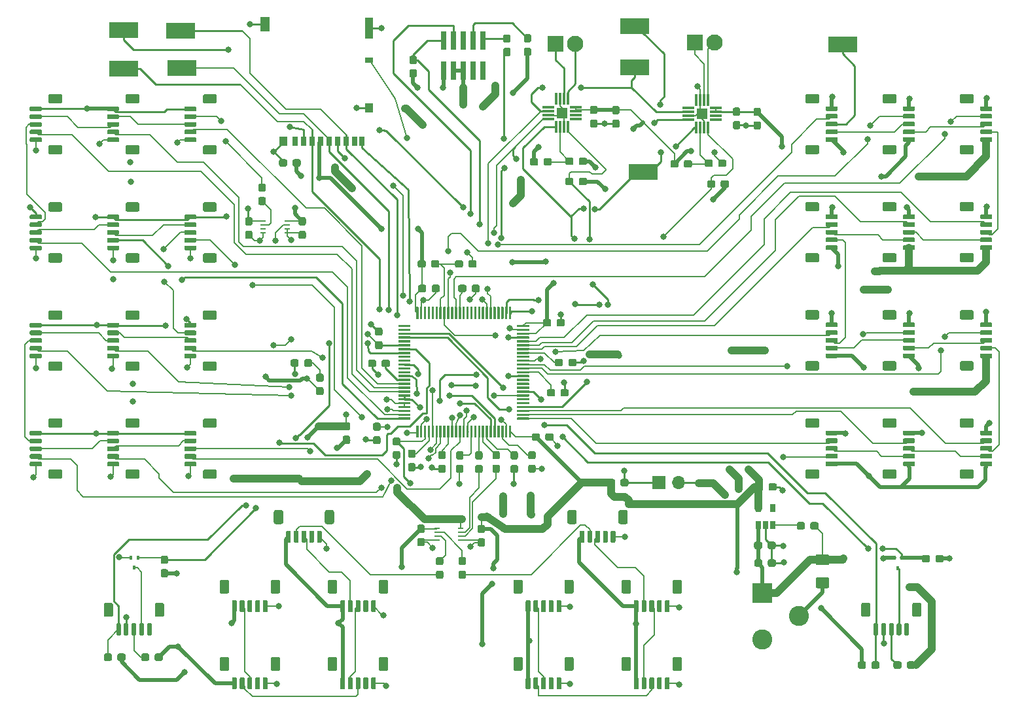
<source format=gtl>
G04 #@! TF.GenerationSoftware,KiCad,Pcbnew,(5.1.0)-1*
G04 #@! TF.CreationDate,2021-02-04T11:50:55-05:00*
G04 #@! TF.ProjectId,SpaceCenter_MainBoard_KiCAD,53706163-6543-4656-9e74-65725f4d6169,rev?*
G04 #@! TF.SameCoordinates,Original*
G04 #@! TF.FileFunction,Copper,L1,Top*
G04 #@! TF.FilePolarity,Positive*
%FSLAX46Y46*%
G04 Gerber Fmt 4.6, Leading zero omitted, Abs format (unit mm)*
G04 Created by KiCad (PCBNEW (5.1.0)-1) date 2021-02-04 11:50:55*
%MOMM*%
%LPD*%
G04 APERTURE LIST*
%ADD10C,0.100000*%
%ADD11C,0.600000*%
%ADD12C,1.200000*%
%ADD13C,1.425000*%
%ADD14C,0.950000*%
%ADD15R,2.600000X2.600000*%
%ADD16C,2.600000*%
%ADD17R,0.740000X2.400000*%
%ADD18R,0.700000X1.200000*%
%ADD19R,1.000000X1.200000*%
%ADD20R,1.000000X0.800000*%
%ADD21R,1.000000X2.800000*%
%ADD22R,1.300000X1.900000*%
%ADD23R,2.100000X2.100000*%
%ADD24C,2.100000*%
%ADD25R,1.700000X1.700000*%
%ADD26O,1.700000X1.700000*%
%ADD27R,0.400000X0.510000*%
%ADD28R,3.800000X2.000000*%
%ADD29R,0.650000X1.060000*%
%ADD30C,0.300000*%
%ADD31R,0.304800X1.500000*%
%ADD32R,1.500000X0.304800*%
%ADD33R,1.447800X1.447800*%
%ADD34R,0.750000X0.250000*%
%ADD35C,0.800000*%
%ADD36C,0.153000*%
%ADD37C,1.000000*%
%ADD38C,0.500000*%
%ADD39C,0.250000*%
G04 APERTURE END LIST*
D10*
G36*
X124934203Y-51637222D02*
G01*
X124948764Y-51639382D01*
X124963043Y-51642959D01*
X124976903Y-51647918D01*
X124990210Y-51654212D01*
X125002836Y-51661780D01*
X125014659Y-51670548D01*
X125025566Y-51680434D01*
X125035452Y-51691341D01*
X125044220Y-51703164D01*
X125051788Y-51715790D01*
X125058082Y-51729097D01*
X125063041Y-51742957D01*
X125066618Y-51757236D01*
X125068778Y-51771797D01*
X125069500Y-51786500D01*
X125069500Y-52086500D01*
X125068778Y-52101203D01*
X125066618Y-52115764D01*
X125063041Y-52130043D01*
X125058082Y-52143903D01*
X125051788Y-52157210D01*
X125044220Y-52169836D01*
X125035452Y-52181659D01*
X125025566Y-52192566D01*
X125014659Y-52202452D01*
X125002836Y-52211220D01*
X124990210Y-52218788D01*
X124976903Y-52225082D01*
X124963043Y-52230041D01*
X124948764Y-52233618D01*
X124934203Y-52235778D01*
X124919500Y-52236500D01*
X123669500Y-52236500D01*
X123654797Y-52235778D01*
X123640236Y-52233618D01*
X123625957Y-52230041D01*
X123612097Y-52225082D01*
X123598790Y-52218788D01*
X123586164Y-52211220D01*
X123574341Y-52202452D01*
X123563434Y-52192566D01*
X123553548Y-52181659D01*
X123544780Y-52169836D01*
X123537212Y-52157210D01*
X123530918Y-52143903D01*
X123525959Y-52130043D01*
X123522382Y-52115764D01*
X123520222Y-52101203D01*
X123519500Y-52086500D01*
X123519500Y-51786500D01*
X123520222Y-51771797D01*
X123522382Y-51757236D01*
X123525959Y-51742957D01*
X123530918Y-51729097D01*
X123537212Y-51715790D01*
X123544780Y-51703164D01*
X123553548Y-51691341D01*
X123563434Y-51680434D01*
X123574341Y-51670548D01*
X123586164Y-51661780D01*
X123598790Y-51654212D01*
X123612097Y-51647918D01*
X123625957Y-51642959D01*
X123640236Y-51639382D01*
X123654797Y-51637222D01*
X123669500Y-51636500D01*
X124919500Y-51636500D01*
X124934203Y-51637222D01*
X124934203Y-51637222D01*
G37*
D11*
X124294500Y-51936500D03*
D10*
G36*
X124934203Y-52637222D02*
G01*
X124948764Y-52639382D01*
X124963043Y-52642959D01*
X124976903Y-52647918D01*
X124990210Y-52654212D01*
X125002836Y-52661780D01*
X125014659Y-52670548D01*
X125025566Y-52680434D01*
X125035452Y-52691341D01*
X125044220Y-52703164D01*
X125051788Y-52715790D01*
X125058082Y-52729097D01*
X125063041Y-52742957D01*
X125066618Y-52757236D01*
X125068778Y-52771797D01*
X125069500Y-52786500D01*
X125069500Y-53086500D01*
X125068778Y-53101203D01*
X125066618Y-53115764D01*
X125063041Y-53130043D01*
X125058082Y-53143903D01*
X125051788Y-53157210D01*
X125044220Y-53169836D01*
X125035452Y-53181659D01*
X125025566Y-53192566D01*
X125014659Y-53202452D01*
X125002836Y-53211220D01*
X124990210Y-53218788D01*
X124976903Y-53225082D01*
X124963043Y-53230041D01*
X124948764Y-53233618D01*
X124934203Y-53235778D01*
X124919500Y-53236500D01*
X123669500Y-53236500D01*
X123654797Y-53235778D01*
X123640236Y-53233618D01*
X123625957Y-53230041D01*
X123612097Y-53225082D01*
X123598790Y-53218788D01*
X123586164Y-53211220D01*
X123574341Y-53202452D01*
X123563434Y-53192566D01*
X123553548Y-53181659D01*
X123544780Y-53169836D01*
X123537212Y-53157210D01*
X123530918Y-53143903D01*
X123525959Y-53130043D01*
X123522382Y-53115764D01*
X123520222Y-53101203D01*
X123519500Y-53086500D01*
X123519500Y-52786500D01*
X123520222Y-52771797D01*
X123522382Y-52757236D01*
X123525959Y-52742957D01*
X123530918Y-52729097D01*
X123537212Y-52715790D01*
X123544780Y-52703164D01*
X123553548Y-52691341D01*
X123563434Y-52680434D01*
X123574341Y-52670548D01*
X123586164Y-52661780D01*
X123598790Y-52654212D01*
X123612097Y-52647918D01*
X123625957Y-52642959D01*
X123640236Y-52639382D01*
X123654797Y-52637222D01*
X123669500Y-52636500D01*
X124919500Y-52636500D01*
X124934203Y-52637222D01*
X124934203Y-52637222D01*
G37*
D11*
X124294500Y-52936500D03*
D10*
G36*
X124934203Y-53637222D02*
G01*
X124948764Y-53639382D01*
X124963043Y-53642959D01*
X124976903Y-53647918D01*
X124990210Y-53654212D01*
X125002836Y-53661780D01*
X125014659Y-53670548D01*
X125025566Y-53680434D01*
X125035452Y-53691341D01*
X125044220Y-53703164D01*
X125051788Y-53715790D01*
X125058082Y-53729097D01*
X125063041Y-53742957D01*
X125066618Y-53757236D01*
X125068778Y-53771797D01*
X125069500Y-53786500D01*
X125069500Y-54086500D01*
X125068778Y-54101203D01*
X125066618Y-54115764D01*
X125063041Y-54130043D01*
X125058082Y-54143903D01*
X125051788Y-54157210D01*
X125044220Y-54169836D01*
X125035452Y-54181659D01*
X125025566Y-54192566D01*
X125014659Y-54202452D01*
X125002836Y-54211220D01*
X124990210Y-54218788D01*
X124976903Y-54225082D01*
X124963043Y-54230041D01*
X124948764Y-54233618D01*
X124934203Y-54235778D01*
X124919500Y-54236500D01*
X123669500Y-54236500D01*
X123654797Y-54235778D01*
X123640236Y-54233618D01*
X123625957Y-54230041D01*
X123612097Y-54225082D01*
X123598790Y-54218788D01*
X123586164Y-54211220D01*
X123574341Y-54202452D01*
X123563434Y-54192566D01*
X123553548Y-54181659D01*
X123544780Y-54169836D01*
X123537212Y-54157210D01*
X123530918Y-54143903D01*
X123525959Y-54130043D01*
X123522382Y-54115764D01*
X123520222Y-54101203D01*
X123519500Y-54086500D01*
X123519500Y-53786500D01*
X123520222Y-53771797D01*
X123522382Y-53757236D01*
X123525959Y-53742957D01*
X123530918Y-53729097D01*
X123537212Y-53715790D01*
X123544780Y-53703164D01*
X123553548Y-53691341D01*
X123563434Y-53680434D01*
X123574341Y-53670548D01*
X123586164Y-53661780D01*
X123598790Y-53654212D01*
X123612097Y-53647918D01*
X123625957Y-53642959D01*
X123640236Y-53639382D01*
X123654797Y-53637222D01*
X123669500Y-53636500D01*
X124919500Y-53636500D01*
X124934203Y-53637222D01*
X124934203Y-53637222D01*
G37*
D11*
X124294500Y-53936500D03*
D10*
G36*
X124934203Y-54637222D02*
G01*
X124948764Y-54639382D01*
X124963043Y-54642959D01*
X124976903Y-54647918D01*
X124990210Y-54654212D01*
X125002836Y-54661780D01*
X125014659Y-54670548D01*
X125025566Y-54680434D01*
X125035452Y-54691341D01*
X125044220Y-54703164D01*
X125051788Y-54715790D01*
X125058082Y-54729097D01*
X125063041Y-54742957D01*
X125066618Y-54757236D01*
X125068778Y-54771797D01*
X125069500Y-54786500D01*
X125069500Y-55086500D01*
X125068778Y-55101203D01*
X125066618Y-55115764D01*
X125063041Y-55130043D01*
X125058082Y-55143903D01*
X125051788Y-55157210D01*
X125044220Y-55169836D01*
X125035452Y-55181659D01*
X125025566Y-55192566D01*
X125014659Y-55202452D01*
X125002836Y-55211220D01*
X124990210Y-55218788D01*
X124976903Y-55225082D01*
X124963043Y-55230041D01*
X124948764Y-55233618D01*
X124934203Y-55235778D01*
X124919500Y-55236500D01*
X123669500Y-55236500D01*
X123654797Y-55235778D01*
X123640236Y-55233618D01*
X123625957Y-55230041D01*
X123612097Y-55225082D01*
X123598790Y-55218788D01*
X123586164Y-55211220D01*
X123574341Y-55202452D01*
X123563434Y-55192566D01*
X123553548Y-55181659D01*
X123544780Y-55169836D01*
X123537212Y-55157210D01*
X123530918Y-55143903D01*
X123525959Y-55130043D01*
X123522382Y-55115764D01*
X123520222Y-55101203D01*
X123519500Y-55086500D01*
X123519500Y-54786500D01*
X123520222Y-54771797D01*
X123522382Y-54757236D01*
X123525959Y-54742957D01*
X123530918Y-54729097D01*
X123537212Y-54715790D01*
X123544780Y-54703164D01*
X123553548Y-54691341D01*
X123563434Y-54680434D01*
X123574341Y-54670548D01*
X123586164Y-54661780D01*
X123598790Y-54654212D01*
X123612097Y-54647918D01*
X123625957Y-54642959D01*
X123640236Y-54639382D01*
X123654797Y-54637222D01*
X123669500Y-54636500D01*
X124919500Y-54636500D01*
X124934203Y-54637222D01*
X124934203Y-54637222D01*
G37*
D11*
X124294500Y-54936500D03*
D10*
G36*
X124934203Y-55637222D02*
G01*
X124948764Y-55639382D01*
X124963043Y-55642959D01*
X124976903Y-55647918D01*
X124990210Y-55654212D01*
X125002836Y-55661780D01*
X125014659Y-55670548D01*
X125025566Y-55680434D01*
X125035452Y-55691341D01*
X125044220Y-55703164D01*
X125051788Y-55715790D01*
X125058082Y-55729097D01*
X125063041Y-55742957D01*
X125066618Y-55757236D01*
X125068778Y-55771797D01*
X125069500Y-55786500D01*
X125069500Y-56086500D01*
X125068778Y-56101203D01*
X125066618Y-56115764D01*
X125063041Y-56130043D01*
X125058082Y-56143903D01*
X125051788Y-56157210D01*
X125044220Y-56169836D01*
X125035452Y-56181659D01*
X125025566Y-56192566D01*
X125014659Y-56202452D01*
X125002836Y-56211220D01*
X124990210Y-56218788D01*
X124976903Y-56225082D01*
X124963043Y-56230041D01*
X124948764Y-56233618D01*
X124934203Y-56235778D01*
X124919500Y-56236500D01*
X123669500Y-56236500D01*
X123654797Y-56235778D01*
X123640236Y-56233618D01*
X123625957Y-56230041D01*
X123612097Y-56225082D01*
X123598790Y-56218788D01*
X123586164Y-56211220D01*
X123574341Y-56202452D01*
X123563434Y-56192566D01*
X123553548Y-56181659D01*
X123544780Y-56169836D01*
X123537212Y-56157210D01*
X123530918Y-56143903D01*
X123525959Y-56130043D01*
X123522382Y-56115764D01*
X123520222Y-56101203D01*
X123519500Y-56086500D01*
X123519500Y-55786500D01*
X123520222Y-55771797D01*
X123522382Y-55757236D01*
X123525959Y-55742957D01*
X123530918Y-55729097D01*
X123537212Y-55715790D01*
X123544780Y-55703164D01*
X123553548Y-55691341D01*
X123563434Y-55680434D01*
X123574341Y-55670548D01*
X123586164Y-55661780D01*
X123598790Y-55654212D01*
X123612097Y-55647918D01*
X123625957Y-55642959D01*
X123640236Y-55639382D01*
X123654797Y-55637222D01*
X123669500Y-55636500D01*
X124919500Y-55636500D01*
X124934203Y-55637222D01*
X124934203Y-55637222D01*
G37*
D11*
X124294500Y-55936500D03*
D10*
G36*
X127494005Y-50037704D02*
G01*
X127518273Y-50041304D01*
X127542072Y-50047265D01*
X127565171Y-50055530D01*
X127587350Y-50066020D01*
X127608393Y-50078632D01*
X127628099Y-50093247D01*
X127646277Y-50109723D01*
X127662753Y-50127901D01*
X127677368Y-50147607D01*
X127689980Y-50168650D01*
X127700470Y-50190829D01*
X127708735Y-50213928D01*
X127714696Y-50237727D01*
X127718296Y-50261995D01*
X127719500Y-50286499D01*
X127719500Y-50986501D01*
X127718296Y-51011005D01*
X127714696Y-51035273D01*
X127708735Y-51059072D01*
X127700470Y-51082171D01*
X127689980Y-51104350D01*
X127677368Y-51125393D01*
X127662753Y-51145099D01*
X127646277Y-51163277D01*
X127628099Y-51179753D01*
X127608393Y-51194368D01*
X127587350Y-51206980D01*
X127565171Y-51217470D01*
X127542072Y-51225735D01*
X127518273Y-51231696D01*
X127494005Y-51235296D01*
X127469501Y-51236500D01*
X126169499Y-51236500D01*
X126144995Y-51235296D01*
X126120727Y-51231696D01*
X126096928Y-51225735D01*
X126073829Y-51217470D01*
X126051650Y-51206980D01*
X126030607Y-51194368D01*
X126010901Y-51179753D01*
X125992723Y-51163277D01*
X125976247Y-51145099D01*
X125961632Y-51125393D01*
X125949020Y-51104350D01*
X125938530Y-51082171D01*
X125930265Y-51059072D01*
X125924304Y-51035273D01*
X125920704Y-51011005D01*
X125919500Y-50986501D01*
X125919500Y-50286499D01*
X125920704Y-50261995D01*
X125924304Y-50237727D01*
X125930265Y-50213928D01*
X125938530Y-50190829D01*
X125949020Y-50168650D01*
X125961632Y-50147607D01*
X125976247Y-50127901D01*
X125992723Y-50109723D01*
X126010901Y-50093247D01*
X126030607Y-50078632D01*
X126051650Y-50066020D01*
X126073829Y-50055530D01*
X126096928Y-50047265D01*
X126120727Y-50041304D01*
X126144995Y-50037704D01*
X126169499Y-50036500D01*
X127469501Y-50036500D01*
X127494005Y-50037704D01*
X127494005Y-50037704D01*
G37*
D12*
X126819500Y-50636500D03*
D10*
G36*
X127494005Y-56637704D02*
G01*
X127518273Y-56641304D01*
X127542072Y-56647265D01*
X127565171Y-56655530D01*
X127587350Y-56666020D01*
X127608393Y-56678632D01*
X127628099Y-56693247D01*
X127646277Y-56709723D01*
X127662753Y-56727901D01*
X127677368Y-56747607D01*
X127689980Y-56768650D01*
X127700470Y-56790829D01*
X127708735Y-56813928D01*
X127714696Y-56837727D01*
X127718296Y-56861995D01*
X127719500Y-56886499D01*
X127719500Y-57586501D01*
X127718296Y-57611005D01*
X127714696Y-57635273D01*
X127708735Y-57659072D01*
X127700470Y-57682171D01*
X127689980Y-57704350D01*
X127677368Y-57725393D01*
X127662753Y-57745099D01*
X127646277Y-57763277D01*
X127628099Y-57779753D01*
X127608393Y-57794368D01*
X127587350Y-57806980D01*
X127565171Y-57817470D01*
X127542072Y-57825735D01*
X127518273Y-57831696D01*
X127494005Y-57835296D01*
X127469501Y-57836500D01*
X126169499Y-57836500D01*
X126144995Y-57835296D01*
X126120727Y-57831696D01*
X126096928Y-57825735D01*
X126073829Y-57817470D01*
X126051650Y-57806980D01*
X126030607Y-57794368D01*
X126010901Y-57779753D01*
X125992723Y-57763277D01*
X125976247Y-57745099D01*
X125961632Y-57725393D01*
X125949020Y-57704350D01*
X125938530Y-57682171D01*
X125930265Y-57659072D01*
X125924304Y-57635273D01*
X125920704Y-57611005D01*
X125919500Y-57586501D01*
X125919500Y-56886499D01*
X125920704Y-56861995D01*
X125924304Y-56837727D01*
X125930265Y-56813928D01*
X125938530Y-56790829D01*
X125949020Y-56768650D01*
X125961632Y-56747607D01*
X125976247Y-56727901D01*
X125992723Y-56709723D01*
X126010901Y-56693247D01*
X126030607Y-56678632D01*
X126051650Y-56666020D01*
X126073829Y-56655530D01*
X126096928Y-56647265D01*
X126120727Y-56641304D01*
X126144995Y-56637704D01*
X126169499Y-56636500D01*
X127469501Y-56636500D01*
X127494005Y-56637704D01*
X127494005Y-56637704D01*
G37*
D12*
X126819500Y-57236500D03*
D10*
G36*
X216740004Y-109597704D02*
G01*
X216764273Y-109601304D01*
X216788071Y-109607265D01*
X216811171Y-109615530D01*
X216833349Y-109626020D01*
X216854393Y-109638633D01*
X216874098Y-109653247D01*
X216892277Y-109669723D01*
X216908753Y-109687902D01*
X216923367Y-109707607D01*
X216935980Y-109728651D01*
X216946470Y-109750829D01*
X216954735Y-109773929D01*
X216960696Y-109797727D01*
X216964296Y-109821996D01*
X216965500Y-109846500D01*
X216965500Y-110771500D01*
X216964296Y-110796004D01*
X216960696Y-110820273D01*
X216954735Y-110844071D01*
X216946470Y-110867171D01*
X216935980Y-110889349D01*
X216923367Y-110910393D01*
X216908753Y-110930098D01*
X216892277Y-110948277D01*
X216874098Y-110964753D01*
X216854393Y-110979367D01*
X216833349Y-110991980D01*
X216811171Y-111002470D01*
X216788071Y-111010735D01*
X216764273Y-111016696D01*
X216740004Y-111020296D01*
X216715500Y-111021500D01*
X215465500Y-111021500D01*
X215440996Y-111020296D01*
X215416727Y-111016696D01*
X215392929Y-111010735D01*
X215369829Y-111002470D01*
X215347651Y-110991980D01*
X215326607Y-110979367D01*
X215306902Y-110964753D01*
X215288723Y-110948277D01*
X215272247Y-110930098D01*
X215257633Y-110910393D01*
X215245020Y-110889349D01*
X215234530Y-110867171D01*
X215226265Y-110844071D01*
X215220304Y-110820273D01*
X215216704Y-110796004D01*
X215215500Y-110771500D01*
X215215500Y-109846500D01*
X215216704Y-109821996D01*
X215220304Y-109797727D01*
X215226265Y-109773929D01*
X215234530Y-109750829D01*
X215245020Y-109728651D01*
X215257633Y-109707607D01*
X215272247Y-109687902D01*
X215288723Y-109669723D01*
X215306902Y-109653247D01*
X215326607Y-109638633D01*
X215347651Y-109626020D01*
X215369829Y-109615530D01*
X215392929Y-109607265D01*
X215416727Y-109601304D01*
X215440996Y-109597704D01*
X215465500Y-109596500D01*
X216715500Y-109596500D01*
X216740004Y-109597704D01*
X216740004Y-109597704D01*
G37*
D13*
X216090500Y-110309000D03*
D10*
G36*
X216740004Y-112572704D02*
G01*
X216764273Y-112576304D01*
X216788071Y-112582265D01*
X216811171Y-112590530D01*
X216833349Y-112601020D01*
X216854393Y-112613633D01*
X216874098Y-112628247D01*
X216892277Y-112644723D01*
X216908753Y-112662902D01*
X216923367Y-112682607D01*
X216935980Y-112703651D01*
X216946470Y-112725829D01*
X216954735Y-112748929D01*
X216960696Y-112772727D01*
X216964296Y-112796996D01*
X216965500Y-112821500D01*
X216965500Y-113746500D01*
X216964296Y-113771004D01*
X216960696Y-113795273D01*
X216954735Y-113819071D01*
X216946470Y-113842171D01*
X216935980Y-113864349D01*
X216923367Y-113885393D01*
X216908753Y-113905098D01*
X216892277Y-113923277D01*
X216874098Y-113939753D01*
X216854393Y-113954367D01*
X216833349Y-113966980D01*
X216811171Y-113977470D01*
X216788071Y-113985735D01*
X216764273Y-113991696D01*
X216740004Y-113995296D01*
X216715500Y-113996500D01*
X215465500Y-113996500D01*
X215440996Y-113995296D01*
X215416727Y-113991696D01*
X215392929Y-113985735D01*
X215369829Y-113977470D01*
X215347651Y-113966980D01*
X215326607Y-113954367D01*
X215306902Y-113939753D01*
X215288723Y-113923277D01*
X215272247Y-113905098D01*
X215257633Y-113885393D01*
X215245020Y-113864349D01*
X215234530Y-113842171D01*
X215226265Y-113819071D01*
X215220304Y-113795273D01*
X215216704Y-113771004D01*
X215215500Y-113746500D01*
X215215500Y-112821500D01*
X215216704Y-112796996D01*
X215220304Y-112772727D01*
X215226265Y-112748929D01*
X215234530Y-112725829D01*
X215245020Y-112703651D01*
X215257633Y-112682607D01*
X215272247Y-112662902D01*
X215288723Y-112644723D01*
X215306902Y-112628247D01*
X215326607Y-112613633D01*
X215347651Y-112601020D01*
X215369829Y-112590530D01*
X215392929Y-112582265D01*
X215416727Y-112576304D01*
X215440996Y-112572704D01*
X215465500Y-112571500D01*
X216715500Y-112571500D01*
X216740004Y-112572704D01*
X216740004Y-112572704D01*
G37*
D13*
X216090500Y-113284000D03*
D10*
G36*
X209860779Y-110270144D02*
G01*
X209883834Y-110273563D01*
X209906443Y-110279227D01*
X209928387Y-110287079D01*
X209949457Y-110297044D01*
X209969448Y-110309026D01*
X209988168Y-110322910D01*
X210005438Y-110338562D01*
X210021090Y-110355832D01*
X210034974Y-110374552D01*
X210046956Y-110394543D01*
X210056921Y-110415613D01*
X210064773Y-110437557D01*
X210070437Y-110460166D01*
X210073856Y-110483221D01*
X210075000Y-110506500D01*
X210075000Y-110981500D01*
X210073856Y-111004779D01*
X210070437Y-111027834D01*
X210064773Y-111050443D01*
X210056921Y-111072387D01*
X210046956Y-111093457D01*
X210034974Y-111113448D01*
X210021090Y-111132168D01*
X210005438Y-111149438D01*
X209988168Y-111165090D01*
X209969448Y-111178974D01*
X209949457Y-111190956D01*
X209928387Y-111200921D01*
X209906443Y-111208773D01*
X209883834Y-111214437D01*
X209860779Y-111217856D01*
X209837500Y-111219000D01*
X209262500Y-111219000D01*
X209239221Y-111217856D01*
X209216166Y-111214437D01*
X209193557Y-111208773D01*
X209171613Y-111200921D01*
X209150543Y-111190956D01*
X209130552Y-111178974D01*
X209111832Y-111165090D01*
X209094562Y-111149438D01*
X209078910Y-111132168D01*
X209065026Y-111113448D01*
X209053044Y-111093457D01*
X209043079Y-111072387D01*
X209035227Y-111050443D01*
X209029563Y-111027834D01*
X209026144Y-111004779D01*
X209025000Y-110981500D01*
X209025000Y-110506500D01*
X209026144Y-110483221D01*
X209029563Y-110460166D01*
X209035227Y-110437557D01*
X209043079Y-110415613D01*
X209053044Y-110394543D01*
X209065026Y-110374552D01*
X209078910Y-110355832D01*
X209094562Y-110338562D01*
X209111832Y-110322910D01*
X209130552Y-110309026D01*
X209150543Y-110297044D01*
X209171613Y-110287079D01*
X209193557Y-110279227D01*
X209216166Y-110273563D01*
X209239221Y-110270144D01*
X209262500Y-110269000D01*
X209837500Y-110269000D01*
X209860779Y-110270144D01*
X209860779Y-110270144D01*
G37*
D14*
X209550000Y-110744000D03*
D10*
G36*
X208110779Y-110270144D02*
G01*
X208133834Y-110273563D01*
X208156443Y-110279227D01*
X208178387Y-110287079D01*
X208199457Y-110297044D01*
X208219448Y-110309026D01*
X208238168Y-110322910D01*
X208255438Y-110338562D01*
X208271090Y-110355832D01*
X208284974Y-110374552D01*
X208296956Y-110394543D01*
X208306921Y-110415613D01*
X208314773Y-110437557D01*
X208320437Y-110460166D01*
X208323856Y-110483221D01*
X208325000Y-110506500D01*
X208325000Y-110981500D01*
X208323856Y-111004779D01*
X208320437Y-111027834D01*
X208314773Y-111050443D01*
X208306921Y-111072387D01*
X208296956Y-111093457D01*
X208284974Y-111113448D01*
X208271090Y-111132168D01*
X208255438Y-111149438D01*
X208238168Y-111165090D01*
X208219448Y-111178974D01*
X208199457Y-111190956D01*
X208178387Y-111200921D01*
X208156443Y-111208773D01*
X208133834Y-111214437D01*
X208110779Y-111217856D01*
X208087500Y-111219000D01*
X207512500Y-111219000D01*
X207489221Y-111217856D01*
X207466166Y-111214437D01*
X207443557Y-111208773D01*
X207421613Y-111200921D01*
X207400543Y-111190956D01*
X207380552Y-111178974D01*
X207361832Y-111165090D01*
X207344562Y-111149438D01*
X207328910Y-111132168D01*
X207315026Y-111113448D01*
X207303044Y-111093457D01*
X207293079Y-111072387D01*
X207285227Y-111050443D01*
X207279563Y-111027834D01*
X207276144Y-111004779D01*
X207275000Y-110981500D01*
X207275000Y-110506500D01*
X207276144Y-110483221D01*
X207279563Y-110460166D01*
X207285227Y-110437557D01*
X207293079Y-110415613D01*
X207303044Y-110394543D01*
X207315026Y-110374552D01*
X207328910Y-110355832D01*
X207344562Y-110338562D01*
X207361832Y-110322910D01*
X207380552Y-110309026D01*
X207400543Y-110297044D01*
X207421613Y-110287079D01*
X207443557Y-110279227D01*
X207466166Y-110273563D01*
X207489221Y-110270144D01*
X207512500Y-110269000D01*
X208087500Y-110269000D01*
X208110779Y-110270144D01*
X208110779Y-110270144D01*
G37*
D14*
X207800000Y-110744000D03*
D10*
G36*
X208082779Y-107984144D02*
G01*
X208105834Y-107987563D01*
X208128443Y-107993227D01*
X208150387Y-108001079D01*
X208171457Y-108011044D01*
X208191448Y-108023026D01*
X208210168Y-108036910D01*
X208227438Y-108052562D01*
X208243090Y-108069832D01*
X208256974Y-108088552D01*
X208268956Y-108108543D01*
X208278921Y-108129613D01*
X208286773Y-108151557D01*
X208292437Y-108174166D01*
X208295856Y-108197221D01*
X208297000Y-108220500D01*
X208297000Y-108695500D01*
X208295856Y-108718779D01*
X208292437Y-108741834D01*
X208286773Y-108764443D01*
X208278921Y-108786387D01*
X208268956Y-108807457D01*
X208256974Y-108827448D01*
X208243090Y-108846168D01*
X208227438Y-108863438D01*
X208210168Y-108879090D01*
X208191448Y-108892974D01*
X208171457Y-108904956D01*
X208150387Y-108914921D01*
X208128443Y-108922773D01*
X208105834Y-108928437D01*
X208082779Y-108931856D01*
X208059500Y-108933000D01*
X207484500Y-108933000D01*
X207461221Y-108931856D01*
X207438166Y-108928437D01*
X207415557Y-108922773D01*
X207393613Y-108914921D01*
X207372543Y-108904956D01*
X207352552Y-108892974D01*
X207333832Y-108879090D01*
X207316562Y-108863438D01*
X207300910Y-108846168D01*
X207287026Y-108827448D01*
X207275044Y-108807457D01*
X207265079Y-108786387D01*
X207257227Y-108764443D01*
X207251563Y-108741834D01*
X207248144Y-108718779D01*
X207247000Y-108695500D01*
X207247000Y-108220500D01*
X207248144Y-108197221D01*
X207251563Y-108174166D01*
X207257227Y-108151557D01*
X207265079Y-108129613D01*
X207275044Y-108108543D01*
X207287026Y-108088552D01*
X207300910Y-108069832D01*
X207316562Y-108052562D01*
X207333832Y-108036910D01*
X207352552Y-108023026D01*
X207372543Y-108011044D01*
X207393613Y-108001079D01*
X207415557Y-107993227D01*
X207438166Y-107987563D01*
X207461221Y-107984144D01*
X207484500Y-107983000D01*
X208059500Y-107983000D01*
X208082779Y-107984144D01*
X208082779Y-107984144D01*
G37*
D14*
X207772000Y-108458000D03*
D10*
G36*
X209832779Y-107984144D02*
G01*
X209855834Y-107987563D01*
X209878443Y-107993227D01*
X209900387Y-108001079D01*
X209921457Y-108011044D01*
X209941448Y-108023026D01*
X209960168Y-108036910D01*
X209977438Y-108052562D01*
X209993090Y-108069832D01*
X210006974Y-108088552D01*
X210018956Y-108108543D01*
X210028921Y-108129613D01*
X210036773Y-108151557D01*
X210042437Y-108174166D01*
X210045856Y-108197221D01*
X210047000Y-108220500D01*
X210047000Y-108695500D01*
X210045856Y-108718779D01*
X210042437Y-108741834D01*
X210036773Y-108764443D01*
X210028921Y-108786387D01*
X210018956Y-108807457D01*
X210006974Y-108827448D01*
X209993090Y-108846168D01*
X209977438Y-108863438D01*
X209960168Y-108879090D01*
X209941448Y-108892974D01*
X209921457Y-108904956D01*
X209900387Y-108914921D01*
X209878443Y-108922773D01*
X209855834Y-108928437D01*
X209832779Y-108931856D01*
X209809500Y-108933000D01*
X209234500Y-108933000D01*
X209211221Y-108931856D01*
X209188166Y-108928437D01*
X209165557Y-108922773D01*
X209143613Y-108914921D01*
X209122543Y-108904956D01*
X209102552Y-108892974D01*
X209083832Y-108879090D01*
X209066562Y-108863438D01*
X209050910Y-108846168D01*
X209037026Y-108827448D01*
X209025044Y-108807457D01*
X209015079Y-108786387D01*
X209007227Y-108764443D01*
X209001563Y-108741834D01*
X208998144Y-108718779D01*
X208997000Y-108695500D01*
X208997000Y-108220500D01*
X208998144Y-108197221D01*
X209001563Y-108174166D01*
X209007227Y-108151557D01*
X209015079Y-108129613D01*
X209025044Y-108108543D01*
X209037026Y-108088552D01*
X209050910Y-108069832D01*
X209066562Y-108052562D01*
X209083832Y-108036910D01*
X209102552Y-108023026D01*
X209122543Y-108011044D01*
X209143613Y-108001079D01*
X209165557Y-107993227D01*
X209188166Y-107987563D01*
X209211221Y-107984144D01*
X209234500Y-107983000D01*
X209809500Y-107983000D01*
X209832779Y-107984144D01*
X209832779Y-107984144D01*
G37*
D14*
X209522000Y-108458000D03*
D10*
G36*
X158947279Y-80262144D02*
G01*
X158970334Y-80265563D01*
X158992943Y-80271227D01*
X159014887Y-80279079D01*
X159035957Y-80289044D01*
X159055948Y-80301026D01*
X159074668Y-80314910D01*
X159091938Y-80330562D01*
X159107590Y-80347832D01*
X159121474Y-80366552D01*
X159133456Y-80386543D01*
X159143421Y-80407613D01*
X159151273Y-80429557D01*
X159156937Y-80452166D01*
X159160356Y-80475221D01*
X159161500Y-80498500D01*
X159161500Y-81073500D01*
X159160356Y-81096779D01*
X159156937Y-81119834D01*
X159151273Y-81142443D01*
X159143421Y-81164387D01*
X159133456Y-81185457D01*
X159121474Y-81205448D01*
X159107590Y-81224168D01*
X159091938Y-81241438D01*
X159074668Y-81257090D01*
X159055948Y-81270974D01*
X159035957Y-81282956D01*
X159014887Y-81292921D01*
X158992943Y-81300773D01*
X158970334Y-81306437D01*
X158947279Y-81309856D01*
X158924000Y-81311000D01*
X158449000Y-81311000D01*
X158425721Y-81309856D01*
X158402666Y-81306437D01*
X158380057Y-81300773D01*
X158358113Y-81292921D01*
X158337043Y-81282956D01*
X158317052Y-81270974D01*
X158298332Y-81257090D01*
X158281062Y-81241438D01*
X158265410Y-81224168D01*
X158251526Y-81205448D01*
X158239544Y-81185457D01*
X158229579Y-81164387D01*
X158221727Y-81142443D01*
X158216063Y-81119834D01*
X158212644Y-81096779D01*
X158211500Y-81073500D01*
X158211500Y-80498500D01*
X158212644Y-80475221D01*
X158216063Y-80452166D01*
X158221727Y-80429557D01*
X158229579Y-80407613D01*
X158239544Y-80386543D01*
X158251526Y-80366552D01*
X158265410Y-80347832D01*
X158281062Y-80330562D01*
X158298332Y-80314910D01*
X158317052Y-80301026D01*
X158337043Y-80289044D01*
X158358113Y-80279079D01*
X158380057Y-80271227D01*
X158402666Y-80265563D01*
X158425721Y-80262144D01*
X158449000Y-80261000D01*
X158924000Y-80261000D01*
X158947279Y-80262144D01*
X158947279Y-80262144D01*
G37*
D14*
X158686500Y-80786000D03*
D10*
G36*
X158947279Y-82012144D02*
G01*
X158970334Y-82015563D01*
X158992943Y-82021227D01*
X159014887Y-82029079D01*
X159035957Y-82039044D01*
X159055948Y-82051026D01*
X159074668Y-82064910D01*
X159091938Y-82080562D01*
X159107590Y-82097832D01*
X159121474Y-82116552D01*
X159133456Y-82136543D01*
X159143421Y-82157613D01*
X159151273Y-82179557D01*
X159156937Y-82202166D01*
X159160356Y-82225221D01*
X159161500Y-82248500D01*
X159161500Y-82823500D01*
X159160356Y-82846779D01*
X159156937Y-82869834D01*
X159151273Y-82892443D01*
X159143421Y-82914387D01*
X159133456Y-82935457D01*
X159121474Y-82955448D01*
X159107590Y-82974168D01*
X159091938Y-82991438D01*
X159074668Y-83007090D01*
X159055948Y-83020974D01*
X159035957Y-83032956D01*
X159014887Y-83042921D01*
X158992943Y-83050773D01*
X158970334Y-83056437D01*
X158947279Y-83059856D01*
X158924000Y-83061000D01*
X158449000Y-83061000D01*
X158425721Y-83059856D01*
X158402666Y-83056437D01*
X158380057Y-83050773D01*
X158358113Y-83042921D01*
X158337043Y-83032956D01*
X158317052Y-83020974D01*
X158298332Y-83007090D01*
X158281062Y-82991438D01*
X158265410Y-82974168D01*
X158251526Y-82955448D01*
X158239544Y-82935457D01*
X158229579Y-82914387D01*
X158221727Y-82892443D01*
X158216063Y-82869834D01*
X158212644Y-82846779D01*
X158211500Y-82823500D01*
X158211500Y-82248500D01*
X158212644Y-82225221D01*
X158216063Y-82202166D01*
X158221727Y-82179557D01*
X158229579Y-82157613D01*
X158239544Y-82136543D01*
X158251526Y-82116552D01*
X158265410Y-82097832D01*
X158281062Y-82080562D01*
X158298332Y-82064910D01*
X158317052Y-82051026D01*
X158337043Y-82039044D01*
X158358113Y-82029079D01*
X158380057Y-82021227D01*
X158402666Y-82015563D01*
X158425721Y-82012144D01*
X158449000Y-82011000D01*
X158924000Y-82011000D01*
X158947279Y-82012144D01*
X158947279Y-82012144D01*
G37*
D14*
X158686500Y-82536000D03*
D10*
G36*
X154756279Y-92503644D02*
G01*
X154779334Y-92507063D01*
X154801943Y-92512727D01*
X154823887Y-92520579D01*
X154844957Y-92530544D01*
X154864948Y-92542526D01*
X154883668Y-92556410D01*
X154900938Y-92572062D01*
X154916590Y-92589332D01*
X154930474Y-92608052D01*
X154942456Y-92628043D01*
X154952421Y-92649113D01*
X154960273Y-92671057D01*
X154965937Y-92693666D01*
X154969356Y-92716721D01*
X154970500Y-92740000D01*
X154970500Y-93315000D01*
X154969356Y-93338279D01*
X154965937Y-93361334D01*
X154960273Y-93383943D01*
X154952421Y-93405887D01*
X154942456Y-93426957D01*
X154930474Y-93446948D01*
X154916590Y-93465668D01*
X154900938Y-93482938D01*
X154883668Y-93498590D01*
X154864948Y-93512474D01*
X154844957Y-93524456D01*
X154823887Y-93534421D01*
X154801943Y-93542273D01*
X154779334Y-93547937D01*
X154756279Y-93551356D01*
X154733000Y-93552500D01*
X154258000Y-93552500D01*
X154234721Y-93551356D01*
X154211666Y-93547937D01*
X154189057Y-93542273D01*
X154167113Y-93534421D01*
X154146043Y-93524456D01*
X154126052Y-93512474D01*
X154107332Y-93498590D01*
X154090062Y-93482938D01*
X154074410Y-93465668D01*
X154060526Y-93446948D01*
X154048544Y-93426957D01*
X154038579Y-93405887D01*
X154030727Y-93383943D01*
X154025063Y-93361334D01*
X154021644Y-93338279D01*
X154020500Y-93315000D01*
X154020500Y-92740000D01*
X154021644Y-92716721D01*
X154025063Y-92693666D01*
X154030727Y-92671057D01*
X154038579Y-92649113D01*
X154048544Y-92628043D01*
X154060526Y-92608052D01*
X154074410Y-92589332D01*
X154090062Y-92572062D01*
X154107332Y-92556410D01*
X154126052Y-92542526D01*
X154146043Y-92530544D01*
X154167113Y-92520579D01*
X154189057Y-92512727D01*
X154211666Y-92507063D01*
X154234721Y-92503644D01*
X154258000Y-92502500D01*
X154733000Y-92502500D01*
X154756279Y-92503644D01*
X154756279Y-92503644D01*
G37*
D14*
X154495500Y-93027500D03*
D10*
G36*
X154756279Y-94253644D02*
G01*
X154779334Y-94257063D01*
X154801943Y-94262727D01*
X154823887Y-94270579D01*
X154844957Y-94280544D01*
X154864948Y-94292526D01*
X154883668Y-94306410D01*
X154900938Y-94322062D01*
X154916590Y-94339332D01*
X154930474Y-94358052D01*
X154942456Y-94378043D01*
X154952421Y-94399113D01*
X154960273Y-94421057D01*
X154965937Y-94443666D01*
X154969356Y-94466721D01*
X154970500Y-94490000D01*
X154970500Y-95065000D01*
X154969356Y-95088279D01*
X154965937Y-95111334D01*
X154960273Y-95133943D01*
X154952421Y-95155887D01*
X154942456Y-95176957D01*
X154930474Y-95196948D01*
X154916590Y-95215668D01*
X154900938Y-95232938D01*
X154883668Y-95248590D01*
X154864948Y-95262474D01*
X154844957Y-95274456D01*
X154823887Y-95284421D01*
X154801943Y-95292273D01*
X154779334Y-95297937D01*
X154756279Y-95301356D01*
X154733000Y-95302500D01*
X154258000Y-95302500D01*
X154234721Y-95301356D01*
X154211666Y-95297937D01*
X154189057Y-95292273D01*
X154167113Y-95284421D01*
X154146043Y-95274456D01*
X154126052Y-95262474D01*
X154107332Y-95248590D01*
X154090062Y-95232938D01*
X154074410Y-95215668D01*
X154060526Y-95196948D01*
X154048544Y-95176957D01*
X154038579Y-95155887D01*
X154030727Y-95133943D01*
X154025063Y-95111334D01*
X154021644Y-95088279D01*
X154020500Y-95065000D01*
X154020500Y-94490000D01*
X154021644Y-94466721D01*
X154025063Y-94443666D01*
X154030727Y-94421057D01*
X154038579Y-94399113D01*
X154048544Y-94378043D01*
X154060526Y-94358052D01*
X154074410Y-94339332D01*
X154090062Y-94322062D01*
X154107332Y-94306410D01*
X154126052Y-94292526D01*
X154146043Y-94280544D01*
X154167113Y-94270579D01*
X154189057Y-94262727D01*
X154211666Y-94257063D01*
X154234721Y-94253644D01*
X154258000Y-94252500D01*
X154733000Y-94252500D01*
X154756279Y-94253644D01*
X154756279Y-94253644D01*
G37*
D14*
X154495500Y-94777500D03*
D10*
G36*
X181067279Y-93950644D02*
G01*
X181090334Y-93954063D01*
X181112943Y-93959727D01*
X181134887Y-93967579D01*
X181155957Y-93977544D01*
X181175948Y-93989526D01*
X181194668Y-94003410D01*
X181211938Y-94019062D01*
X181227590Y-94036332D01*
X181241474Y-94055052D01*
X181253456Y-94075043D01*
X181263421Y-94096113D01*
X181271273Y-94118057D01*
X181276937Y-94140666D01*
X181280356Y-94163721D01*
X181281500Y-94187000D01*
X181281500Y-94662000D01*
X181280356Y-94685279D01*
X181276937Y-94708334D01*
X181271273Y-94730943D01*
X181263421Y-94752887D01*
X181253456Y-94773957D01*
X181241474Y-94793948D01*
X181227590Y-94812668D01*
X181211938Y-94829938D01*
X181194668Y-94845590D01*
X181175948Y-94859474D01*
X181155957Y-94871456D01*
X181134887Y-94881421D01*
X181112943Y-94889273D01*
X181090334Y-94894937D01*
X181067279Y-94898356D01*
X181044000Y-94899500D01*
X180469000Y-94899500D01*
X180445721Y-94898356D01*
X180422666Y-94894937D01*
X180400057Y-94889273D01*
X180378113Y-94881421D01*
X180357043Y-94871456D01*
X180337052Y-94859474D01*
X180318332Y-94845590D01*
X180301062Y-94829938D01*
X180285410Y-94812668D01*
X180271526Y-94793948D01*
X180259544Y-94773957D01*
X180249579Y-94752887D01*
X180241727Y-94730943D01*
X180236063Y-94708334D01*
X180232644Y-94685279D01*
X180231500Y-94662000D01*
X180231500Y-94187000D01*
X180232644Y-94163721D01*
X180236063Y-94140666D01*
X180241727Y-94118057D01*
X180249579Y-94096113D01*
X180259544Y-94075043D01*
X180271526Y-94055052D01*
X180285410Y-94036332D01*
X180301062Y-94019062D01*
X180318332Y-94003410D01*
X180337052Y-93989526D01*
X180357043Y-93977544D01*
X180378113Y-93967579D01*
X180400057Y-93959727D01*
X180422666Y-93954063D01*
X180445721Y-93950644D01*
X180469000Y-93949500D01*
X181044000Y-93949500D01*
X181067279Y-93950644D01*
X181067279Y-93950644D01*
G37*
D14*
X180756500Y-94424500D03*
D10*
G36*
X179317279Y-93950644D02*
G01*
X179340334Y-93954063D01*
X179362943Y-93959727D01*
X179384887Y-93967579D01*
X179405957Y-93977544D01*
X179425948Y-93989526D01*
X179444668Y-94003410D01*
X179461938Y-94019062D01*
X179477590Y-94036332D01*
X179491474Y-94055052D01*
X179503456Y-94075043D01*
X179513421Y-94096113D01*
X179521273Y-94118057D01*
X179526937Y-94140666D01*
X179530356Y-94163721D01*
X179531500Y-94187000D01*
X179531500Y-94662000D01*
X179530356Y-94685279D01*
X179526937Y-94708334D01*
X179521273Y-94730943D01*
X179513421Y-94752887D01*
X179503456Y-94773957D01*
X179491474Y-94793948D01*
X179477590Y-94812668D01*
X179461938Y-94829938D01*
X179444668Y-94845590D01*
X179425948Y-94859474D01*
X179405957Y-94871456D01*
X179384887Y-94881421D01*
X179362943Y-94889273D01*
X179340334Y-94894937D01*
X179317279Y-94898356D01*
X179294000Y-94899500D01*
X178719000Y-94899500D01*
X178695721Y-94898356D01*
X178672666Y-94894937D01*
X178650057Y-94889273D01*
X178628113Y-94881421D01*
X178607043Y-94871456D01*
X178587052Y-94859474D01*
X178568332Y-94845590D01*
X178551062Y-94829938D01*
X178535410Y-94812668D01*
X178521526Y-94793948D01*
X178509544Y-94773957D01*
X178499579Y-94752887D01*
X178491727Y-94730943D01*
X178486063Y-94708334D01*
X178482644Y-94685279D01*
X178481500Y-94662000D01*
X178481500Y-94187000D01*
X178482644Y-94163721D01*
X178486063Y-94140666D01*
X178491727Y-94118057D01*
X178499579Y-94096113D01*
X178509544Y-94075043D01*
X178521526Y-94055052D01*
X178535410Y-94036332D01*
X178551062Y-94019062D01*
X178568332Y-94003410D01*
X178587052Y-93989526D01*
X178607043Y-93977544D01*
X178628113Y-93967579D01*
X178650057Y-93959727D01*
X178672666Y-93954063D01*
X178695721Y-93950644D01*
X178719000Y-93949500D01*
X179294000Y-93949500D01*
X179317279Y-93950644D01*
X179317279Y-93950644D01*
G37*
D14*
X179006500Y-94424500D03*
D10*
G36*
X209959779Y-100427644D02*
G01*
X209982834Y-100431063D01*
X210005443Y-100436727D01*
X210027387Y-100444579D01*
X210048457Y-100454544D01*
X210068448Y-100466526D01*
X210087168Y-100480410D01*
X210104438Y-100496062D01*
X210120090Y-100513332D01*
X210133974Y-100532052D01*
X210145956Y-100552043D01*
X210155921Y-100573113D01*
X210163773Y-100595057D01*
X210169437Y-100617666D01*
X210172856Y-100640721D01*
X210174000Y-100664000D01*
X210174000Y-101139000D01*
X210172856Y-101162279D01*
X210169437Y-101185334D01*
X210163773Y-101207943D01*
X210155921Y-101229887D01*
X210145956Y-101250957D01*
X210133974Y-101270948D01*
X210120090Y-101289668D01*
X210104438Y-101306938D01*
X210087168Y-101322590D01*
X210068448Y-101336474D01*
X210048457Y-101348456D01*
X210027387Y-101358421D01*
X210005443Y-101366273D01*
X209982834Y-101371937D01*
X209959779Y-101375356D01*
X209936500Y-101376500D01*
X209361500Y-101376500D01*
X209338221Y-101375356D01*
X209315166Y-101371937D01*
X209292557Y-101366273D01*
X209270613Y-101358421D01*
X209249543Y-101348456D01*
X209229552Y-101336474D01*
X209210832Y-101322590D01*
X209193562Y-101306938D01*
X209177910Y-101289668D01*
X209164026Y-101270948D01*
X209152044Y-101250957D01*
X209142079Y-101229887D01*
X209134227Y-101207943D01*
X209128563Y-101185334D01*
X209125144Y-101162279D01*
X209124000Y-101139000D01*
X209124000Y-100664000D01*
X209125144Y-100640721D01*
X209128563Y-100617666D01*
X209134227Y-100595057D01*
X209142079Y-100573113D01*
X209152044Y-100552043D01*
X209164026Y-100532052D01*
X209177910Y-100513332D01*
X209193562Y-100496062D01*
X209210832Y-100480410D01*
X209229552Y-100466526D01*
X209249543Y-100454544D01*
X209270613Y-100444579D01*
X209292557Y-100436727D01*
X209315166Y-100431063D01*
X209338221Y-100427644D01*
X209361500Y-100426500D01*
X209936500Y-100426500D01*
X209959779Y-100427644D01*
X209959779Y-100427644D01*
G37*
D14*
X209649000Y-100901500D03*
D10*
G36*
X208209779Y-100427644D02*
G01*
X208232834Y-100431063D01*
X208255443Y-100436727D01*
X208277387Y-100444579D01*
X208298457Y-100454544D01*
X208318448Y-100466526D01*
X208337168Y-100480410D01*
X208354438Y-100496062D01*
X208370090Y-100513332D01*
X208383974Y-100532052D01*
X208395956Y-100552043D01*
X208405921Y-100573113D01*
X208413773Y-100595057D01*
X208419437Y-100617666D01*
X208422856Y-100640721D01*
X208424000Y-100664000D01*
X208424000Y-101139000D01*
X208422856Y-101162279D01*
X208419437Y-101185334D01*
X208413773Y-101207943D01*
X208405921Y-101229887D01*
X208395956Y-101250957D01*
X208383974Y-101270948D01*
X208370090Y-101289668D01*
X208354438Y-101306938D01*
X208337168Y-101322590D01*
X208318448Y-101336474D01*
X208298457Y-101348456D01*
X208277387Y-101358421D01*
X208255443Y-101366273D01*
X208232834Y-101371937D01*
X208209779Y-101375356D01*
X208186500Y-101376500D01*
X207611500Y-101376500D01*
X207588221Y-101375356D01*
X207565166Y-101371937D01*
X207542557Y-101366273D01*
X207520613Y-101358421D01*
X207499543Y-101348456D01*
X207479552Y-101336474D01*
X207460832Y-101322590D01*
X207443562Y-101306938D01*
X207427910Y-101289668D01*
X207414026Y-101270948D01*
X207402044Y-101250957D01*
X207392079Y-101229887D01*
X207384227Y-101207943D01*
X207378563Y-101185334D01*
X207375144Y-101162279D01*
X207374000Y-101139000D01*
X207374000Y-100664000D01*
X207375144Y-100640721D01*
X207378563Y-100617666D01*
X207384227Y-100595057D01*
X207392079Y-100573113D01*
X207402044Y-100552043D01*
X207414026Y-100532052D01*
X207427910Y-100513332D01*
X207443562Y-100496062D01*
X207460832Y-100480410D01*
X207479552Y-100466526D01*
X207499543Y-100454544D01*
X207520613Y-100444579D01*
X207542557Y-100436727D01*
X207565166Y-100431063D01*
X207588221Y-100427644D01*
X207611500Y-100426500D01*
X208186500Y-100426500D01*
X208209779Y-100427644D01*
X208209779Y-100427644D01*
G37*
D14*
X207899000Y-100901500D03*
D10*
G36*
X182527779Y-79155144D02*
G01*
X182550834Y-79158563D01*
X182573443Y-79164227D01*
X182595387Y-79172079D01*
X182616457Y-79182044D01*
X182636448Y-79194026D01*
X182655168Y-79207910D01*
X182672438Y-79223562D01*
X182688090Y-79240832D01*
X182701974Y-79259552D01*
X182713956Y-79279543D01*
X182723921Y-79300613D01*
X182731773Y-79322557D01*
X182737437Y-79345166D01*
X182740856Y-79368221D01*
X182742000Y-79391500D01*
X182742000Y-79866500D01*
X182740856Y-79889779D01*
X182737437Y-79912834D01*
X182731773Y-79935443D01*
X182723921Y-79957387D01*
X182713956Y-79978457D01*
X182701974Y-79998448D01*
X182688090Y-80017168D01*
X182672438Y-80034438D01*
X182655168Y-80050090D01*
X182636448Y-80063974D01*
X182616457Y-80075956D01*
X182595387Y-80085921D01*
X182573443Y-80093773D01*
X182550834Y-80099437D01*
X182527779Y-80102856D01*
X182504500Y-80104000D01*
X181929500Y-80104000D01*
X181906221Y-80102856D01*
X181883166Y-80099437D01*
X181860557Y-80093773D01*
X181838613Y-80085921D01*
X181817543Y-80075956D01*
X181797552Y-80063974D01*
X181778832Y-80050090D01*
X181761562Y-80034438D01*
X181745910Y-80017168D01*
X181732026Y-79998448D01*
X181720044Y-79978457D01*
X181710079Y-79957387D01*
X181702227Y-79935443D01*
X181696563Y-79912834D01*
X181693144Y-79889779D01*
X181692000Y-79866500D01*
X181692000Y-79391500D01*
X181693144Y-79368221D01*
X181696563Y-79345166D01*
X181702227Y-79322557D01*
X181710079Y-79300613D01*
X181720044Y-79279543D01*
X181732026Y-79259552D01*
X181745910Y-79240832D01*
X181761562Y-79223562D01*
X181778832Y-79207910D01*
X181797552Y-79194026D01*
X181817543Y-79182044D01*
X181838613Y-79172079D01*
X181860557Y-79164227D01*
X181883166Y-79158563D01*
X181906221Y-79155144D01*
X181929500Y-79154000D01*
X182504500Y-79154000D01*
X182527779Y-79155144D01*
X182527779Y-79155144D01*
G37*
D14*
X182217000Y-79629000D03*
D10*
G36*
X180777779Y-79155144D02*
G01*
X180800834Y-79158563D01*
X180823443Y-79164227D01*
X180845387Y-79172079D01*
X180866457Y-79182044D01*
X180886448Y-79194026D01*
X180905168Y-79207910D01*
X180922438Y-79223562D01*
X180938090Y-79240832D01*
X180951974Y-79259552D01*
X180963956Y-79279543D01*
X180973921Y-79300613D01*
X180981773Y-79322557D01*
X180987437Y-79345166D01*
X180990856Y-79368221D01*
X180992000Y-79391500D01*
X180992000Y-79866500D01*
X180990856Y-79889779D01*
X180987437Y-79912834D01*
X180981773Y-79935443D01*
X180973921Y-79957387D01*
X180963956Y-79978457D01*
X180951974Y-79998448D01*
X180938090Y-80017168D01*
X180922438Y-80034438D01*
X180905168Y-80050090D01*
X180886448Y-80063974D01*
X180866457Y-80075956D01*
X180845387Y-80085921D01*
X180823443Y-80093773D01*
X180800834Y-80099437D01*
X180777779Y-80102856D01*
X180754500Y-80104000D01*
X180179500Y-80104000D01*
X180156221Y-80102856D01*
X180133166Y-80099437D01*
X180110557Y-80093773D01*
X180088613Y-80085921D01*
X180067543Y-80075956D01*
X180047552Y-80063974D01*
X180028832Y-80050090D01*
X180011562Y-80034438D01*
X179995910Y-80017168D01*
X179982026Y-79998448D01*
X179970044Y-79978457D01*
X179960079Y-79957387D01*
X179952227Y-79935443D01*
X179946563Y-79912834D01*
X179943144Y-79889779D01*
X179942000Y-79866500D01*
X179942000Y-79391500D01*
X179943144Y-79368221D01*
X179946563Y-79345166D01*
X179952227Y-79322557D01*
X179960079Y-79300613D01*
X179970044Y-79279543D01*
X179982026Y-79259552D01*
X179995910Y-79240832D01*
X180011562Y-79223562D01*
X180028832Y-79207910D01*
X180047552Y-79194026D01*
X180067543Y-79182044D01*
X180088613Y-79172079D01*
X180110557Y-79164227D01*
X180133166Y-79158563D01*
X180156221Y-79155144D01*
X180179500Y-79154000D01*
X180754500Y-79154000D01*
X180777779Y-79155144D01*
X180777779Y-79155144D01*
G37*
D14*
X180467000Y-79629000D03*
D10*
G36*
X164613279Y-74710144D02*
G01*
X164636334Y-74713563D01*
X164658943Y-74719227D01*
X164680887Y-74727079D01*
X164701957Y-74737044D01*
X164721948Y-74749026D01*
X164740668Y-74762910D01*
X164757938Y-74778562D01*
X164773590Y-74795832D01*
X164787474Y-74814552D01*
X164799456Y-74834543D01*
X164809421Y-74855613D01*
X164817273Y-74877557D01*
X164822937Y-74900166D01*
X164826356Y-74923221D01*
X164827500Y-74946500D01*
X164827500Y-75421500D01*
X164826356Y-75444779D01*
X164822937Y-75467834D01*
X164817273Y-75490443D01*
X164809421Y-75512387D01*
X164799456Y-75533457D01*
X164787474Y-75553448D01*
X164773590Y-75572168D01*
X164757938Y-75589438D01*
X164740668Y-75605090D01*
X164721948Y-75618974D01*
X164701957Y-75630956D01*
X164680887Y-75640921D01*
X164658943Y-75648773D01*
X164636334Y-75654437D01*
X164613279Y-75657856D01*
X164590000Y-75659000D01*
X164015000Y-75659000D01*
X163991721Y-75657856D01*
X163968666Y-75654437D01*
X163946057Y-75648773D01*
X163924113Y-75640921D01*
X163903043Y-75630956D01*
X163883052Y-75618974D01*
X163864332Y-75605090D01*
X163847062Y-75589438D01*
X163831410Y-75572168D01*
X163817526Y-75553448D01*
X163805544Y-75533457D01*
X163795579Y-75512387D01*
X163787727Y-75490443D01*
X163782063Y-75467834D01*
X163778644Y-75444779D01*
X163777500Y-75421500D01*
X163777500Y-74946500D01*
X163778644Y-74923221D01*
X163782063Y-74900166D01*
X163787727Y-74877557D01*
X163795579Y-74855613D01*
X163805544Y-74834543D01*
X163817526Y-74814552D01*
X163831410Y-74795832D01*
X163847062Y-74778562D01*
X163864332Y-74762910D01*
X163883052Y-74749026D01*
X163903043Y-74737044D01*
X163924113Y-74727079D01*
X163946057Y-74719227D01*
X163968666Y-74713563D01*
X163991721Y-74710144D01*
X164015000Y-74709000D01*
X164590000Y-74709000D01*
X164613279Y-74710144D01*
X164613279Y-74710144D01*
G37*
D14*
X164302500Y-75184000D03*
D10*
G36*
X166363279Y-74710144D02*
G01*
X166386334Y-74713563D01*
X166408943Y-74719227D01*
X166430887Y-74727079D01*
X166451957Y-74737044D01*
X166471948Y-74749026D01*
X166490668Y-74762910D01*
X166507938Y-74778562D01*
X166523590Y-74795832D01*
X166537474Y-74814552D01*
X166549456Y-74834543D01*
X166559421Y-74855613D01*
X166567273Y-74877557D01*
X166572937Y-74900166D01*
X166576356Y-74923221D01*
X166577500Y-74946500D01*
X166577500Y-75421500D01*
X166576356Y-75444779D01*
X166572937Y-75467834D01*
X166567273Y-75490443D01*
X166559421Y-75512387D01*
X166549456Y-75533457D01*
X166537474Y-75553448D01*
X166523590Y-75572168D01*
X166507938Y-75589438D01*
X166490668Y-75605090D01*
X166471948Y-75618974D01*
X166451957Y-75630956D01*
X166430887Y-75640921D01*
X166408943Y-75648773D01*
X166386334Y-75654437D01*
X166363279Y-75657856D01*
X166340000Y-75659000D01*
X165765000Y-75659000D01*
X165741721Y-75657856D01*
X165718666Y-75654437D01*
X165696057Y-75648773D01*
X165674113Y-75640921D01*
X165653043Y-75630956D01*
X165633052Y-75618974D01*
X165614332Y-75605090D01*
X165597062Y-75589438D01*
X165581410Y-75572168D01*
X165567526Y-75553448D01*
X165555544Y-75533457D01*
X165545579Y-75512387D01*
X165537727Y-75490443D01*
X165532063Y-75467834D01*
X165528644Y-75444779D01*
X165527500Y-75421500D01*
X165527500Y-74946500D01*
X165528644Y-74923221D01*
X165532063Y-74900166D01*
X165537727Y-74877557D01*
X165545579Y-74855613D01*
X165555544Y-74834543D01*
X165567526Y-74814552D01*
X165581410Y-74795832D01*
X165597062Y-74778562D01*
X165614332Y-74762910D01*
X165633052Y-74749026D01*
X165653043Y-74737044D01*
X165674113Y-74727079D01*
X165696057Y-74719227D01*
X165718666Y-74713563D01*
X165741721Y-74710144D01*
X165765000Y-74709000D01*
X166340000Y-74709000D01*
X166363279Y-74710144D01*
X166363279Y-74710144D01*
G37*
D14*
X166052500Y-75184000D03*
D10*
G36*
X161233279Y-96222144D02*
G01*
X161256334Y-96225563D01*
X161278943Y-96231227D01*
X161300887Y-96239079D01*
X161321957Y-96249044D01*
X161341948Y-96261026D01*
X161360668Y-96274910D01*
X161377938Y-96290562D01*
X161393590Y-96307832D01*
X161407474Y-96326552D01*
X161419456Y-96346543D01*
X161429421Y-96367613D01*
X161437273Y-96389557D01*
X161442937Y-96412166D01*
X161446356Y-96435221D01*
X161447500Y-96458500D01*
X161447500Y-97033500D01*
X161446356Y-97056779D01*
X161442937Y-97079834D01*
X161437273Y-97102443D01*
X161429421Y-97124387D01*
X161419456Y-97145457D01*
X161407474Y-97165448D01*
X161393590Y-97184168D01*
X161377938Y-97201438D01*
X161360668Y-97217090D01*
X161341948Y-97230974D01*
X161321957Y-97242956D01*
X161300887Y-97252921D01*
X161278943Y-97260773D01*
X161256334Y-97266437D01*
X161233279Y-97269856D01*
X161210000Y-97271000D01*
X160735000Y-97271000D01*
X160711721Y-97269856D01*
X160688666Y-97266437D01*
X160666057Y-97260773D01*
X160644113Y-97252921D01*
X160623043Y-97242956D01*
X160603052Y-97230974D01*
X160584332Y-97217090D01*
X160567062Y-97201438D01*
X160551410Y-97184168D01*
X160537526Y-97165448D01*
X160525544Y-97145457D01*
X160515579Y-97124387D01*
X160507727Y-97102443D01*
X160502063Y-97079834D01*
X160498644Y-97056779D01*
X160497500Y-97033500D01*
X160497500Y-96458500D01*
X160498644Y-96435221D01*
X160502063Y-96412166D01*
X160507727Y-96389557D01*
X160515579Y-96367613D01*
X160525544Y-96346543D01*
X160537526Y-96326552D01*
X160551410Y-96307832D01*
X160567062Y-96290562D01*
X160584332Y-96274910D01*
X160603052Y-96261026D01*
X160623043Y-96249044D01*
X160644113Y-96239079D01*
X160666057Y-96231227D01*
X160688666Y-96225563D01*
X160711721Y-96222144D01*
X160735000Y-96221000D01*
X161210000Y-96221000D01*
X161233279Y-96222144D01*
X161233279Y-96222144D01*
G37*
D14*
X160972500Y-96746000D03*
D10*
G36*
X161233279Y-94472144D02*
G01*
X161256334Y-94475563D01*
X161278943Y-94481227D01*
X161300887Y-94489079D01*
X161321957Y-94499044D01*
X161341948Y-94511026D01*
X161360668Y-94524910D01*
X161377938Y-94540562D01*
X161393590Y-94557832D01*
X161407474Y-94576552D01*
X161419456Y-94596543D01*
X161429421Y-94617613D01*
X161437273Y-94639557D01*
X161442937Y-94662166D01*
X161446356Y-94685221D01*
X161447500Y-94708500D01*
X161447500Y-95283500D01*
X161446356Y-95306779D01*
X161442937Y-95329834D01*
X161437273Y-95352443D01*
X161429421Y-95374387D01*
X161419456Y-95395457D01*
X161407474Y-95415448D01*
X161393590Y-95434168D01*
X161377938Y-95451438D01*
X161360668Y-95467090D01*
X161341948Y-95480974D01*
X161321957Y-95492956D01*
X161300887Y-95502921D01*
X161278943Y-95510773D01*
X161256334Y-95516437D01*
X161233279Y-95519856D01*
X161210000Y-95521000D01*
X160735000Y-95521000D01*
X160711721Y-95519856D01*
X160688666Y-95516437D01*
X160666057Y-95510773D01*
X160644113Y-95502921D01*
X160623043Y-95492956D01*
X160603052Y-95480974D01*
X160584332Y-95467090D01*
X160567062Y-95451438D01*
X160551410Y-95434168D01*
X160537526Y-95415448D01*
X160525544Y-95395457D01*
X160515579Y-95374387D01*
X160507727Y-95352443D01*
X160502063Y-95329834D01*
X160498644Y-95306779D01*
X160497500Y-95283500D01*
X160497500Y-94708500D01*
X160498644Y-94685221D01*
X160502063Y-94662166D01*
X160507727Y-94639557D01*
X160515579Y-94617613D01*
X160525544Y-94596543D01*
X160537526Y-94576552D01*
X160551410Y-94557832D01*
X160567062Y-94540562D01*
X160584332Y-94524910D01*
X160603052Y-94511026D01*
X160623043Y-94499044D01*
X160644113Y-94489079D01*
X160666057Y-94481227D01*
X160688666Y-94475563D01*
X160711721Y-94472144D01*
X160735000Y-94471000D01*
X161210000Y-94471000D01*
X161233279Y-94472144D01*
X161233279Y-94472144D01*
G37*
D14*
X160972500Y-94996000D03*
D10*
G36*
X182301779Y-84298644D02*
G01*
X182324834Y-84302063D01*
X182347443Y-84307727D01*
X182369387Y-84315579D01*
X182390457Y-84325544D01*
X182410448Y-84337526D01*
X182429168Y-84351410D01*
X182446438Y-84367062D01*
X182462090Y-84384332D01*
X182475974Y-84403052D01*
X182487956Y-84423043D01*
X182497921Y-84444113D01*
X182505773Y-84466057D01*
X182511437Y-84488666D01*
X182514856Y-84511721D01*
X182516000Y-84535000D01*
X182516000Y-85010000D01*
X182514856Y-85033279D01*
X182511437Y-85056334D01*
X182505773Y-85078943D01*
X182497921Y-85100887D01*
X182487956Y-85121957D01*
X182475974Y-85141948D01*
X182462090Y-85160668D01*
X182446438Y-85177938D01*
X182429168Y-85193590D01*
X182410448Y-85207474D01*
X182390457Y-85219456D01*
X182369387Y-85229421D01*
X182347443Y-85237273D01*
X182324834Y-85242937D01*
X182301779Y-85246356D01*
X182278500Y-85247500D01*
X181703500Y-85247500D01*
X181680221Y-85246356D01*
X181657166Y-85242937D01*
X181634557Y-85237273D01*
X181612613Y-85229421D01*
X181591543Y-85219456D01*
X181571552Y-85207474D01*
X181552832Y-85193590D01*
X181535562Y-85177938D01*
X181519910Y-85160668D01*
X181506026Y-85141948D01*
X181494044Y-85121957D01*
X181484079Y-85100887D01*
X181476227Y-85078943D01*
X181470563Y-85056334D01*
X181467144Y-85033279D01*
X181466000Y-85010000D01*
X181466000Y-84535000D01*
X181467144Y-84511721D01*
X181470563Y-84488666D01*
X181476227Y-84466057D01*
X181484079Y-84444113D01*
X181494044Y-84423043D01*
X181506026Y-84403052D01*
X181519910Y-84384332D01*
X181535562Y-84367062D01*
X181552832Y-84351410D01*
X181571552Y-84337526D01*
X181591543Y-84325544D01*
X181612613Y-84315579D01*
X181634557Y-84307727D01*
X181657166Y-84302063D01*
X181680221Y-84298644D01*
X181703500Y-84297500D01*
X182278500Y-84297500D01*
X182301779Y-84298644D01*
X182301779Y-84298644D01*
G37*
D14*
X181991000Y-84772500D03*
D10*
G36*
X184051779Y-84298644D02*
G01*
X184074834Y-84302063D01*
X184097443Y-84307727D01*
X184119387Y-84315579D01*
X184140457Y-84325544D01*
X184160448Y-84337526D01*
X184179168Y-84351410D01*
X184196438Y-84367062D01*
X184212090Y-84384332D01*
X184225974Y-84403052D01*
X184237956Y-84423043D01*
X184247921Y-84444113D01*
X184255773Y-84466057D01*
X184261437Y-84488666D01*
X184264856Y-84511721D01*
X184266000Y-84535000D01*
X184266000Y-85010000D01*
X184264856Y-85033279D01*
X184261437Y-85056334D01*
X184255773Y-85078943D01*
X184247921Y-85100887D01*
X184237956Y-85121957D01*
X184225974Y-85141948D01*
X184212090Y-85160668D01*
X184196438Y-85177938D01*
X184179168Y-85193590D01*
X184160448Y-85207474D01*
X184140457Y-85219456D01*
X184119387Y-85229421D01*
X184097443Y-85237273D01*
X184074834Y-85242937D01*
X184051779Y-85246356D01*
X184028500Y-85247500D01*
X183453500Y-85247500D01*
X183430221Y-85246356D01*
X183407166Y-85242937D01*
X183384557Y-85237273D01*
X183362613Y-85229421D01*
X183341543Y-85219456D01*
X183321552Y-85207474D01*
X183302832Y-85193590D01*
X183285562Y-85177938D01*
X183269910Y-85160668D01*
X183256026Y-85141948D01*
X183244044Y-85121957D01*
X183234079Y-85100887D01*
X183226227Y-85078943D01*
X183220563Y-85056334D01*
X183217144Y-85033279D01*
X183216000Y-85010000D01*
X183216000Y-84535000D01*
X183217144Y-84511721D01*
X183220563Y-84488666D01*
X183226227Y-84466057D01*
X183234079Y-84444113D01*
X183244044Y-84423043D01*
X183256026Y-84403052D01*
X183269910Y-84384332D01*
X183285562Y-84367062D01*
X183302832Y-84351410D01*
X183321552Y-84337526D01*
X183341543Y-84325544D01*
X183362613Y-84315579D01*
X183384557Y-84307727D01*
X183407166Y-84302063D01*
X183430221Y-84298644D01*
X183453500Y-84297500D01*
X184028500Y-84297500D01*
X184051779Y-84298644D01*
X184051779Y-84298644D01*
G37*
D14*
X183741000Y-84772500D03*
D10*
G36*
X181285779Y-88235644D02*
G01*
X181308834Y-88239063D01*
X181331443Y-88244727D01*
X181353387Y-88252579D01*
X181374457Y-88262544D01*
X181394448Y-88274526D01*
X181413168Y-88288410D01*
X181430438Y-88304062D01*
X181446090Y-88321332D01*
X181459974Y-88340052D01*
X181471956Y-88360043D01*
X181481921Y-88381113D01*
X181489773Y-88403057D01*
X181495437Y-88425666D01*
X181498856Y-88448721D01*
X181500000Y-88472000D01*
X181500000Y-88947000D01*
X181498856Y-88970279D01*
X181495437Y-88993334D01*
X181489773Y-89015943D01*
X181481921Y-89037887D01*
X181471956Y-89058957D01*
X181459974Y-89078948D01*
X181446090Y-89097668D01*
X181430438Y-89114938D01*
X181413168Y-89130590D01*
X181394448Y-89144474D01*
X181374457Y-89156456D01*
X181353387Y-89166421D01*
X181331443Y-89174273D01*
X181308834Y-89179937D01*
X181285779Y-89183356D01*
X181262500Y-89184500D01*
X180687500Y-89184500D01*
X180664221Y-89183356D01*
X180641166Y-89179937D01*
X180618557Y-89174273D01*
X180596613Y-89166421D01*
X180575543Y-89156456D01*
X180555552Y-89144474D01*
X180536832Y-89130590D01*
X180519562Y-89114938D01*
X180503910Y-89097668D01*
X180490026Y-89078948D01*
X180478044Y-89058957D01*
X180468079Y-89037887D01*
X180460227Y-89015943D01*
X180454563Y-88993334D01*
X180451144Y-88970279D01*
X180450000Y-88947000D01*
X180450000Y-88472000D01*
X180451144Y-88448721D01*
X180454563Y-88425666D01*
X180460227Y-88403057D01*
X180468079Y-88381113D01*
X180478044Y-88360043D01*
X180490026Y-88340052D01*
X180503910Y-88321332D01*
X180519562Y-88304062D01*
X180536832Y-88288410D01*
X180555552Y-88274526D01*
X180575543Y-88262544D01*
X180596613Y-88252579D01*
X180618557Y-88244727D01*
X180641166Y-88239063D01*
X180664221Y-88235644D01*
X180687500Y-88234500D01*
X181262500Y-88234500D01*
X181285779Y-88235644D01*
X181285779Y-88235644D01*
G37*
D14*
X180975000Y-88709500D03*
D10*
G36*
X183035779Y-88235644D02*
G01*
X183058834Y-88239063D01*
X183081443Y-88244727D01*
X183103387Y-88252579D01*
X183124457Y-88262544D01*
X183144448Y-88274526D01*
X183163168Y-88288410D01*
X183180438Y-88304062D01*
X183196090Y-88321332D01*
X183209974Y-88340052D01*
X183221956Y-88360043D01*
X183231921Y-88381113D01*
X183239773Y-88403057D01*
X183245437Y-88425666D01*
X183248856Y-88448721D01*
X183250000Y-88472000D01*
X183250000Y-88947000D01*
X183248856Y-88970279D01*
X183245437Y-88993334D01*
X183239773Y-89015943D01*
X183231921Y-89037887D01*
X183221956Y-89058957D01*
X183209974Y-89078948D01*
X183196090Y-89097668D01*
X183180438Y-89114938D01*
X183163168Y-89130590D01*
X183144448Y-89144474D01*
X183124457Y-89156456D01*
X183103387Y-89166421D01*
X183081443Y-89174273D01*
X183058834Y-89179937D01*
X183035779Y-89183356D01*
X183012500Y-89184500D01*
X182437500Y-89184500D01*
X182414221Y-89183356D01*
X182391166Y-89179937D01*
X182368557Y-89174273D01*
X182346613Y-89166421D01*
X182325543Y-89156456D01*
X182305552Y-89144474D01*
X182286832Y-89130590D01*
X182269562Y-89114938D01*
X182253910Y-89097668D01*
X182240026Y-89078948D01*
X182228044Y-89058957D01*
X182218079Y-89037887D01*
X182210227Y-89015943D01*
X182204563Y-88993334D01*
X182201144Y-88970279D01*
X182200000Y-88947000D01*
X182200000Y-88472000D01*
X182201144Y-88448721D01*
X182204563Y-88425666D01*
X182210227Y-88403057D01*
X182218079Y-88381113D01*
X182228044Y-88360043D01*
X182240026Y-88340052D01*
X182253910Y-88321332D01*
X182269562Y-88304062D01*
X182286832Y-88288410D01*
X182305552Y-88274526D01*
X182325543Y-88262544D01*
X182346613Y-88252579D01*
X182368557Y-88244727D01*
X182391166Y-88239063D01*
X182414221Y-88235644D01*
X182437500Y-88234500D01*
X183012500Y-88234500D01*
X183035779Y-88235644D01*
X183035779Y-88235644D01*
G37*
D14*
X182725000Y-88709500D03*
D10*
G36*
X171542279Y-74710144D02*
G01*
X171565334Y-74713563D01*
X171587943Y-74719227D01*
X171609887Y-74727079D01*
X171630957Y-74737044D01*
X171650948Y-74749026D01*
X171669668Y-74762910D01*
X171686938Y-74778562D01*
X171702590Y-74795832D01*
X171716474Y-74814552D01*
X171728456Y-74834543D01*
X171738421Y-74855613D01*
X171746273Y-74877557D01*
X171751937Y-74900166D01*
X171755356Y-74923221D01*
X171756500Y-74946500D01*
X171756500Y-75421500D01*
X171755356Y-75444779D01*
X171751937Y-75467834D01*
X171746273Y-75490443D01*
X171738421Y-75512387D01*
X171728456Y-75533457D01*
X171716474Y-75553448D01*
X171702590Y-75572168D01*
X171686938Y-75589438D01*
X171669668Y-75605090D01*
X171650948Y-75618974D01*
X171630957Y-75630956D01*
X171609887Y-75640921D01*
X171587943Y-75648773D01*
X171565334Y-75654437D01*
X171542279Y-75657856D01*
X171519000Y-75659000D01*
X170944000Y-75659000D01*
X170920721Y-75657856D01*
X170897666Y-75654437D01*
X170875057Y-75648773D01*
X170853113Y-75640921D01*
X170832043Y-75630956D01*
X170812052Y-75618974D01*
X170793332Y-75605090D01*
X170776062Y-75589438D01*
X170760410Y-75572168D01*
X170746526Y-75553448D01*
X170734544Y-75533457D01*
X170724579Y-75512387D01*
X170716727Y-75490443D01*
X170711063Y-75467834D01*
X170707644Y-75444779D01*
X170706500Y-75421500D01*
X170706500Y-74946500D01*
X170707644Y-74923221D01*
X170711063Y-74900166D01*
X170716727Y-74877557D01*
X170724579Y-74855613D01*
X170734544Y-74834543D01*
X170746526Y-74814552D01*
X170760410Y-74795832D01*
X170776062Y-74778562D01*
X170793332Y-74762910D01*
X170812052Y-74749026D01*
X170832043Y-74737044D01*
X170853113Y-74727079D01*
X170875057Y-74719227D01*
X170897666Y-74713563D01*
X170920721Y-74710144D01*
X170944000Y-74709000D01*
X171519000Y-74709000D01*
X171542279Y-74710144D01*
X171542279Y-74710144D01*
G37*
D14*
X171231500Y-75184000D03*
D10*
G36*
X169792279Y-74710144D02*
G01*
X169815334Y-74713563D01*
X169837943Y-74719227D01*
X169859887Y-74727079D01*
X169880957Y-74737044D01*
X169900948Y-74749026D01*
X169919668Y-74762910D01*
X169936938Y-74778562D01*
X169952590Y-74795832D01*
X169966474Y-74814552D01*
X169978456Y-74834543D01*
X169988421Y-74855613D01*
X169996273Y-74877557D01*
X170001937Y-74900166D01*
X170005356Y-74923221D01*
X170006500Y-74946500D01*
X170006500Y-75421500D01*
X170005356Y-75444779D01*
X170001937Y-75467834D01*
X169996273Y-75490443D01*
X169988421Y-75512387D01*
X169978456Y-75533457D01*
X169966474Y-75553448D01*
X169952590Y-75572168D01*
X169936938Y-75589438D01*
X169919668Y-75605090D01*
X169900948Y-75618974D01*
X169880957Y-75630956D01*
X169859887Y-75640921D01*
X169837943Y-75648773D01*
X169815334Y-75654437D01*
X169792279Y-75657856D01*
X169769000Y-75659000D01*
X169194000Y-75659000D01*
X169170721Y-75657856D01*
X169147666Y-75654437D01*
X169125057Y-75648773D01*
X169103113Y-75640921D01*
X169082043Y-75630956D01*
X169062052Y-75618974D01*
X169043332Y-75605090D01*
X169026062Y-75589438D01*
X169010410Y-75572168D01*
X168996526Y-75553448D01*
X168984544Y-75533457D01*
X168974579Y-75512387D01*
X168966727Y-75490443D01*
X168961063Y-75467834D01*
X168957644Y-75444779D01*
X168956500Y-75421500D01*
X168956500Y-74946500D01*
X168957644Y-74923221D01*
X168961063Y-74900166D01*
X168966727Y-74877557D01*
X168974579Y-74855613D01*
X168984544Y-74834543D01*
X168996526Y-74814552D01*
X169010410Y-74795832D01*
X169026062Y-74778562D01*
X169043332Y-74762910D01*
X169062052Y-74749026D01*
X169082043Y-74737044D01*
X169103113Y-74727079D01*
X169125057Y-74719227D01*
X169147666Y-74713563D01*
X169170721Y-74710144D01*
X169194000Y-74709000D01*
X169769000Y-74709000D01*
X169792279Y-74710144D01*
X169792279Y-74710144D01*
G37*
D14*
X169481500Y-75184000D03*
D10*
G36*
X163201779Y-96059644D02*
G01*
X163224834Y-96063063D01*
X163247443Y-96068727D01*
X163269387Y-96076579D01*
X163290457Y-96086544D01*
X163310448Y-96098526D01*
X163329168Y-96112410D01*
X163346438Y-96128062D01*
X163362090Y-96145332D01*
X163375974Y-96164052D01*
X163387956Y-96184043D01*
X163397921Y-96205113D01*
X163405773Y-96227057D01*
X163411437Y-96249666D01*
X163414856Y-96272721D01*
X163416000Y-96296000D01*
X163416000Y-96871000D01*
X163414856Y-96894279D01*
X163411437Y-96917334D01*
X163405773Y-96939943D01*
X163397921Y-96961887D01*
X163387956Y-96982957D01*
X163375974Y-97002948D01*
X163362090Y-97021668D01*
X163346438Y-97038938D01*
X163329168Y-97054590D01*
X163310448Y-97068474D01*
X163290457Y-97080456D01*
X163269387Y-97090421D01*
X163247443Y-97098273D01*
X163224834Y-97103937D01*
X163201779Y-97107356D01*
X163178500Y-97108500D01*
X162703500Y-97108500D01*
X162680221Y-97107356D01*
X162657166Y-97103937D01*
X162634557Y-97098273D01*
X162612613Y-97090421D01*
X162591543Y-97080456D01*
X162571552Y-97068474D01*
X162552832Y-97054590D01*
X162535562Y-97038938D01*
X162519910Y-97021668D01*
X162506026Y-97002948D01*
X162494044Y-96982957D01*
X162484079Y-96961887D01*
X162476227Y-96939943D01*
X162470563Y-96917334D01*
X162467144Y-96894279D01*
X162466000Y-96871000D01*
X162466000Y-96296000D01*
X162467144Y-96272721D01*
X162470563Y-96249666D01*
X162476227Y-96227057D01*
X162484079Y-96205113D01*
X162494044Y-96184043D01*
X162506026Y-96164052D01*
X162519910Y-96145332D01*
X162535562Y-96128062D01*
X162552832Y-96112410D01*
X162571552Y-96098526D01*
X162591543Y-96086544D01*
X162612613Y-96076579D01*
X162634557Y-96068727D01*
X162657166Y-96063063D01*
X162680221Y-96059644D01*
X162703500Y-96058500D01*
X163178500Y-96058500D01*
X163201779Y-96059644D01*
X163201779Y-96059644D01*
G37*
D14*
X162941000Y-96583500D03*
D10*
G36*
X163201779Y-97809644D02*
G01*
X163224834Y-97813063D01*
X163247443Y-97818727D01*
X163269387Y-97826579D01*
X163290457Y-97836544D01*
X163310448Y-97848526D01*
X163329168Y-97862410D01*
X163346438Y-97878062D01*
X163362090Y-97895332D01*
X163375974Y-97914052D01*
X163387956Y-97934043D01*
X163397921Y-97955113D01*
X163405773Y-97977057D01*
X163411437Y-97999666D01*
X163414856Y-98022721D01*
X163416000Y-98046000D01*
X163416000Y-98621000D01*
X163414856Y-98644279D01*
X163411437Y-98667334D01*
X163405773Y-98689943D01*
X163397921Y-98711887D01*
X163387956Y-98732957D01*
X163375974Y-98752948D01*
X163362090Y-98771668D01*
X163346438Y-98788938D01*
X163329168Y-98804590D01*
X163310448Y-98818474D01*
X163290457Y-98830456D01*
X163269387Y-98840421D01*
X163247443Y-98848273D01*
X163224834Y-98853937D01*
X163201779Y-98857356D01*
X163178500Y-98858500D01*
X162703500Y-98858500D01*
X162680221Y-98857356D01*
X162657166Y-98853937D01*
X162634557Y-98848273D01*
X162612613Y-98840421D01*
X162591543Y-98830456D01*
X162571552Y-98818474D01*
X162552832Y-98804590D01*
X162535562Y-98788938D01*
X162519910Y-98771668D01*
X162506026Y-98752948D01*
X162494044Y-98732957D01*
X162484079Y-98711887D01*
X162476227Y-98689943D01*
X162470563Y-98667334D01*
X162467144Y-98644279D01*
X162466000Y-98621000D01*
X162466000Y-98046000D01*
X162467144Y-98022721D01*
X162470563Y-97999666D01*
X162476227Y-97977057D01*
X162484079Y-97955113D01*
X162494044Y-97934043D01*
X162506026Y-97914052D01*
X162519910Y-97895332D01*
X162535562Y-97878062D01*
X162552832Y-97862410D01*
X162571552Y-97848526D01*
X162591543Y-97836544D01*
X162612613Y-97826579D01*
X162634557Y-97818727D01*
X162657166Y-97813063D01*
X162680221Y-97809644D01*
X162703500Y-97808500D01*
X163178500Y-97808500D01*
X163201779Y-97809644D01*
X163201779Y-97809644D01*
G37*
D14*
X162941000Y-98333500D03*
D10*
G36*
X167138779Y-96250144D02*
G01*
X167161834Y-96253563D01*
X167184443Y-96259227D01*
X167206387Y-96267079D01*
X167227457Y-96277044D01*
X167247448Y-96289026D01*
X167266168Y-96302910D01*
X167283438Y-96318562D01*
X167299090Y-96335832D01*
X167312974Y-96354552D01*
X167324956Y-96374543D01*
X167334921Y-96395613D01*
X167342773Y-96417557D01*
X167348437Y-96440166D01*
X167351856Y-96463221D01*
X167353000Y-96486500D01*
X167353000Y-97061500D01*
X167351856Y-97084779D01*
X167348437Y-97107834D01*
X167342773Y-97130443D01*
X167334921Y-97152387D01*
X167324956Y-97173457D01*
X167312974Y-97193448D01*
X167299090Y-97212168D01*
X167283438Y-97229438D01*
X167266168Y-97245090D01*
X167247448Y-97258974D01*
X167227457Y-97270956D01*
X167206387Y-97280921D01*
X167184443Y-97288773D01*
X167161834Y-97294437D01*
X167138779Y-97297856D01*
X167115500Y-97299000D01*
X166640500Y-97299000D01*
X166617221Y-97297856D01*
X166594166Y-97294437D01*
X166571557Y-97288773D01*
X166549613Y-97280921D01*
X166528543Y-97270956D01*
X166508552Y-97258974D01*
X166489832Y-97245090D01*
X166472562Y-97229438D01*
X166456910Y-97212168D01*
X166443026Y-97193448D01*
X166431044Y-97173457D01*
X166421079Y-97152387D01*
X166413227Y-97130443D01*
X166407563Y-97107834D01*
X166404144Y-97084779D01*
X166403000Y-97061500D01*
X166403000Y-96486500D01*
X166404144Y-96463221D01*
X166407563Y-96440166D01*
X166413227Y-96417557D01*
X166421079Y-96395613D01*
X166431044Y-96374543D01*
X166443026Y-96354552D01*
X166456910Y-96335832D01*
X166472562Y-96318562D01*
X166489832Y-96302910D01*
X166508552Y-96289026D01*
X166528543Y-96277044D01*
X166549613Y-96267079D01*
X166571557Y-96259227D01*
X166594166Y-96253563D01*
X166617221Y-96250144D01*
X166640500Y-96249000D01*
X167115500Y-96249000D01*
X167138779Y-96250144D01*
X167138779Y-96250144D01*
G37*
D14*
X166878000Y-96774000D03*
D10*
G36*
X167138779Y-98000144D02*
G01*
X167161834Y-98003563D01*
X167184443Y-98009227D01*
X167206387Y-98017079D01*
X167227457Y-98027044D01*
X167247448Y-98039026D01*
X167266168Y-98052910D01*
X167283438Y-98068562D01*
X167299090Y-98085832D01*
X167312974Y-98104552D01*
X167324956Y-98124543D01*
X167334921Y-98145613D01*
X167342773Y-98167557D01*
X167348437Y-98190166D01*
X167351856Y-98213221D01*
X167353000Y-98236500D01*
X167353000Y-98811500D01*
X167351856Y-98834779D01*
X167348437Y-98857834D01*
X167342773Y-98880443D01*
X167334921Y-98902387D01*
X167324956Y-98923457D01*
X167312974Y-98943448D01*
X167299090Y-98962168D01*
X167283438Y-98979438D01*
X167266168Y-98995090D01*
X167247448Y-99008974D01*
X167227457Y-99020956D01*
X167206387Y-99030921D01*
X167184443Y-99038773D01*
X167161834Y-99044437D01*
X167138779Y-99047856D01*
X167115500Y-99049000D01*
X166640500Y-99049000D01*
X166617221Y-99047856D01*
X166594166Y-99044437D01*
X166571557Y-99038773D01*
X166549613Y-99030921D01*
X166528543Y-99020956D01*
X166508552Y-99008974D01*
X166489832Y-98995090D01*
X166472562Y-98979438D01*
X166456910Y-98962168D01*
X166443026Y-98943448D01*
X166431044Y-98923457D01*
X166421079Y-98902387D01*
X166413227Y-98880443D01*
X166407563Y-98857834D01*
X166404144Y-98834779D01*
X166403000Y-98811500D01*
X166403000Y-98236500D01*
X166404144Y-98213221D01*
X166407563Y-98190166D01*
X166413227Y-98167557D01*
X166421079Y-98145613D01*
X166431044Y-98124543D01*
X166443026Y-98104552D01*
X166456910Y-98085832D01*
X166472562Y-98068562D01*
X166489832Y-98052910D01*
X166508552Y-98039026D01*
X166528543Y-98027044D01*
X166549613Y-98017079D01*
X166571557Y-98009227D01*
X166594166Y-98003563D01*
X166617221Y-98000144D01*
X166640500Y-97999000D01*
X167115500Y-97999000D01*
X167138779Y-98000144D01*
X167138779Y-98000144D01*
G37*
D14*
X166878000Y-98524000D03*
D10*
G36*
X158693279Y-92567144D02*
G01*
X158716334Y-92570563D01*
X158738943Y-92576227D01*
X158760887Y-92584079D01*
X158781957Y-92594044D01*
X158801948Y-92606026D01*
X158820668Y-92619910D01*
X158837938Y-92635562D01*
X158853590Y-92652832D01*
X158867474Y-92671552D01*
X158879456Y-92691543D01*
X158889421Y-92712613D01*
X158897273Y-92734557D01*
X158902937Y-92757166D01*
X158906356Y-92780221D01*
X158907500Y-92803500D01*
X158907500Y-93378500D01*
X158906356Y-93401779D01*
X158902937Y-93424834D01*
X158897273Y-93447443D01*
X158889421Y-93469387D01*
X158879456Y-93490457D01*
X158867474Y-93510448D01*
X158853590Y-93529168D01*
X158837938Y-93546438D01*
X158820668Y-93562090D01*
X158801948Y-93575974D01*
X158781957Y-93587956D01*
X158760887Y-93597921D01*
X158738943Y-93605773D01*
X158716334Y-93611437D01*
X158693279Y-93614856D01*
X158670000Y-93616000D01*
X158195000Y-93616000D01*
X158171721Y-93614856D01*
X158148666Y-93611437D01*
X158126057Y-93605773D01*
X158104113Y-93597921D01*
X158083043Y-93587956D01*
X158063052Y-93575974D01*
X158044332Y-93562090D01*
X158027062Y-93546438D01*
X158011410Y-93529168D01*
X157997526Y-93510448D01*
X157985544Y-93490457D01*
X157975579Y-93469387D01*
X157967727Y-93447443D01*
X157962063Y-93424834D01*
X157958644Y-93401779D01*
X157957500Y-93378500D01*
X157957500Y-92803500D01*
X157958644Y-92780221D01*
X157962063Y-92757166D01*
X157967727Y-92734557D01*
X157975579Y-92712613D01*
X157985544Y-92691543D01*
X157997526Y-92671552D01*
X158011410Y-92652832D01*
X158027062Y-92635562D01*
X158044332Y-92619910D01*
X158063052Y-92606026D01*
X158083043Y-92594044D01*
X158104113Y-92584079D01*
X158126057Y-92576227D01*
X158148666Y-92570563D01*
X158171721Y-92567144D01*
X158195000Y-92566000D01*
X158670000Y-92566000D01*
X158693279Y-92567144D01*
X158693279Y-92567144D01*
G37*
D14*
X158432500Y-93091000D03*
D10*
G36*
X158693279Y-94317144D02*
G01*
X158716334Y-94320563D01*
X158738943Y-94326227D01*
X158760887Y-94334079D01*
X158781957Y-94344044D01*
X158801948Y-94356026D01*
X158820668Y-94369910D01*
X158837938Y-94385562D01*
X158853590Y-94402832D01*
X158867474Y-94421552D01*
X158879456Y-94441543D01*
X158889421Y-94462613D01*
X158897273Y-94484557D01*
X158902937Y-94507166D01*
X158906356Y-94530221D01*
X158907500Y-94553500D01*
X158907500Y-95128500D01*
X158906356Y-95151779D01*
X158902937Y-95174834D01*
X158897273Y-95197443D01*
X158889421Y-95219387D01*
X158879456Y-95240457D01*
X158867474Y-95260448D01*
X158853590Y-95279168D01*
X158837938Y-95296438D01*
X158820668Y-95312090D01*
X158801948Y-95325974D01*
X158781957Y-95337956D01*
X158760887Y-95347921D01*
X158738943Y-95355773D01*
X158716334Y-95361437D01*
X158693279Y-95364856D01*
X158670000Y-95366000D01*
X158195000Y-95366000D01*
X158171721Y-95364856D01*
X158148666Y-95361437D01*
X158126057Y-95355773D01*
X158104113Y-95347921D01*
X158083043Y-95337956D01*
X158063052Y-95325974D01*
X158044332Y-95312090D01*
X158027062Y-95296438D01*
X158011410Y-95279168D01*
X157997526Y-95260448D01*
X157985544Y-95240457D01*
X157975579Y-95219387D01*
X157967727Y-95197443D01*
X157962063Y-95174834D01*
X157958644Y-95151779D01*
X157957500Y-95128500D01*
X157957500Y-94553500D01*
X157958644Y-94530221D01*
X157962063Y-94507166D01*
X157967727Y-94484557D01*
X157975579Y-94462613D01*
X157985544Y-94441543D01*
X157997526Y-94421552D01*
X158011410Y-94402832D01*
X158027062Y-94385562D01*
X158044332Y-94369910D01*
X158063052Y-94356026D01*
X158083043Y-94344044D01*
X158104113Y-94334079D01*
X158126057Y-94326227D01*
X158148666Y-94320563D01*
X158171721Y-94317144D01*
X158195000Y-94316000D01*
X158670000Y-94316000D01*
X158693279Y-94317144D01*
X158693279Y-94317144D01*
G37*
D14*
X158432500Y-94841000D03*
D10*
G36*
X158136279Y-84425644D02*
G01*
X158159334Y-84429063D01*
X158181943Y-84434727D01*
X158203887Y-84442579D01*
X158224957Y-84452544D01*
X158244948Y-84464526D01*
X158263668Y-84478410D01*
X158280938Y-84494062D01*
X158296590Y-84511332D01*
X158310474Y-84530052D01*
X158322456Y-84550043D01*
X158332421Y-84571113D01*
X158340273Y-84593057D01*
X158345937Y-84615666D01*
X158349356Y-84638721D01*
X158350500Y-84662000D01*
X158350500Y-85137000D01*
X158349356Y-85160279D01*
X158345937Y-85183334D01*
X158340273Y-85205943D01*
X158332421Y-85227887D01*
X158322456Y-85248957D01*
X158310474Y-85268948D01*
X158296590Y-85287668D01*
X158280938Y-85304938D01*
X158263668Y-85320590D01*
X158244948Y-85334474D01*
X158224957Y-85346456D01*
X158203887Y-85356421D01*
X158181943Y-85364273D01*
X158159334Y-85369937D01*
X158136279Y-85373356D01*
X158113000Y-85374500D01*
X157538000Y-85374500D01*
X157514721Y-85373356D01*
X157491666Y-85369937D01*
X157469057Y-85364273D01*
X157447113Y-85356421D01*
X157426043Y-85346456D01*
X157406052Y-85334474D01*
X157387332Y-85320590D01*
X157370062Y-85304938D01*
X157354410Y-85287668D01*
X157340526Y-85268948D01*
X157328544Y-85248957D01*
X157318579Y-85227887D01*
X157310727Y-85205943D01*
X157305063Y-85183334D01*
X157301644Y-85160279D01*
X157300500Y-85137000D01*
X157300500Y-84662000D01*
X157301644Y-84638721D01*
X157305063Y-84615666D01*
X157310727Y-84593057D01*
X157318579Y-84571113D01*
X157328544Y-84550043D01*
X157340526Y-84530052D01*
X157354410Y-84511332D01*
X157370062Y-84494062D01*
X157387332Y-84478410D01*
X157406052Y-84464526D01*
X157426043Y-84452544D01*
X157447113Y-84442579D01*
X157469057Y-84434727D01*
X157491666Y-84429063D01*
X157514721Y-84425644D01*
X157538000Y-84424500D01*
X158113000Y-84424500D01*
X158136279Y-84425644D01*
X158136279Y-84425644D01*
G37*
D14*
X157825500Y-84899500D03*
D10*
G36*
X159886279Y-84425644D02*
G01*
X159909334Y-84429063D01*
X159931943Y-84434727D01*
X159953887Y-84442579D01*
X159974957Y-84452544D01*
X159994948Y-84464526D01*
X160013668Y-84478410D01*
X160030938Y-84494062D01*
X160046590Y-84511332D01*
X160060474Y-84530052D01*
X160072456Y-84550043D01*
X160082421Y-84571113D01*
X160090273Y-84593057D01*
X160095937Y-84615666D01*
X160099356Y-84638721D01*
X160100500Y-84662000D01*
X160100500Y-85137000D01*
X160099356Y-85160279D01*
X160095937Y-85183334D01*
X160090273Y-85205943D01*
X160082421Y-85227887D01*
X160072456Y-85248957D01*
X160060474Y-85268948D01*
X160046590Y-85287668D01*
X160030938Y-85304938D01*
X160013668Y-85320590D01*
X159994948Y-85334474D01*
X159974957Y-85346456D01*
X159953887Y-85356421D01*
X159931943Y-85364273D01*
X159909334Y-85369937D01*
X159886279Y-85373356D01*
X159863000Y-85374500D01*
X159288000Y-85374500D01*
X159264721Y-85373356D01*
X159241666Y-85369937D01*
X159219057Y-85364273D01*
X159197113Y-85356421D01*
X159176043Y-85346456D01*
X159156052Y-85334474D01*
X159137332Y-85320590D01*
X159120062Y-85304938D01*
X159104410Y-85287668D01*
X159090526Y-85268948D01*
X159078544Y-85248957D01*
X159068579Y-85227887D01*
X159060727Y-85205943D01*
X159055063Y-85183334D01*
X159051644Y-85160279D01*
X159050500Y-85137000D01*
X159050500Y-84662000D01*
X159051644Y-84638721D01*
X159055063Y-84615666D01*
X159060727Y-84593057D01*
X159068579Y-84571113D01*
X159078544Y-84550043D01*
X159090526Y-84530052D01*
X159104410Y-84511332D01*
X159120062Y-84494062D01*
X159137332Y-84478410D01*
X159156052Y-84464526D01*
X159176043Y-84452544D01*
X159197113Y-84442579D01*
X159219057Y-84434727D01*
X159241666Y-84429063D01*
X159264721Y-84425644D01*
X159288000Y-84424500D01*
X159863000Y-84424500D01*
X159886279Y-84425644D01*
X159886279Y-84425644D01*
G37*
D14*
X159575500Y-84899500D03*
D10*
G36*
X178759279Y-96250144D02*
G01*
X178782334Y-96253563D01*
X178804943Y-96259227D01*
X178826887Y-96267079D01*
X178847957Y-96277044D01*
X178867948Y-96289026D01*
X178886668Y-96302910D01*
X178903938Y-96318562D01*
X178919590Y-96335832D01*
X178933474Y-96354552D01*
X178945456Y-96374543D01*
X178955421Y-96395613D01*
X178963273Y-96417557D01*
X178968937Y-96440166D01*
X178972356Y-96463221D01*
X178973500Y-96486500D01*
X178973500Y-97061500D01*
X178972356Y-97084779D01*
X178968937Y-97107834D01*
X178963273Y-97130443D01*
X178955421Y-97152387D01*
X178945456Y-97173457D01*
X178933474Y-97193448D01*
X178919590Y-97212168D01*
X178903938Y-97229438D01*
X178886668Y-97245090D01*
X178867948Y-97258974D01*
X178847957Y-97270956D01*
X178826887Y-97280921D01*
X178804943Y-97288773D01*
X178782334Y-97294437D01*
X178759279Y-97297856D01*
X178736000Y-97299000D01*
X178261000Y-97299000D01*
X178237721Y-97297856D01*
X178214666Y-97294437D01*
X178192057Y-97288773D01*
X178170113Y-97280921D01*
X178149043Y-97270956D01*
X178129052Y-97258974D01*
X178110332Y-97245090D01*
X178093062Y-97229438D01*
X178077410Y-97212168D01*
X178063526Y-97193448D01*
X178051544Y-97173457D01*
X178041579Y-97152387D01*
X178033727Y-97130443D01*
X178028063Y-97107834D01*
X178024644Y-97084779D01*
X178023500Y-97061500D01*
X178023500Y-96486500D01*
X178024644Y-96463221D01*
X178028063Y-96440166D01*
X178033727Y-96417557D01*
X178041579Y-96395613D01*
X178051544Y-96374543D01*
X178063526Y-96354552D01*
X178077410Y-96335832D01*
X178093062Y-96318562D01*
X178110332Y-96302910D01*
X178129052Y-96289026D01*
X178149043Y-96277044D01*
X178170113Y-96267079D01*
X178192057Y-96259227D01*
X178214666Y-96253563D01*
X178237721Y-96250144D01*
X178261000Y-96249000D01*
X178736000Y-96249000D01*
X178759279Y-96250144D01*
X178759279Y-96250144D01*
G37*
D14*
X178498500Y-96774000D03*
D10*
G36*
X178759279Y-98000144D02*
G01*
X178782334Y-98003563D01*
X178804943Y-98009227D01*
X178826887Y-98017079D01*
X178847957Y-98027044D01*
X178867948Y-98039026D01*
X178886668Y-98052910D01*
X178903938Y-98068562D01*
X178919590Y-98085832D01*
X178933474Y-98104552D01*
X178945456Y-98124543D01*
X178955421Y-98145613D01*
X178963273Y-98167557D01*
X178968937Y-98190166D01*
X178972356Y-98213221D01*
X178973500Y-98236500D01*
X178973500Y-98811500D01*
X178972356Y-98834779D01*
X178968937Y-98857834D01*
X178963273Y-98880443D01*
X178955421Y-98902387D01*
X178945456Y-98923457D01*
X178933474Y-98943448D01*
X178919590Y-98962168D01*
X178903938Y-98979438D01*
X178886668Y-98995090D01*
X178867948Y-99008974D01*
X178847957Y-99020956D01*
X178826887Y-99030921D01*
X178804943Y-99038773D01*
X178782334Y-99044437D01*
X178759279Y-99047856D01*
X178736000Y-99049000D01*
X178261000Y-99049000D01*
X178237721Y-99047856D01*
X178214666Y-99044437D01*
X178192057Y-99038773D01*
X178170113Y-99030921D01*
X178149043Y-99020956D01*
X178129052Y-99008974D01*
X178110332Y-98995090D01*
X178093062Y-98979438D01*
X178077410Y-98962168D01*
X178063526Y-98943448D01*
X178051544Y-98923457D01*
X178041579Y-98902387D01*
X178033727Y-98880443D01*
X178028063Y-98857834D01*
X178024644Y-98834779D01*
X178023500Y-98811500D01*
X178023500Y-98236500D01*
X178024644Y-98213221D01*
X178028063Y-98190166D01*
X178033727Y-98167557D01*
X178041579Y-98145613D01*
X178051544Y-98124543D01*
X178063526Y-98104552D01*
X178077410Y-98085832D01*
X178093062Y-98068562D01*
X178110332Y-98052910D01*
X178129052Y-98039026D01*
X178149043Y-98027044D01*
X178170113Y-98017079D01*
X178192057Y-98009227D01*
X178214666Y-98003563D01*
X178237721Y-98000144D01*
X178261000Y-97999000D01*
X178736000Y-97999000D01*
X178759279Y-98000144D01*
X178759279Y-98000144D01*
G37*
D14*
X178498500Y-98524000D03*
D10*
G36*
X146614779Y-58454144D02*
G01*
X146637834Y-58457563D01*
X146660443Y-58463227D01*
X146682387Y-58471079D01*
X146703457Y-58481044D01*
X146723448Y-58493026D01*
X146742168Y-58506910D01*
X146759438Y-58522562D01*
X146775090Y-58539832D01*
X146788974Y-58558552D01*
X146800956Y-58578543D01*
X146810921Y-58599613D01*
X146818773Y-58621557D01*
X146824437Y-58644166D01*
X146827856Y-58667221D01*
X146829000Y-58690500D01*
X146829000Y-59165500D01*
X146827856Y-59188779D01*
X146824437Y-59211834D01*
X146818773Y-59234443D01*
X146810921Y-59256387D01*
X146800956Y-59277457D01*
X146788974Y-59297448D01*
X146775090Y-59316168D01*
X146759438Y-59333438D01*
X146742168Y-59349090D01*
X146723448Y-59362974D01*
X146703457Y-59374956D01*
X146682387Y-59384921D01*
X146660443Y-59392773D01*
X146637834Y-59398437D01*
X146614779Y-59401856D01*
X146591500Y-59403000D01*
X146016500Y-59403000D01*
X145993221Y-59401856D01*
X145970166Y-59398437D01*
X145947557Y-59392773D01*
X145925613Y-59384921D01*
X145904543Y-59374956D01*
X145884552Y-59362974D01*
X145865832Y-59349090D01*
X145848562Y-59333438D01*
X145832910Y-59316168D01*
X145819026Y-59297448D01*
X145807044Y-59277457D01*
X145797079Y-59256387D01*
X145789227Y-59234443D01*
X145783563Y-59211834D01*
X145780144Y-59188779D01*
X145779000Y-59165500D01*
X145779000Y-58690500D01*
X145780144Y-58667221D01*
X145783563Y-58644166D01*
X145789227Y-58621557D01*
X145797079Y-58599613D01*
X145807044Y-58578543D01*
X145819026Y-58558552D01*
X145832910Y-58539832D01*
X145848562Y-58522562D01*
X145865832Y-58506910D01*
X145884552Y-58493026D01*
X145904543Y-58481044D01*
X145925613Y-58471079D01*
X145947557Y-58463227D01*
X145970166Y-58457563D01*
X145993221Y-58454144D01*
X146016500Y-58453000D01*
X146591500Y-58453000D01*
X146614779Y-58454144D01*
X146614779Y-58454144D01*
G37*
D14*
X146304000Y-58928000D03*
D10*
G36*
X148364779Y-58454144D02*
G01*
X148387834Y-58457563D01*
X148410443Y-58463227D01*
X148432387Y-58471079D01*
X148453457Y-58481044D01*
X148473448Y-58493026D01*
X148492168Y-58506910D01*
X148509438Y-58522562D01*
X148525090Y-58539832D01*
X148538974Y-58558552D01*
X148550956Y-58578543D01*
X148560921Y-58599613D01*
X148568773Y-58621557D01*
X148574437Y-58644166D01*
X148577856Y-58667221D01*
X148579000Y-58690500D01*
X148579000Y-59165500D01*
X148577856Y-59188779D01*
X148574437Y-59211834D01*
X148568773Y-59234443D01*
X148560921Y-59256387D01*
X148550956Y-59277457D01*
X148538974Y-59297448D01*
X148525090Y-59316168D01*
X148509438Y-59333438D01*
X148492168Y-59349090D01*
X148473448Y-59362974D01*
X148453457Y-59374956D01*
X148432387Y-59384921D01*
X148410443Y-59392773D01*
X148387834Y-59398437D01*
X148364779Y-59401856D01*
X148341500Y-59403000D01*
X147766500Y-59403000D01*
X147743221Y-59401856D01*
X147720166Y-59398437D01*
X147697557Y-59392773D01*
X147675613Y-59384921D01*
X147654543Y-59374956D01*
X147634552Y-59362974D01*
X147615832Y-59349090D01*
X147598562Y-59333438D01*
X147582910Y-59316168D01*
X147569026Y-59297448D01*
X147557044Y-59277457D01*
X147547079Y-59256387D01*
X147539227Y-59234443D01*
X147533563Y-59211834D01*
X147530144Y-59188779D01*
X147529000Y-59165500D01*
X147529000Y-58690500D01*
X147530144Y-58667221D01*
X147533563Y-58644166D01*
X147539227Y-58621557D01*
X147547079Y-58599613D01*
X147557044Y-58578543D01*
X147569026Y-58558552D01*
X147582910Y-58539832D01*
X147598562Y-58522562D01*
X147615832Y-58506910D01*
X147634552Y-58493026D01*
X147654543Y-58481044D01*
X147675613Y-58471079D01*
X147697557Y-58463227D01*
X147720166Y-58457563D01*
X147743221Y-58454144D01*
X147766500Y-58453000D01*
X148341500Y-58453000D01*
X148364779Y-58454144D01*
X148364779Y-58454144D01*
G37*
D14*
X148054000Y-58928000D03*
D10*
G36*
X205238779Y-53514644D02*
G01*
X205261834Y-53518063D01*
X205284443Y-53523727D01*
X205306387Y-53531579D01*
X205327457Y-53541544D01*
X205347448Y-53553526D01*
X205366168Y-53567410D01*
X205383438Y-53583062D01*
X205399090Y-53600332D01*
X205412974Y-53619052D01*
X205424956Y-53639043D01*
X205434921Y-53660113D01*
X205442773Y-53682057D01*
X205448437Y-53704666D01*
X205451856Y-53727721D01*
X205453000Y-53751000D01*
X205453000Y-54326000D01*
X205451856Y-54349279D01*
X205448437Y-54372334D01*
X205442773Y-54394943D01*
X205434921Y-54416887D01*
X205424956Y-54437957D01*
X205412974Y-54457948D01*
X205399090Y-54476668D01*
X205383438Y-54493938D01*
X205366168Y-54509590D01*
X205347448Y-54523474D01*
X205327457Y-54535456D01*
X205306387Y-54545421D01*
X205284443Y-54553273D01*
X205261834Y-54558937D01*
X205238779Y-54562356D01*
X205215500Y-54563500D01*
X204740500Y-54563500D01*
X204717221Y-54562356D01*
X204694166Y-54558937D01*
X204671557Y-54553273D01*
X204649613Y-54545421D01*
X204628543Y-54535456D01*
X204608552Y-54523474D01*
X204589832Y-54509590D01*
X204572562Y-54493938D01*
X204556910Y-54476668D01*
X204543026Y-54457948D01*
X204531044Y-54437957D01*
X204521079Y-54416887D01*
X204513227Y-54394943D01*
X204507563Y-54372334D01*
X204504144Y-54349279D01*
X204503000Y-54326000D01*
X204503000Y-53751000D01*
X204504144Y-53727721D01*
X204507563Y-53704666D01*
X204513227Y-53682057D01*
X204521079Y-53660113D01*
X204531044Y-53639043D01*
X204543026Y-53619052D01*
X204556910Y-53600332D01*
X204572562Y-53583062D01*
X204589832Y-53567410D01*
X204608552Y-53553526D01*
X204628543Y-53541544D01*
X204649613Y-53531579D01*
X204671557Y-53523727D01*
X204694166Y-53518063D01*
X204717221Y-53514644D01*
X204740500Y-53513500D01*
X205215500Y-53513500D01*
X205238779Y-53514644D01*
X205238779Y-53514644D01*
G37*
D14*
X204978000Y-54038500D03*
D10*
G36*
X205238779Y-51764644D02*
G01*
X205261834Y-51768063D01*
X205284443Y-51773727D01*
X205306387Y-51781579D01*
X205327457Y-51791544D01*
X205347448Y-51803526D01*
X205366168Y-51817410D01*
X205383438Y-51833062D01*
X205399090Y-51850332D01*
X205412974Y-51869052D01*
X205424956Y-51889043D01*
X205434921Y-51910113D01*
X205442773Y-51932057D01*
X205448437Y-51954666D01*
X205451856Y-51977721D01*
X205453000Y-52001000D01*
X205453000Y-52576000D01*
X205451856Y-52599279D01*
X205448437Y-52622334D01*
X205442773Y-52644943D01*
X205434921Y-52666887D01*
X205424956Y-52687957D01*
X205412974Y-52707948D01*
X205399090Y-52726668D01*
X205383438Y-52743938D01*
X205366168Y-52759590D01*
X205347448Y-52773474D01*
X205327457Y-52785456D01*
X205306387Y-52795421D01*
X205284443Y-52803273D01*
X205261834Y-52808937D01*
X205238779Y-52812356D01*
X205215500Y-52813500D01*
X204740500Y-52813500D01*
X204717221Y-52812356D01*
X204694166Y-52808937D01*
X204671557Y-52803273D01*
X204649613Y-52795421D01*
X204628543Y-52785456D01*
X204608552Y-52773474D01*
X204589832Y-52759590D01*
X204572562Y-52743938D01*
X204556910Y-52726668D01*
X204543026Y-52707948D01*
X204531044Y-52687957D01*
X204521079Y-52666887D01*
X204513227Y-52644943D01*
X204507563Y-52622334D01*
X204504144Y-52599279D01*
X204503000Y-52576000D01*
X204503000Y-52001000D01*
X204504144Y-51977721D01*
X204507563Y-51954666D01*
X204513227Y-51932057D01*
X204521079Y-51910113D01*
X204531044Y-51889043D01*
X204543026Y-51869052D01*
X204556910Y-51850332D01*
X204572562Y-51833062D01*
X204589832Y-51817410D01*
X204608552Y-51803526D01*
X204628543Y-51791544D01*
X204649613Y-51781579D01*
X204671557Y-51773727D01*
X204694166Y-51768063D01*
X204717221Y-51764644D01*
X204740500Y-51763500D01*
X205215500Y-51763500D01*
X205238779Y-51764644D01*
X205238779Y-51764644D01*
G37*
D14*
X204978000Y-52288500D03*
D10*
G36*
X186760279Y-51560144D02*
G01*
X186783334Y-51563563D01*
X186805943Y-51569227D01*
X186827887Y-51577079D01*
X186848957Y-51587044D01*
X186868948Y-51599026D01*
X186887668Y-51612910D01*
X186904938Y-51628562D01*
X186920590Y-51645832D01*
X186934474Y-51664552D01*
X186946456Y-51684543D01*
X186956421Y-51705613D01*
X186964273Y-51727557D01*
X186969937Y-51750166D01*
X186973356Y-51773221D01*
X186974500Y-51796500D01*
X186974500Y-52371500D01*
X186973356Y-52394779D01*
X186969937Y-52417834D01*
X186964273Y-52440443D01*
X186956421Y-52462387D01*
X186946456Y-52483457D01*
X186934474Y-52503448D01*
X186920590Y-52522168D01*
X186904938Y-52539438D01*
X186887668Y-52555090D01*
X186868948Y-52568974D01*
X186848957Y-52580956D01*
X186827887Y-52590921D01*
X186805943Y-52598773D01*
X186783334Y-52604437D01*
X186760279Y-52607856D01*
X186737000Y-52609000D01*
X186262000Y-52609000D01*
X186238721Y-52607856D01*
X186215666Y-52604437D01*
X186193057Y-52598773D01*
X186171113Y-52590921D01*
X186150043Y-52580956D01*
X186130052Y-52568974D01*
X186111332Y-52555090D01*
X186094062Y-52539438D01*
X186078410Y-52522168D01*
X186064526Y-52503448D01*
X186052544Y-52483457D01*
X186042579Y-52462387D01*
X186034727Y-52440443D01*
X186029063Y-52417834D01*
X186025644Y-52394779D01*
X186024500Y-52371500D01*
X186024500Y-51796500D01*
X186025644Y-51773221D01*
X186029063Y-51750166D01*
X186034727Y-51727557D01*
X186042579Y-51705613D01*
X186052544Y-51684543D01*
X186064526Y-51664552D01*
X186078410Y-51645832D01*
X186094062Y-51628562D01*
X186111332Y-51612910D01*
X186130052Y-51599026D01*
X186150043Y-51587044D01*
X186171113Y-51577079D01*
X186193057Y-51569227D01*
X186215666Y-51563563D01*
X186238721Y-51560144D01*
X186262000Y-51559000D01*
X186737000Y-51559000D01*
X186760279Y-51560144D01*
X186760279Y-51560144D01*
G37*
D14*
X186499500Y-52084000D03*
D10*
G36*
X186760279Y-53310144D02*
G01*
X186783334Y-53313563D01*
X186805943Y-53319227D01*
X186827887Y-53327079D01*
X186848957Y-53337044D01*
X186868948Y-53349026D01*
X186887668Y-53362910D01*
X186904938Y-53378562D01*
X186920590Y-53395832D01*
X186934474Y-53414552D01*
X186946456Y-53434543D01*
X186956421Y-53455613D01*
X186964273Y-53477557D01*
X186969937Y-53500166D01*
X186973356Y-53523221D01*
X186974500Y-53546500D01*
X186974500Y-54121500D01*
X186973356Y-54144779D01*
X186969937Y-54167834D01*
X186964273Y-54190443D01*
X186956421Y-54212387D01*
X186946456Y-54233457D01*
X186934474Y-54253448D01*
X186920590Y-54272168D01*
X186904938Y-54289438D01*
X186887668Y-54305090D01*
X186868948Y-54318974D01*
X186848957Y-54330956D01*
X186827887Y-54340921D01*
X186805943Y-54348773D01*
X186783334Y-54354437D01*
X186760279Y-54357856D01*
X186737000Y-54359000D01*
X186262000Y-54359000D01*
X186238721Y-54357856D01*
X186215666Y-54354437D01*
X186193057Y-54348773D01*
X186171113Y-54340921D01*
X186150043Y-54330956D01*
X186130052Y-54318974D01*
X186111332Y-54305090D01*
X186094062Y-54289438D01*
X186078410Y-54272168D01*
X186064526Y-54253448D01*
X186052544Y-54233457D01*
X186042579Y-54212387D01*
X186034727Y-54190443D01*
X186029063Y-54167834D01*
X186025644Y-54144779D01*
X186024500Y-54121500D01*
X186024500Y-53546500D01*
X186025644Y-53523221D01*
X186029063Y-53500166D01*
X186034727Y-53477557D01*
X186042579Y-53455613D01*
X186052544Y-53434543D01*
X186064526Y-53414552D01*
X186078410Y-53395832D01*
X186094062Y-53378562D01*
X186111332Y-53362910D01*
X186130052Y-53349026D01*
X186150043Y-53337044D01*
X186171113Y-53327079D01*
X186193057Y-53319227D01*
X186215666Y-53313563D01*
X186238721Y-53310144D01*
X186262000Y-53309000D01*
X186737000Y-53309000D01*
X186760279Y-53310144D01*
X186760279Y-53310144D01*
G37*
D14*
X186499500Y-53834000D03*
D10*
G36*
X207905779Y-51800144D02*
G01*
X207928834Y-51803563D01*
X207951443Y-51809227D01*
X207973387Y-51817079D01*
X207994457Y-51827044D01*
X208014448Y-51839026D01*
X208033168Y-51852910D01*
X208050438Y-51868562D01*
X208066090Y-51885832D01*
X208079974Y-51904552D01*
X208091956Y-51924543D01*
X208101921Y-51945613D01*
X208109773Y-51967557D01*
X208115437Y-51990166D01*
X208118856Y-52013221D01*
X208120000Y-52036500D01*
X208120000Y-52611500D01*
X208118856Y-52634779D01*
X208115437Y-52657834D01*
X208109773Y-52680443D01*
X208101921Y-52702387D01*
X208091956Y-52723457D01*
X208079974Y-52743448D01*
X208066090Y-52762168D01*
X208050438Y-52779438D01*
X208033168Y-52795090D01*
X208014448Y-52808974D01*
X207994457Y-52820956D01*
X207973387Y-52830921D01*
X207951443Y-52838773D01*
X207928834Y-52844437D01*
X207905779Y-52847856D01*
X207882500Y-52849000D01*
X207407500Y-52849000D01*
X207384221Y-52847856D01*
X207361166Y-52844437D01*
X207338557Y-52838773D01*
X207316613Y-52830921D01*
X207295543Y-52820956D01*
X207275552Y-52808974D01*
X207256832Y-52795090D01*
X207239562Y-52779438D01*
X207223910Y-52762168D01*
X207210026Y-52743448D01*
X207198044Y-52723457D01*
X207188079Y-52702387D01*
X207180227Y-52680443D01*
X207174563Y-52657834D01*
X207171144Y-52634779D01*
X207170000Y-52611500D01*
X207170000Y-52036500D01*
X207171144Y-52013221D01*
X207174563Y-51990166D01*
X207180227Y-51967557D01*
X207188079Y-51945613D01*
X207198044Y-51924543D01*
X207210026Y-51904552D01*
X207223910Y-51885832D01*
X207239562Y-51868562D01*
X207256832Y-51852910D01*
X207275552Y-51839026D01*
X207295543Y-51827044D01*
X207316613Y-51817079D01*
X207338557Y-51809227D01*
X207361166Y-51803563D01*
X207384221Y-51800144D01*
X207407500Y-51799000D01*
X207882500Y-51799000D01*
X207905779Y-51800144D01*
X207905779Y-51800144D01*
G37*
D14*
X207645000Y-52324000D03*
D10*
G36*
X207905779Y-53550144D02*
G01*
X207928834Y-53553563D01*
X207951443Y-53559227D01*
X207973387Y-53567079D01*
X207994457Y-53577044D01*
X208014448Y-53589026D01*
X208033168Y-53602910D01*
X208050438Y-53618562D01*
X208066090Y-53635832D01*
X208079974Y-53654552D01*
X208091956Y-53674543D01*
X208101921Y-53695613D01*
X208109773Y-53717557D01*
X208115437Y-53740166D01*
X208118856Y-53763221D01*
X208120000Y-53786500D01*
X208120000Y-54361500D01*
X208118856Y-54384779D01*
X208115437Y-54407834D01*
X208109773Y-54430443D01*
X208101921Y-54452387D01*
X208091956Y-54473457D01*
X208079974Y-54493448D01*
X208066090Y-54512168D01*
X208050438Y-54529438D01*
X208033168Y-54545090D01*
X208014448Y-54558974D01*
X207994457Y-54570956D01*
X207973387Y-54580921D01*
X207951443Y-54588773D01*
X207928834Y-54594437D01*
X207905779Y-54597856D01*
X207882500Y-54599000D01*
X207407500Y-54599000D01*
X207384221Y-54597856D01*
X207361166Y-54594437D01*
X207338557Y-54588773D01*
X207316613Y-54580921D01*
X207295543Y-54570956D01*
X207275552Y-54558974D01*
X207256832Y-54545090D01*
X207239562Y-54529438D01*
X207223910Y-54512168D01*
X207210026Y-54493448D01*
X207198044Y-54473457D01*
X207188079Y-54452387D01*
X207180227Y-54430443D01*
X207174563Y-54407834D01*
X207171144Y-54384779D01*
X207170000Y-54361500D01*
X207170000Y-53786500D01*
X207171144Y-53763221D01*
X207174563Y-53740166D01*
X207180227Y-53717557D01*
X207188079Y-53695613D01*
X207198044Y-53674543D01*
X207210026Y-53654552D01*
X207223910Y-53635832D01*
X207239562Y-53618562D01*
X207256832Y-53602910D01*
X207275552Y-53589026D01*
X207295543Y-53577044D01*
X207316613Y-53567079D01*
X207338557Y-53559227D01*
X207361166Y-53553563D01*
X207384221Y-53550144D01*
X207407500Y-53549000D01*
X207882500Y-53549000D01*
X207905779Y-53550144D01*
X207905779Y-53550144D01*
G37*
D14*
X207645000Y-54074000D03*
D10*
G36*
X189617779Y-53324144D02*
G01*
X189640834Y-53327563D01*
X189663443Y-53333227D01*
X189685387Y-53341079D01*
X189706457Y-53351044D01*
X189726448Y-53363026D01*
X189745168Y-53376910D01*
X189762438Y-53392562D01*
X189778090Y-53409832D01*
X189791974Y-53428552D01*
X189803956Y-53448543D01*
X189813921Y-53469613D01*
X189821773Y-53491557D01*
X189827437Y-53514166D01*
X189830856Y-53537221D01*
X189832000Y-53560500D01*
X189832000Y-54135500D01*
X189830856Y-54158779D01*
X189827437Y-54181834D01*
X189821773Y-54204443D01*
X189813921Y-54226387D01*
X189803956Y-54247457D01*
X189791974Y-54267448D01*
X189778090Y-54286168D01*
X189762438Y-54303438D01*
X189745168Y-54319090D01*
X189726448Y-54332974D01*
X189706457Y-54344956D01*
X189685387Y-54354921D01*
X189663443Y-54362773D01*
X189640834Y-54368437D01*
X189617779Y-54371856D01*
X189594500Y-54373000D01*
X189119500Y-54373000D01*
X189096221Y-54371856D01*
X189073166Y-54368437D01*
X189050557Y-54362773D01*
X189028613Y-54354921D01*
X189007543Y-54344956D01*
X188987552Y-54332974D01*
X188968832Y-54319090D01*
X188951562Y-54303438D01*
X188935910Y-54286168D01*
X188922026Y-54267448D01*
X188910044Y-54247457D01*
X188900079Y-54226387D01*
X188892227Y-54204443D01*
X188886563Y-54181834D01*
X188883144Y-54158779D01*
X188882000Y-54135500D01*
X188882000Y-53560500D01*
X188883144Y-53537221D01*
X188886563Y-53514166D01*
X188892227Y-53491557D01*
X188900079Y-53469613D01*
X188910044Y-53448543D01*
X188922026Y-53428552D01*
X188935910Y-53409832D01*
X188951562Y-53392562D01*
X188968832Y-53376910D01*
X188987552Y-53363026D01*
X189007543Y-53351044D01*
X189028613Y-53341079D01*
X189050557Y-53333227D01*
X189073166Y-53327563D01*
X189096221Y-53324144D01*
X189119500Y-53323000D01*
X189594500Y-53323000D01*
X189617779Y-53324144D01*
X189617779Y-53324144D01*
G37*
D14*
X189357000Y-53848000D03*
D10*
G36*
X189617779Y-51574144D02*
G01*
X189640834Y-51577563D01*
X189663443Y-51583227D01*
X189685387Y-51591079D01*
X189706457Y-51601044D01*
X189726448Y-51613026D01*
X189745168Y-51626910D01*
X189762438Y-51642562D01*
X189778090Y-51659832D01*
X189791974Y-51678552D01*
X189803956Y-51698543D01*
X189813921Y-51719613D01*
X189821773Y-51741557D01*
X189827437Y-51764166D01*
X189830856Y-51787221D01*
X189832000Y-51810500D01*
X189832000Y-52385500D01*
X189830856Y-52408779D01*
X189827437Y-52431834D01*
X189821773Y-52454443D01*
X189813921Y-52476387D01*
X189803956Y-52497457D01*
X189791974Y-52517448D01*
X189778090Y-52536168D01*
X189762438Y-52553438D01*
X189745168Y-52569090D01*
X189726448Y-52582974D01*
X189706457Y-52594956D01*
X189685387Y-52604921D01*
X189663443Y-52612773D01*
X189640834Y-52618437D01*
X189617779Y-52621856D01*
X189594500Y-52623000D01*
X189119500Y-52623000D01*
X189096221Y-52621856D01*
X189073166Y-52618437D01*
X189050557Y-52612773D01*
X189028613Y-52604921D01*
X189007543Y-52594956D01*
X188987552Y-52582974D01*
X188968832Y-52569090D01*
X188951562Y-52553438D01*
X188935910Y-52536168D01*
X188922026Y-52517448D01*
X188910044Y-52497457D01*
X188900079Y-52476387D01*
X188892227Y-52454443D01*
X188886563Y-52431834D01*
X188883144Y-52408779D01*
X188882000Y-52385500D01*
X188882000Y-51810500D01*
X188883144Y-51787221D01*
X188886563Y-51764166D01*
X188892227Y-51741557D01*
X188900079Y-51719613D01*
X188910044Y-51698543D01*
X188922026Y-51678552D01*
X188935910Y-51659832D01*
X188951562Y-51642562D01*
X188968832Y-51626910D01*
X188987552Y-51613026D01*
X189007543Y-51601044D01*
X189028613Y-51591079D01*
X189050557Y-51583227D01*
X189073166Y-51577563D01*
X189096221Y-51574144D01*
X189119500Y-51573000D01*
X189594500Y-51573000D01*
X189617779Y-51574144D01*
X189617779Y-51574144D01*
G37*
D14*
X189357000Y-52098000D03*
D10*
G36*
X142119779Y-67724644D02*
G01*
X142142834Y-67728063D01*
X142165443Y-67733727D01*
X142187387Y-67741579D01*
X142208457Y-67751544D01*
X142228448Y-67763526D01*
X142247168Y-67777410D01*
X142264438Y-67793062D01*
X142280090Y-67810332D01*
X142293974Y-67829052D01*
X142305956Y-67849043D01*
X142315921Y-67870113D01*
X142323773Y-67892057D01*
X142329437Y-67914666D01*
X142332856Y-67937721D01*
X142334000Y-67961000D01*
X142334000Y-68536000D01*
X142332856Y-68559279D01*
X142329437Y-68582334D01*
X142323773Y-68604943D01*
X142315921Y-68626887D01*
X142305956Y-68647957D01*
X142293974Y-68667948D01*
X142280090Y-68686668D01*
X142264438Y-68703938D01*
X142247168Y-68719590D01*
X142228448Y-68733474D01*
X142208457Y-68745456D01*
X142187387Y-68755421D01*
X142165443Y-68763273D01*
X142142834Y-68768937D01*
X142119779Y-68772356D01*
X142096500Y-68773500D01*
X141621500Y-68773500D01*
X141598221Y-68772356D01*
X141575166Y-68768937D01*
X141552557Y-68763273D01*
X141530613Y-68755421D01*
X141509543Y-68745456D01*
X141489552Y-68733474D01*
X141470832Y-68719590D01*
X141453562Y-68703938D01*
X141437910Y-68686668D01*
X141424026Y-68667948D01*
X141412044Y-68647957D01*
X141402079Y-68626887D01*
X141394227Y-68604943D01*
X141388563Y-68582334D01*
X141385144Y-68559279D01*
X141384000Y-68536000D01*
X141384000Y-67961000D01*
X141385144Y-67937721D01*
X141388563Y-67914666D01*
X141394227Y-67892057D01*
X141402079Y-67870113D01*
X141412044Y-67849043D01*
X141424026Y-67829052D01*
X141437910Y-67810332D01*
X141453562Y-67793062D01*
X141470832Y-67777410D01*
X141489552Y-67763526D01*
X141509543Y-67751544D01*
X141530613Y-67741579D01*
X141552557Y-67733727D01*
X141575166Y-67728063D01*
X141598221Y-67724644D01*
X141621500Y-67723500D01*
X142096500Y-67723500D01*
X142119779Y-67724644D01*
X142119779Y-67724644D01*
G37*
D14*
X141859000Y-68248500D03*
D10*
G36*
X142119779Y-65974644D02*
G01*
X142142834Y-65978063D01*
X142165443Y-65983727D01*
X142187387Y-65991579D01*
X142208457Y-66001544D01*
X142228448Y-66013526D01*
X142247168Y-66027410D01*
X142264438Y-66043062D01*
X142280090Y-66060332D01*
X142293974Y-66079052D01*
X142305956Y-66099043D01*
X142315921Y-66120113D01*
X142323773Y-66142057D01*
X142329437Y-66164666D01*
X142332856Y-66187721D01*
X142334000Y-66211000D01*
X142334000Y-66786000D01*
X142332856Y-66809279D01*
X142329437Y-66832334D01*
X142323773Y-66854943D01*
X142315921Y-66876887D01*
X142305956Y-66897957D01*
X142293974Y-66917948D01*
X142280090Y-66936668D01*
X142264438Y-66953938D01*
X142247168Y-66969590D01*
X142228448Y-66983474D01*
X142208457Y-66995456D01*
X142187387Y-67005421D01*
X142165443Y-67013273D01*
X142142834Y-67018937D01*
X142119779Y-67022356D01*
X142096500Y-67023500D01*
X141621500Y-67023500D01*
X141598221Y-67022356D01*
X141575166Y-67018937D01*
X141552557Y-67013273D01*
X141530613Y-67005421D01*
X141509543Y-66995456D01*
X141489552Y-66983474D01*
X141470832Y-66969590D01*
X141453562Y-66953938D01*
X141437910Y-66936668D01*
X141424026Y-66917948D01*
X141412044Y-66897957D01*
X141402079Y-66876887D01*
X141394227Y-66854943D01*
X141388563Y-66832334D01*
X141385144Y-66809279D01*
X141384000Y-66786000D01*
X141384000Y-66211000D01*
X141385144Y-66187721D01*
X141388563Y-66164666D01*
X141394227Y-66142057D01*
X141402079Y-66120113D01*
X141412044Y-66099043D01*
X141424026Y-66079052D01*
X141437910Y-66060332D01*
X141453562Y-66043062D01*
X141470832Y-66027410D01*
X141489552Y-66013526D01*
X141509543Y-66001544D01*
X141530613Y-65991579D01*
X141552557Y-65983727D01*
X141575166Y-65978063D01*
X141598221Y-65974644D01*
X141621500Y-65973500D01*
X142096500Y-65973500D01*
X142119779Y-65974644D01*
X142119779Y-65974644D01*
G37*
D14*
X141859000Y-66498500D03*
D10*
G36*
X149041279Y-65974644D02*
G01*
X149064334Y-65978063D01*
X149086943Y-65983727D01*
X149108887Y-65991579D01*
X149129957Y-66001544D01*
X149149948Y-66013526D01*
X149168668Y-66027410D01*
X149185938Y-66043062D01*
X149201590Y-66060332D01*
X149215474Y-66079052D01*
X149227456Y-66099043D01*
X149237421Y-66120113D01*
X149245273Y-66142057D01*
X149250937Y-66164666D01*
X149254356Y-66187721D01*
X149255500Y-66211000D01*
X149255500Y-66786000D01*
X149254356Y-66809279D01*
X149250937Y-66832334D01*
X149245273Y-66854943D01*
X149237421Y-66876887D01*
X149227456Y-66897957D01*
X149215474Y-66917948D01*
X149201590Y-66936668D01*
X149185938Y-66953938D01*
X149168668Y-66969590D01*
X149149948Y-66983474D01*
X149129957Y-66995456D01*
X149108887Y-67005421D01*
X149086943Y-67013273D01*
X149064334Y-67018937D01*
X149041279Y-67022356D01*
X149018000Y-67023500D01*
X148543000Y-67023500D01*
X148519721Y-67022356D01*
X148496666Y-67018937D01*
X148474057Y-67013273D01*
X148452113Y-67005421D01*
X148431043Y-66995456D01*
X148411052Y-66983474D01*
X148392332Y-66969590D01*
X148375062Y-66953938D01*
X148359410Y-66936668D01*
X148345526Y-66917948D01*
X148333544Y-66897957D01*
X148323579Y-66876887D01*
X148315727Y-66854943D01*
X148310063Y-66832334D01*
X148306644Y-66809279D01*
X148305500Y-66786000D01*
X148305500Y-66211000D01*
X148306644Y-66187721D01*
X148310063Y-66164666D01*
X148315727Y-66142057D01*
X148323579Y-66120113D01*
X148333544Y-66099043D01*
X148345526Y-66079052D01*
X148359410Y-66060332D01*
X148375062Y-66043062D01*
X148392332Y-66027410D01*
X148411052Y-66013526D01*
X148431043Y-66001544D01*
X148452113Y-65991579D01*
X148474057Y-65983727D01*
X148496666Y-65978063D01*
X148519721Y-65974644D01*
X148543000Y-65973500D01*
X149018000Y-65973500D01*
X149041279Y-65974644D01*
X149041279Y-65974644D01*
G37*
D14*
X148780500Y-66498500D03*
D10*
G36*
X149041279Y-67724644D02*
G01*
X149064334Y-67728063D01*
X149086943Y-67733727D01*
X149108887Y-67741579D01*
X149129957Y-67751544D01*
X149149948Y-67763526D01*
X149168668Y-67777410D01*
X149185938Y-67793062D01*
X149201590Y-67810332D01*
X149215474Y-67829052D01*
X149227456Y-67849043D01*
X149237421Y-67870113D01*
X149245273Y-67892057D01*
X149250937Y-67914666D01*
X149254356Y-67937721D01*
X149255500Y-67961000D01*
X149255500Y-68536000D01*
X149254356Y-68559279D01*
X149250937Y-68582334D01*
X149245273Y-68604943D01*
X149237421Y-68626887D01*
X149227456Y-68647957D01*
X149215474Y-68667948D01*
X149201590Y-68686668D01*
X149185938Y-68703938D01*
X149168668Y-68719590D01*
X149149948Y-68733474D01*
X149129957Y-68745456D01*
X149108887Y-68755421D01*
X149086943Y-68763273D01*
X149064334Y-68768937D01*
X149041279Y-68772356D01*
X149018000Y-68773500D01*
X148543000Y-68773500D01*
X148519721Y-68772356D01*
X148496666Y-68768937D01*
X148474057Y-68763273D01*
X148452113Y-68755421D01*
X148431043Y-68745456D01*
X148411052Y-68733474D01*
X148392332Y-68719590D01*
X148375062Y-68703938D01*
X148359410Y-68686668D01*
X148345526Y-68667948D01*
X148333544Y-68647957D01*
X148323579Y-68626887D01*
X148315727Y-68604943D01*
X148310063Y-68582334D01*
X148306644Y-68559279D01*
X148305500Y-68536000D01*
X148305500Y-67961000D01*
X148306644Y-67937721D01*
X148310063Y-67914666D01*
X148315727Y-67892057D01*
X148323579Y-67870113D01*
X148333544Y-67849043D01*
X148345526Y-67829052D01*
X148359410Y-67810332D01*
X148375062Y-67793062D01*
X148392332Y-67777410D01*
X148411052Y-67763526D01*
X148431043Y-67751544D01*
X148452113Y-67741579D01*
X148474057Y-67733727D01*
X148496666Y-67728063D01*
X148519721Y-67724644D01*
X148543000Y-67723500D01*
X149018000Y-67723500D01*
X149041279Y-67724644D01*
X149041279Y-67724644D01*
G37*
D14*
X148780500Y-68248500D03*
D10*
G36*
X164408279Y-105775144D02*
G01*
X164431334Y-105778563D01*
X164453943Y-105784227D01*
X164475887Y-105792079D01*
X164496957Y-105802044D01*
X164516948Y-105814026D01*
X164535668Y-105827910D01*
X164552938Y-105843562D01*
X164568590Y-105860832D01*
X164582474Y-105879552D01*
X164594456Y-105899543D01*
X164604421Y-105920613D01*
X164612273Y-105942557D01*
X164617937Y-105965166D01*
X164621356Y-105988221D01*
X164622500Y-106011500D01*
X164622500Y-106586500D01*
X164621356Y-106609779D01*
X164617937Y-106632834D01*
X164612273Y-106655443D01*
X164604421Y-106677387D01*
X164594456Y-106698457D01*
X164582474Y-106718448D01*
X164568590Y-106737168D01*
X164552938Y-106754438D01*
X164535668Y-106770090D01*
X164516948Y-106783974D01*
X164496957Y-106795956D01*
X164475887Y-106805921D01*
X164453943Y-106813773D01*
X164431334Y-106819437D01*
X164408279Y-106822856D01*
X164385000Y-106824000D01*
X163910000Y-106824000D01*
X163886721Y-106822856D01*
X163863666Y-106819437D01*
X163841057Y-106813773D01*
X163819113Y-106805921D01*
X163798043Y-106795956D01*
X163778052Y-106783974D01*
X163759332Y-106770090D01*
X163742062Y-106754438D01*
X163726410Y-106737168D01*
X163712526Y-106718448D01*
X163700544Y-106698457D01*
X163690579Y-106677387D01*
X163682727Y-106655443D01*
X163677063Y-106632834D01*
X163673644Y-106609779D01*
X163672500Y-106586500D01*
X163672500Y-106011500D01*
X163673644Y-105988221D01*
X163677063Y-105965166D01*
X163682727Y-105942557D01*
X163690579Y-105920613D01*
X163700544Y-105899543D01*
X163712526Y-105879552D01*
X163726410Y-105860832D01*
X163742062Y-105843562D01*
X163759332Y-105827910D01*
X163778052Y-105814026D01*
X163798043Y-105802044D01*
X163819113Y-105792079D01*
X163841057Y-105784227D01*
X163863666Y-105778563D01*
X163886721Y-105775144D01*
X163910000Y-105774000D01*
X164385000Y-105774000D01*
X164408279Y-105775144D01*
X164408279Y-105775144D01*
G37*
D14*
X164147500Y-106299000D03*
D10*
G36*
X164408279Y-107525144D02*
G01*
X164431334Y-107528563D01*
X164453943Y-107534227D01*
X164475887Y-107542079D01*
X164496957Y-107552044D01*
X164516948Y-107564026D01*
X164535668Y-107577910D01*
X164552938Y-107593562D01*
X164568590Y-107610832D01*
X164582474Y-107629552D01*
X164594456Y-107649543D01*
X164604421Y-107670613D01*
X164612273Y-107692557D01*
X164617937Y-107715166D01*
X164621356Y-107738221D01*
X164622500Y-107761500D01*
X164622500Y-108336500D01*
X164621356Y-108359779D01*
X164617937Y-108382834D01*
X164612273Y-108405443D01*
X164604421Y-108427387D01*
X164594456Y-108448457D01*
X164582474Y-108468448D01*
X164568590Y-108487168D01*
X164552938Y-108504438D01*
X164535668Y-108520090D01*
X164516948Y-108533974D01*
X164496957Y-108545956D01*
X164475887Y-108555921D01*
X164453943Y-108563773D01*
X164431334Y-108569437D01*
X164408279Y-108572856D01*
X164385000Y-108574000D01*
X163910000Y-108574000D01*
X163886721Y-108572856D01*
X163863666Y-108569437D01*
X163841057Y-108563773D01*
X163819113Y-108555921D01*
X163798043Y-108545956D01*
X163778052Y-108533974D01*
X163759332Y-108520090D01*
X163742062Y-108504438D01*
X163726410Y-108487168D01*
X163712526Y-108468448D01*
X163700544Y-108448457D01*
X163690579Y-108427387D01*
X163682727Y-108405443D01*
X163677063Y-108382834D01*
X163673644Y-108359779D01*
X163672500Y-108336500D01*
X163672500Y-107761500D01*
X163673644Y-107738221D01*
X163677063Y-107715166D01*
X163682727Y-107692557D01*
X163690579Y-107670613D01*
X163700544Y-107649543D01*
X163712526Y-107629552D01*
X163726410Y-107610832D01*
X163742062Y-107593562D01*
X163759332Y-107577910D01*
X163778052Y-107564026D01*
X163798043Y-107552044D01*
X163819113Y-107542079D01*
X163841057Y-107534227D01*
X163863666Y-107528563D01*
X163886721Y-107525144D01*
X163910000Y-107524000D01*
X164385000Y-107524000D01*
X164408279Y-107525144D01*
X164408279Y-107525144D01*
G37*
D14*
X164147500Y-108049000D03*
D10*
G36*
X172218779Y-107553144D02*
G01*
X172241834Y-107556563D01*
X172264443Y-107562227D01*
X172286387Y-107570079D01*
X172307457Y-107580044D01*
X172327448Y-107592026D01*
X172346168Y-107605910D01*
X172363438Y-107621562D01*
X172379090Y-107638832D01*
X172392974Y-107657552D01*
X172404956Y-107677543D01*
X172414921Y-107698613D01*
X172422773Y-107720557D01*
X172428437Y-107743166D01*
X172431856Y-107766221D01*
X172433000Y-107789500D01*
X172433000Y-108364500D01*
X172431856Y-108387779D01*
X172428437Y-108410834D01*
X172422773Y-108433443D01*
X172414921Y-108455387D01*
X172404956Y-108476457D01*
X172392974Y-108496448D01*
X172379090Y-108515168D01*
X172363438Y-108532438D01*
X172346168Y-108548090D01*
X172327448Y-108561974D01*
X172307457Y-108573956D01*
X172286387Y-108583921D01*
X172264443Y-108591773D01*
X172241834Y-108597437D01*
X172218779Y-108600856D01*
X172195500Y-108602000D01*
X171720500Y-108602000D01*
X171697221Y-108600856D01*
X171674166Y-108597437D01*
X171651557Y-108591773D01*
X171629613Y-108583921D01*
X171608543Y-108573956D01*
X171588552Y-108561974D01*
X171569832Y-108548090D01*
X171552562Y-108532438D01*
X171536910Y-108515168D01*
X171523026Y-108496448D01*
X171511044Y-108476457D01*
X171501079Y-108455387D01*
X171493227Y-108433443D01*
X171487563Y-108410834D01*
X171484144Y-108387779D01*
X171483000Y-108364500D01*
X171483000Y-107789500D01*
X171484144Y-107766221D01*
X171487563Y-107743166D01*
X171493227Y-107720557D01*
X171501079Y-107698613D01*
X171511044Y-107677543D01*
X171523026Y-107657552D01*
X171536910Y-107638832D01*
X171552562Y-107621562D01*
X171569832Y-107605910D01*
X171588552Y-107592026D01*
X171608543Y-107580044D01*
X171629613Y-107570079D01*
X171651557Y-107562227D01*
X171674166Y-107556563D01*
X171697221Y-107553144D01*
X171720500Y-107552000D01*
X172195500Y-107552000D01*
X172218779Y-107553144D01*
X172218779Y-107553144D01*
G37*
D14*
X171958000Y-108077000D03*
D10*
G36*
X172218779Y-105803144D02*
G01*
X172241834Y-105806563D01*
X172264443Y-105812227D01*
X172286387Y-105820079D01*
X172307457Y-105830044D01*
X172327448Y-105842026D01*
X172346168Y-105855910D01*
X172363438Y-105871562D01*
X172379090Y-105888832D01*
X172392974Y-105907552D01*
X172404956Y-105927543D01*
X172414921Y-105948613D01*
X172422773Y-105970557D01*
X172428437Y-105993166D01*
X172431856Y-106016221D01*
X172433000Y-106039500D01*
X172433000Y-106614500D01*
X172431856Y-106637779D01*
X172428437Y-106660834D01*
X172422773Y-106683443D01*
X172414921Y-106705387D01*
X172404956Y-106726457D01*
X172392974Y-106746448D01*
X172379090Y-106765168D01*
X172363438Y-106782438D01*
X172346168Y-106798090D01*
X172327448Y-106811974D01*
X172307457Y-106823956D01*
X172286387Y-106833921D01*
X172264443Y-106841773D01*
X172241834Y-106847437D01*
X172218779Y-106850856D01*
X172195500Y-106852000D01*
X171720500Y-106852000D01*
X171697221Y-106850856D01*
X171674166Y-106847437D01*
X171651557Y-106841773D01*
X171629613Y-106833921D01*
X171608543Y-106823956D01*
X171588552Y-106811974D01*
X171569832Y-106798090D01*
X171552562Y-106782438D01*
X171536910Y-106765168D01*
X171523026Y-106746448D01*
X171511044Y-106726457D01*
X171501079Y-106705387D01*
X171493227Y-106683443D01*
X171487563Y-106660834D01*
X171484144Y-106637779D01*
X171483000Y-106614500D01*
X171483000Y-106039500D01*
X171484144Y-106016221D01*
X171487563Y-105993166D01*
X171493227Y-105970557D01*
X171501079Y-105948613D01*
X171511044Y-105927543D01*
X171523026Y-105907552D01*
X171536910Y-105888832D01*
X171552562Y-105871562D01*
X171569832Y-105855910D01*
X171588552Y-105842026D01*
X171608543Y-105830044D01*
X171629613Y-105820079D01*
X171651557Y-105812227D01*
X171674166Y-105806563D01*
X171697221Y-105803144D01*
X171720500Y-105802000D01*
X172195500Y-105802000D01*
X172218779Y-105803144D01*
X172218779Y-105803144D01*
G37*
D14*
X171958000Y-106327000D03*
D10*
G36*
X151327279Y-87967144D02*
G01*
X151350334Y-87970563D01*
X151372943Y-87976227D01*
X151394887Y-87984079D01*
X151415957Y-87994044D01*
X151435948Y-88006026D01*
X151454668Y-88019910D01*
X151471938Y-88035562D01*
X151487590Y-88052832D01*
X151501474Y-88071552D01*
X151513456Y-88091543D01*
X151523421Y-88112613D01*
X151531273Y-88134557D01*
X151536937Y-88157166D01*
X151540356Y-88180221D01*
X151541500Y-88203500D01*
X151541500Y-88778500D01*
X151540356Y-88801779D01*
X151536937Y-88824834D01*
X151531273Y-88847443D01*
X151523421Y-88869387D01*
X151513456Y-88890457D01*
X151501474Y-88910448D01*
X151487590Y-88929168D01*
X151471938Y-88946438D01*
X151454668Y-88962090D01*
X151435948Y-88975974D01*
X151415957Y-88987956D01*
X151394887Y-88997921D01*
X151372943Y-89005773D01*
X151350334Y-89011437D01*
X151327279Y-89014856D01*
X151304000Y-89016000D01*
X150829000Y-89016000D01*
X150805721Y-89014856D01*
X150782666Y-89011437D01*
X150760057Y-89005773D01*
X150738113Y-88997921D01*
X150717043Y-88987956D01*
X150697052Y-88975974D01*
X150678332Y-88962090D01*
X150661062Y-88946438D01*
X150645410Y-88929168D01*
X150631526Y-88910448D01*
X150619544Y-88890457D01*
X150609579Y-88869387D01*
X150601727Y-88847443D01*
X150596063Y-88824834D01*
X150592644Y-88801779D01*
X150591500Y-88778500D01*
X150591500Y-88203500D01*
X150592644Y-88180221D01*
X150596063Y-88157166D01*
X150601727Y-88134557D01*
X150609579Y-88112613D01*
X150619544Y-88091543D01*
X150631526Y-88071552D01*
X150645410Y-88052832D01*
X150661062Y-88035562D01*
X150678332Y-88019910D01*
X150697052Y-88006026D01*
X150717043Y-87994044D01*
X150738113Y-87984079D01*
X150760057Y-87976227D01*
X150782666Y-87970563D01*
X150805721Y-87967144D01*
X150829000Y-87966000D01*
X151304000Y-87966000D01*
X151327279Y-87967144D01*
X151327279Y-87967144D01*
G37*
D14*
X151066500Y-88491000D03*
D10*
G36*
X151327279Y-86217144D02*
G01*
X151350334Y-86220563D01*
X151372943Y-86226227D01*
X151394887Y-86234079D01*
X151415957Y-86244044D01*
X151435948Y-86256026D01*
X151454668Y-86269910D01*
X151471938Y-86285562D01*
X151487590Y-86302832D01*
X151501474Y-86321552D01*
X151513456Y-86341543D01*
X151523421Y-86362613D01*
X151531273Y-86384557D01*
X151536937Y-86407166D01*
X151540356Y-86430221D01*
X151541500Y-86453500D01*
X151541500Y-87028500D01*
X151540356Y-87051779D01*
X151536937Y-87074834D01*
X151531273Y-87097443D01*
X151523421Y-87119387D01*
X151513456Y-87140457D01*
X151501474Y-87160448D01*
X151487590Y-87179168D01*
X151471938Y-87196438D01*
X151454668Y-87212090D01*
X151435948Y-87225974D01*
X151415957Y-87237956D01*
X151394887Y-87247921D01*
X151372943Y-87255773D01*
X151350334Y-87261437D01*
X151327279Y-87264856D01*
X151304000Y-87266000D01*
X150829000Y-87266000D01*
X150805721Y-87264856D01*
X150782666Y-87261437D01*
X150760057Y-87255773D01*
X150738113Y-87247921D01*
X150717043Y-87237956D01*
X150697052Y-87225974D01*
X150678332Y-87212090D01*
X150661062Y-87196438D01*
X150645410Y-87179168D01*
X150631526Y-87160448D01*
X150619544Y-87140457D01*
X150609579Y-87119387D01*
X150601727Y-87097443D01*
X150596063Y-87074834D01*
X150592644Y-87051779D01*
X150591500Y-87028500D01*
X150591500Y-86453500D01*
X150592644Y-86430221D01*
X150596063Y-86407166D01*
X150601727Y-86384557D01*
X150609579Y-86362613D01*
X150619544Y-86341543D01*
X150631526Y-86321552D01*
X150645410Y-86302832D01*
X150661062Y-86285562D01*
X150678332Y-86269910D01*
X150697052Y-86256026D01*
X150717043Y-86244044D01*
X150738113Y-86234079D01*
X150760057Y-86226227D01*
X150782666Y-86220563D01*
X150805721Y-86217144D01*
X150829000Y-86216000D01*
X151304000Y-86216000D01*
X151327279Y-86217144D01*
X151327279Y-86217144D01*
G37*
D14*
X151066500Y-86741000D03*
D15*
X208343500Y-114617500D03*
D16*
X208343500Y-120617500D03*
X213043500Y-117617500D03*
D17*
X167068500Y-47016500D03*
X167068500Y-43116500D03*
X168338500Y-47016500D03*
X168338500Y-43116500D03*
X169608500Y-47016500D03*
X169608500Y-43116500D03*
X170878500Y-47016500D03*
X170878500Y-43116500D03*
X172148500Y-47016500D03*
X172148500Y-43116500D03*
D18*
X156497000Y-56112000D03*
X155547000Y-56112000D03*
X147847000Y-56112000D03*
X148947000Y-56112000D03*
X150047000Y-56112000D03*
X151147000Y-56112000D03*
X152247000Y-56112000D03*
X153347000Y-56112000D03*
X154447000Y-56112000D03*
D19*
X146297000Y-56112000D03*
X157447000Y-51812000D03*
D20*
X157447000Y-45612000D03*
D21*
X157447000Y-41462000D03*
D22*
X143947000Y-41012000D03*
D23*
X199580500Y-43370500D03*
D24*
X202120500Y-43370500D03*
X184086500Y-43497500D03*
D23*
X181546500Y-43497500D03*
D25*
X194945000Y-100330000D03*
D26*
X197485000Y-100330000D03*
D27*
X225369500Y-110094000D03*
X226369500Y-110094000D03*
X225869500Y-111394000D03*
X127063500Y-111330500D03*
X127563500Y-110030500D03*
X126563500Y-110030500D03*
D10*
G36*
X178187779Y-42275144D02*
G01*
X178210834Y-42278563D01*
X178233443Y-42284227D01*
X178255387Y-42292079D01*
X178276457Y-42302044D01*
X178296448Y-42314026D01*
X178315168Y-42327910D01*
X178332438Y-42343562D01*
X178348090Y-42360832D01*
X178361974Y-42379552D01*
X178373956Y-42399543D01*
X178383921Y-42420613D01*
X178391773Y-42442557D01*
X178397437Y-42465166D01*
X178400856Y-42488221D01*
X178402000Y-42511500D01*
X178402000Y-43086500D01*
X178400856Y-43109779D01*
X178397437Y-43132834D01*
X178391773Y-43155443D01*
X178383921Y-43177387D01*
X178373956Y-43198457D01*
X178361974Y-43218448D01*
X178348090Y-43237168D01*
X178332438Y-43254438D01*
X178315168Y-43270090D01*
X178296448Y-43283974D01*
X178276457Y-43295956D01*
X178255387Y-43305921D01*
X178233443Y-43313773D01*
X178210834Y-43319437D01*
X178187779Y-43322856D01*
X178164500Y-43324000D01*
X177689500Y-43324000D01*
X177666221Y-43322856D01*
X177643166Y-43319437D01*
X177620557Y-43313773D01*
X177598613Y-43305921D01*
X177577543Y-43295956D01*
X177557552Y-43283974D01*
X177538832Y-43270090D01*
X177521562Y-43254438D01*
X177505910Y-43237168D01*
X177492026Y-43218448D01*
X177480044Y-43198457D01*
X177470079Y-43177387D01*
X177462227Y-43155443D01*
X177456563Y-43132834D01*
X177453144Y-43109779D01*
X177452000Y-43086500D01*
X177452000Y-42511500D01*
X177453144Y-42488221D01*
X177456563Y-42465166D01*
X177462227Y-42442557D01*
X177470079Y-42420613D01*
X177480044Y-42399543D01*
X177492026Y-42379552D01*
X177505910Y-42360832D01*
X177521562Y-42343562D01*
X177538832Y-42327910D01*
X177557552Y-42314026D01*
X177577543Y-42302044D01*
X177598613Y-42292079D01*
X177620557Y-42284227D01*
X177643166Y-42278563D01*
X177666221Y-42275144D01*
X177689500Y-42274000D01*
X178164500Y-42274000D01*
X178187779Y-42275144D01*
X178187779Y-42275144D01*
G37*
D14*
X177927000Y-42799000D03*
D10*
G36*
X178187779Y-44025144D02*
G01*
X178210834Y-44028563D01*
X178233443Y-44034227D01*
X178255387Y-44042079D01*
X178276457Y-44052044D01*
X178296448Y-44064026D01*
X178315168Y-44077910D01*
X178332438Y-44093562D01*
X178348090Y-44110832D01*
X178361974Y-44129552D01*
X178373956Y-44149543D01*
X178383921Y-44170613D01*
X178391773Y-44192557D01*
X178397437Y-44215166D01*
X178400856Y-44238221D01*
X178402000Y-44261500D01*
X178402000Y-44836500D01*
X178400856Y-44859779D01*
X178397437Y-44882834D01*
X178391773Y-44905443D01*
X178383921Y-44927387D01*
X178373956Y-44948457D01*
X178361974Y-44968448D01*
X178348090Y-44987168D01*
X178332438Y-45004438D01*
X178315168Y-45020090D01*
X178296448Y-45033974D01*
X178276457Y-45045956D01*
X178255387Y-45055921D01*
X178233443Y-45063773D01*
X178210834Y-45069437D01*
X178187779Y-45072856D01*
X178164500Y-45074000D01*
X177689500Y-45074000D01*
X177666221Y-45072856D01*
X177643166Y-45069437D01*
X177620557Y-45063773D01*
X177598613Y-45055921D01*
X177577543Y-45045956D01*
X177557552Y-45033974D01*
X177538832Y-45020090D01*
X177521562Y-45004438D01*
X177505910Y-44987168D01*
X177492026Y-44968448D01*
X177480044Y-44948457D01*
X177470079Y-44927387D01*
X177462227Y-44905443D01*
X177456563Y-44882834D01*
X177453144Y-44859779D01*
X177452000Y-44836500D01*
X177452000Y-44261500D01*
X177453144Y-44238221D01*
X177456563Y-44215166D01*
X177462227Y-44192557D01*
X177470079Y-44170613D01*
X177480044Y-44149543D01*
X177492026Y-44129552D01*
X177505910Y-44110832D01*
X177521562Y-44093562D01*
X177538832Y-44077910D01*
X177557552Y-44064026D01*
X177577543Y-44052044D01*
X177598613Y-44042079D01*
X177620557Y-44034227D01*
X177643166Y-44028563D01*
X177666221Y-44025144D01*
X177689500Y-44024000D01*
X178164500Y-44024000D01*
X178187779Y-44025144D01*
X178187779Y-44025144D01*
G37*
D14*
X177927000Y-44549000D03*
D10*
G36*
X163392279Y-45069144D02*
G01*
X163415334Y-45072563D01*
X163437943Y-45078227D01*
X163459887Y-45086079D01*
X163480957Y-45096044D01*
X163500948Y-45108026D01*
X163519668Y-45121910D01*
X163536938Y-45137562D01*
X163552590Y-45154832D01*
X163566474Y-45173552D01*
X163578456Y-45193543D01*
X163588421Y-45214613D01*
X163596273Y-45236557D01*
X163601937Y-45259166D01*
X163605356Y-45282221D01*
X163606500Y-45305500D01*
X163606500Y-45880500D01*
X163605356Y-45903779D01*
X163601937Y-45926834D01*
X163596273Y-45949443D01*
X163588421Y-45971387D01*
X163578456Y-45992457D01*
X163566474Y-46012448D01*
X163552590Y-46031168D01*
X163536938Y-46048438D01*
X163519668Y-46064090D01*
X163500948Y-46077974D01*
X163480957Y-46089956D01*
X163459887Y-46099921D01*
X163437943Y-46107773D01*
X163415334Y-46113437D01*
X163392279Y-46116856D01*
X163369000Y-46118000D01*
X162894000Y-46118000D01*
X162870721Y-46116856D01*
X162847666Y-46113437D01*
X162825057Y-46107773D01*
X162803113Y-46099921D01*
X162782043Y-46089956D01*
X162762052Y-46077974D01*
X162743332Y-46064090D01*
X162726062Y-46048438D01*
X162710410Y-46031168D01*
X162696526Y-46012448D01*
X162684544Y-45992457D01*
X162674579Y-45971387D01*
X162666727Y-45949443D01*
X162661063Y-45926834D01*
X162657644Y-45903779D01*
X162656500Y-45880500D01*
X162656500Y-45305500D01*
X162657644Y-45282221D01*
X162661063Y-45259166D01*
X162666727Y-45236557D01*
X162674579Y-45214613D01*
X162684544Y-45193543D01*
X162696526Y-45173552D01*
X162710410Y-45154832D01*
X162726062Y-45137562D01*
X162743332Y-45121910D01*
X162762052Y-45108026D01*
X162782043Y-45096044D01*
X162803113Y-45086079D01*
X162825057Y-45078227D01*
X162847666Y-45072563D01*
X162870721Y-45069144D01*
X162894000Y-45068000D01*
X163369000Y-45068000D01*
X163392279Y-45069144D01*
X163392279Y-45069144D01*
G37*
D14*
X163131500Y-45593000D03*
D10*
G36*
X163392279Y-46819144D02*
G01*
X163415334Y-46822563D01*
X163437943Y-46828227D01*
X163459887Y-46836079D01*
X163480957Y-46846044D01*
X163500948Y-46858026D01*
X163519668Y-46871910D01*
X163536938Y-46887562D01*
X163552590Y-46904832D01*
X163566474Y-46923552D01*
X163578456Y-46943543D01*
X163588421Y-46964613D01*
X163596273Y-46986557D01*
X163601937Y-47009166D01*
X163605356Y-47032221D01*
X163606500Y-47055500D01*
X163606500Y-47630500D01*
X163605356Y-47653779D01*
X163601937Y-47676834D01*
X163596273Y-47699443D01*
X163588421Y-47721387D01*
X163578456Y-47742457D01*
X163566474Y-47762448D01*
X163552590Y-47781168D01*
X163536938Y-47798438D01*
X163519668Y-47814090D01*
X163500948Y-47827974D01*
X163480957Y-47839956D01*
X163459887Y-47849921D01*
X163437943Y-47857773D01*
X163415334Y-47863437D01*
X163392279Y-47866856D01*
X163369000Y-47868000D01*
X162894000Y-47868000D01*
X162870721Y-47866856D01*
X162847666Y-47863437D01*
X162825057Y-47857773D01*
X162803113Y-47849921D01*
X162782043Y-47839956D01*
X162762052Y-47827974D01*
X162743332Y-47814090D01*
X162726062Y-47798438D01*
X162710410Y-47781168D01*
X162696526Y-47762448D01*
X162684544Y-47742457D01*
X162674579Y-47721387D01*
X162666727Y-47699443D01*
X162661063Y-47676834D01*
X162657644Y-47653779D01*
X162656500Y-47630500D01*
X162656500Y-47055500D01*
X162657644Y-47032221D01*
X162661063Y-47009166D01*
X162666727Y-46986557D01*
X162674579Y-46964613D01*
X162684544Y-46943543D01*
X162696526Y-46923552D01*
X162710410Y-46904832D01*
X162726062Y-46887562D01*
X162743332Y-46871910D01*
X162762052Y-46858026D01*
X162782043Y-46846044D01*
X162803113Y-46836079D01*
X162825057Y-46828227D01*
X162847666Y-46822563D01*
X162870721Y-46819144D01*
X162894000Y-46818000D01*
X163369000Y-46818000D01*
X163392279Y-46819144D01*
X163392279Y-46819144D01*
G37*
D14*
X163131500Y-47343000D03*
D10*
G36*
X175520779Y-44039144D02*
G01*
X175543834Y-44042563D01*
X175566443Y-44048227D01*
X175588387Y-44056079D01*
X175609457Y-44066044D01*
X175629448Y-44078026D01*
X175648168Y-44091910D01*
X175665438Y-44107562D01*
X175681090Y-44124832D01*
X175694974Y-44143552D01*
X175706956Y-44163543D01*
X175716921Y-44184613D01*
X175724773Y-44206557D01*
X175730437Y-44229166D01*
X175733856Y-44252221D01*
X175735000Y-44275500D01*
X175735000Y-44850500D01*
X175733856Y-44873779D01*
X175730437Y-44896834D01*
X175724773Y-44919443D01*
X175716921Y-44941387D01*
X175706956Y-44962457D01*
X175694974Y-44982448D01*
X175681090Y-45001168D01*
X175665438Y-45018438D01*
X175648168Y-45034090D01*
X175629448Y-45047974D01*
X175609457Y-45059956D01*
X175588387Y-45069921D01*
X175566443Y-45077773D01*
X175543834Y-45083437D01*
X175520779Y-45086856D01*
X175497500Y-45088000D01*
X175022500Y-45088000D01*
X174999221Y-45086856D01*
X174976166Y-45083437D01*
X174953557Y-45077773D01*
X174931613Y-45069921D01*
X174910543Y-45059956D01*
X174890552Y-45047974D01*
X174871832Y-45034090D01*
X174854562Y-45018438D01*
X174838910Y-45001168D01*
X174825026Y-44982448D01*
X174813044Y-44962457D01*
X174803079Y-44941387D01*
X174795227Y-44919443D01*
X174789563Y-44896834D01*
X174786144Y-44873779D01*
X174785000Y-44850500D01*
X174785000Y-44275500D01*
X174786144Y-44252221D01*
X174789563Y-44229166D01*
X174795227Y-44206557D01*
X174803079Y-44184613D01*
X174813044Y-44163543D01*
X174825026Y-44143552D01*
X174838910Y-44124832D01*
X174854562Y-44107562D01*
X174871832Y-44091910D01*
X174890552Y-44078026D01*
X174910543Y-44066044D01*
X174931613Y-44056079D01*
X174953557Y-44048227D01*
X174976166Y-44042563D01*
X174999221Y-44039144D01*
X175022500Y-44038000D01*
X175497500Y-44038000D01*
X175520779Y-44039144D01*
X175520779Y-44039144D01*
G37*
D14*
X175260000Y-44563000D03*
D10*
G36*
X175520779Y-42289144D02*
G01*
X175543834Y-42292563D01*
X175566443Y-42298227D01*
X175588387Y-42306079D01*
X175609457Y-42316044D01*
X175629448Y-42328026D01*
X175648168Y-42341910D01*
X175665438Y-42357562D01*
X175681090Y-42374832D01*
X175694974Y-42393552D01*
X175706956Y-42413543D01*
X175716921Y-42434613D01*
X175724773Y-42456557D01*
X175730437Y-42479166D01*
X175733856Y-42502221D01*
X175735000Y-42525500D01*
X175735000Y-43100500D01*
X175733856Y-43123779D01*
X175730437Y-43146834D01*
X175724773Y-43169443D01*
X175716921Y-43191387D01*
X175706956Y-43212457D01*
X175694974Y-43232448D01*
X175681090Y-43251168D01*
X175665438Y-43268438D01*
X175648168Y-43284090D01*
X175629448Y-43297974D01*
X175609457Y-43309956D01*
X175588387Y-43319921D01*
X175566443Y-43327773D01*
X175543834Y-43333437D01*
X175520779Y-43336856D01*
X175497500Y-43338000D01*
X175022500Y-43338000D01*
X174999221Y-43336856D01*
X174976166Y-43333437D01*
X174953557Y-43327773D01*
X174931613Y-43319921D01*
X174910543Y-43309956D01*
X174890552Y-43297974D01*
X174871832Y-43284090D01*
X174854562Y-43268438D01*
X174838910Y-43251168D01*
X174825026Y-43232448D01*
X174813044Y-43212457D01*
X174803079Y-43191387D01*
X174795227Y-43169443D01*
X174789563Y-43146834D01*
X174786144Y-43123779D01*
X174785000Y-43100500D01*
X174785000Y-42525500D01*
X174786144Y-42502221D01*
X174789563Y-42479166D01*
X174795227Y-42456557D01*
X174803079Y-42434613D01*
X174813044Y-42413543D01*
X174825026Y-42393552D01*
X174838910Y-42374832D01*
X174854562Y-42357562D01*
X174871832Y-42341910D01*
X174890552Y-42328026D01*
X174910543Y-42316044D01*
X174931613Y-42306079D01*
X174953557Y-42298227D01*
X174976166Y-42292563D01*
X174999221Y-42289144D01*
X175022500Y-42288000D01*
X175497500Y-42288000D01*
X175520779Y-42289144D01*
X175520779Y-42289144D01*
G37*
D14*
X175260000Y-42813000D03*
D10*
G36*
X215357279Y-105444144D02*
G01*
X215380334Y-105447563D01*
X215402943Y-105453227D01*
X215424887Y-105461079D01*
X215445957Y-105471044D01*
X215465948Y-105483026D01*
X215484668Y-105496910D01*
X215501938Y-105512562D01*
X215517590Y-105529832D01*
X215531474Y-105548552D01*
X215543456Y-105568543D01*
X215553421Y-105589613D01*
X215561273Y-105611557D01*
X215566937Y-105634166D01*
X215570356Y-105657221D01*
X215571500Y-105680500D01*
X215571500Y-106155500D01*
X215570356Y-106178779D01*
X215566937Y-106201834D01*
X215561273Y-106224443D01*
X215553421Y-106246387D01*
X215543456Y-106267457D01*
X215531474Y-106287448D01*
X215517590Y-106306168D01*
X215501938Y-106323438D01*
X215484668Y-106339090D01*
X215465948Y-106352974D01*
X215445957Y-106364956D01*
X215424887Y-106374921D01*
X215402943Y-106382773D01*
X215380334Y-106388437D01*
X215357279Y-106391856D01*
X215334000Y-106393000D01*
X214759000Y-106393000D01*
X214735721Y-106391856D01*
X214712666Y-106388437D01*
X214690057Y-106382773D01*
X214668113Y-106374921D01*
X214647043Y-106364956D01*
X214627052Y-106352974D01*
X214608332Y-106339090D01*
X214591062Y-106323438D01*
X214575410Y-106306168D01*
X214561526Y-106287448D01*
X214549544Y-106267457D01*
X214539579Y-106246387D01*
X214531727Y-106224443D01*
X214526063Y-106201834D01*
X214522644Y-106178779D01*
X214521500Y-106155500D01*
X214521500Y-105680500D01*
X214522644Y-105657221D01*
X214526063Y-105634166D01*
X214531727Y-105611557D01*
X214539579Y-105589613D01*
X214549544Y-105568543D01*
X214561526Y-105548552D01*
X214575410Y-105529832D01*
X214591062Y-105512562D01*
X214608332Y-105496910D01*
X214627052Y-105483026D01*
X214647043Y-105471044D01*
X214668113Y-105461079D01*
X214690057Y-105453227D01*
X214712666Y-105447563D01*
X214735721Y-105444144D01*
X214759000Y-105443000D01*
X215334000Y-105443000D01*
X215357279Y-105444144D01*
X215357279Y-105444144D01*
G37*
D14*
X215046500Y-105918000D03*
D10*
G36*
X213607279Y-105444144D02*
G01*
X213630334Y-105447563D01*
X213652943Y-105453227D01*
X213674887Y-105461079D01*
X213695957Y-105471044D01*
X213715948Y-105483026D01*
X213734668Y-105496910D01*
X213751938Y-105512562D01*
X213767590Y-105529832D01*
X213781474Y-105548552D01*
X213793456Y-105568543D01*
X213803421Y-105589613D01*
X213811273Y-105611557D01*
X213816937Y-105634166D01*
X213820356Y-105657221D01*
X213821500Y-105680500D01*
X213821500Y-106155500D01*
X213820356Y-106178779D01*
X213816937Y-106201834D01*
X213811273Y-106224443D01*
X213803421Y-106246387D01*
X213793456Y-106267457D01*
X213781474Y-106287448D01*
X213767590Y-106306168D01*
X213751938Y-106323438D01*
X213734668Y-106339090D01*
X213715948Y-106352974D01*
X213695957Y-106364956D01*
X213674887Y-106374921D01*
X213652943Y-106382773D01*
X213630334Y-106388437D01*
X213607279Y-106391856D01*
X213584000Y-106393000D01*
X213009000Y-106393000D01*
X212985721Y-106391856D01*
X212962666Y-106388437D01*
X212940057Y-106382773D01*
X212918113Y-106374921D01*
X212897043Y-106364956D01*
X212877052Y-106352974D01*
X212858332Y-106339090D01*
X212841062Y-106323438D01*
X212825410Y-106306168D01*
X212811526Y-106287448D01*
X212799544Y-106267457D01*
X212789579Y-106246387D01*
X212781727Y-106224443D01*
X212776063Y-106201834D01*
X212772644Y-106178779D01*
X212771500Y-106155500D01*
X212771500Y-105680500D01*
X212772644Y-105657221D01*
X212776063Y-105634166D01*
X212781727Y-105611557D01*
X212789579Y-105589613D01*
X212799544Y-105568543D01*
X212811526Y-105548552D01*
X212825410Y-105529832D01*
X212841062Y-105512562D01*
X212858332Y-105496910D01*
X212877052Y-105483026D01*
X212897043Y-105471044D01*
X212918113Y-105461079D01*
X212940057Y-105453227D01*
X212962666Y-105447563D01*
X212985721Y-105444144D01*
X213009000Y-105443000D01*
X213584000Y-105443000D01*
X213607279Y-105444144D01*
X213607279Y-105444144D01*
G37*
D14*
X213296500Y-105918000D03*
D10*
G36*
X166299779Y-71535144D02*
G01*
X166322834Y-71538563D01*
X166345443Y-71544227D01*
X166367387Y-71552079D01*
X166388457Y-71562044D01*
X166408448Y-71574026D01*
X166427168Y-71587910D01*
X166444438Y-71603562D01*
X166460090Y-71620832D01*
X166473974Y-71639552D01*
X166485956Y-71659543D01*
X166495921Y-71680613D01*
X166503773Y-71702557D01*
X166509437Y-71725166D01*
X166512856Y-71748221D01*
X166514000Y-71771500D01*
X166514000Y-72246500D01*
X166512856Y-72269779D01*
X166509437Y-72292834D01*
X166503773Y-72315443D01*
X166495921Y-72337387D01*
X166485956Y-72358457D01*
X166473974Y-72378448D01*
X166460090Y-72397168D01*
X166444438Y-72414438D01*
X166427168Y-72430090D01*
X166408448Y-72443974D01*
X166388457Y-72455956D01*
X166367387Y-72465921D01*
X166345443Y-72473773D01*
X166322834Y-72479437D01*
X166299779Y-72482856D01*
X166276500Y-72484000D01*
X165701500Y-72484000D01*
X165678221Y-72482856D01*
X165655166Y-72479437D01*
X165632557Y-72473773D01*
X165610613Y-72465921D01*
X165589543Y-72455956D01*
X165569552Y-72443974D01*
X165550832Y-72430090D01*
X165533562Y-72414438D01*
X165517910Y-72397168D01*
X165504026Y-72378448D01*
X165492044Y-72358457D01*
X165482079Y-72337387D01*
X165474227Y-72315443D01*
X165468563Y-72292834D01*
X165465144Y-72269779D01*
X165464000Y-72246500D01*
X165464000Y-71771500D01*
X165465144Y-71748221D01*
X165468563Y-71725166D01*
X165474227Y-71702557D01*
X165482079Y-71680613D01*
X165492044Y-71659543D01*
X165504026Y-71639552D01*
X165517910Y-71620832D01*
X165533562Y-71603562D01*
X165550832Y-71587910D01*
X165569552Y-71574026D01*
X165589543Y-71562044D01*
X165610613Y-71552079D01*
X165632557Y-71544227D01*
X165655166Y-71538563D01*
X165678221Y-71535144D01*
X165701500Y-71534000D01*
X166276500Y-71534000D01*
X166299779Y-71535144D01*
X166299779Y-71535144D01*
G37*
D14*
X165989000Y-72009000D03*
D10*
G36*
X164549779Y-71535144D02*
G01*
X164572834Y-71538563D01*
X164595443Y-71544227D01*
X164617387Y-71552079D01*
X164638457Y-71562044D01*
X164658448Y-71574026D01*
X164677168Y-71587910D01*
X164694438Y-71603562D01*
X164710090Y-71620832D01*
X164723974Y-71639552D01*
X164735956Y-71659543D01*
X164745921Y-71680613D01*
X164753773Y-71702557D01*
X164759437Y-71725166D01*
X164762856Y-71748221D01*
X164764000Y-71771500D01*
X164764000Y-72246500D01*
X164762856Y-72269779D01*
X164759437Y-72292834D01*
X164753773Y-72315443D01*
X164745921Y-72337387D01*
X164735956Y-72358457D01*
X164723974Y-72378448D01*
X164710090Y-72397168D01*
X164694438Y-72414438D01*
X164677168Y-72430090D01*
X164658448Y-72443974D01*
X164638457Y-72455956D01*
X164617387Y-72465921D01*
X164595443Y-72473773D01*
X164572834Y-72479437D01*
X164549779Y-72482856D01*
X164526500Y-72484000D01*
X163951500Y-72484000D01*
X163928221Y-72482856D01*
X163905166Y-72479437D01*
X163882557Y-72473773D01*
X163860613Y-72465921D01*
X163839543Y-72455956D01*
X163819552Y-72443974D01*
X163800832Y-72430090D01*
X163783562Y-72414438D01*
X163767910Y-72397168D01*
X163754026Y-72378448D01*
X163742044Y-72358457D01*
X163732079Y-72337387D01*
X163724227Y-72315443D01*
X163718563Y-72292834D01*
X163715144Y-72269779D01*
X163714000Y-72246500D01*
X163714000Y-71771500D01*
X163715144Y-71748221D01*
X163718563Y-71725166D01*
X163724227Y-71702557D01*
X163732079Y-71680613D01*
X163742044Y-71659543D01*
X163754026Y-71639552D01*
X163767910Y-71620832D01*
X163783562Y-71603562D01*
X163800832Y-71587910D01*
X163819552Y-71574026D01*
X163839543Y-71562044D01*
X163860613Y-71552079D01*
X163882557Y-71544227D01*
X163905166Y-71538563D01*
X163928221Y-71535144D01*
X163951500Y-71534000D01*
X164526500Y-71534000D01*
X164549779Y-71535144D01*
X164549779Y-71535144D01*
G37*
D14*
X164239000Y-72009000D03*
D10*
G36*
X169375779Y-71535144D02*
G01*
X169398834Y-71538563D01*
X169421443Y-71544227D01*
X169443387Y-71552079D01*
X169464457Y-71562044D01*
X169484448Y-71574026D01*
X169503168Y-71587910D01*
X169520438Y-71603562D01*
X169536090Y-71620832D01*
X169549974Y-71639552D01*
X169561956Y-71659543D01*
X169571921Y-71680613D01*
X169579773Y-71702557D01*
X169585437Y-71725166D01*
X169588856Y-71748221D01*
X169590000Y-71771500D01*
X169590000Y-72246500D01*
X169588856Y-72269779D01*
X169585437Y-72292834D01*
X169579773Y-72315443D01*
X169571921Y-72337387D01*
X169561956Y-72358457D01*
X169549974Y-72378448D01*
X169536090Y-72397168D01*
X169520438Y-72414438D01*
X169503168Y-72430090D01*
X169484448Y-72443974D01*
X169464457Y-72455956D01*
X169443387Y-72465921D01*
X169421443Y-72473773D01*
X169398834Y-72479437D01*
X169375779Y-72482856D01*
X169352500Y-72484000D01*
X168777500Y-72484000D01*
X168754221Y-72482856D01*
X168731166Y-72479437D01*
X168708557Y-72473773D01*
X168686613Y-72465921D01*
X168665543Y-72455956D01*
X168645552Y-72443974D01*
X168626832Y-72430090D01*
X168609562Y-72414438D01*
X168593910Y-72397168D01*
X168580026Y-72378448D01*
X168568044Y-72358457D01*
X168558079Y-72337387D01*
X168550227Y-72315443D01*
X168544563Y-72292834D01*
X168541144Y-72269779D01*
X168540000Y-72246500D01*
X168540000Y-71771500D01*
X168541144Y-71748221D01*
X168544563Y-71725166D01*
X168550227Y-71702557D01*
X168558079Y-71680613D01*
X168568044Y-71659543D01*
X168580026Y-71639552D01*
X168593910Y-71620832D01*
X168609562Y-71603562D01*
X168626832Y-71587910D01*
X168645552Y-71574026D01*
X168665543Y-71562044D01*
X168686613Y-71552079D01*
X168708557Y-71544227D01*
X168731166Y-71538563D01*
X168754221Y-71535144D01*
X168777500Y-71534000D01*
X169352500Y-71534000D01*
X169375779Y-71535144D01*
X169375779Y-71535144D01*
G37*
D14*
X169065000Y-72009000D03*
D10*
G36*
X171125779Y-71535144D02*
G01*
X171148834Y-71538563D01*
X171171443Y-71544227D01*
X171193387Y-71552079D01*
X171214457Y-71562044D01*
X171234448Y-71574026D01*
X171253168Y-71587910D01*
X171270438Y-71603562D01*
X171286090Y-71620832D01*
X171299974Y-71639552D01*
X171311956Y-71659543D01*
X171321921Y-71680613D01*
X171329773Y-71702557D01*
X171335437Y-71725166D01*
X171338856Y-71748221D01*
X171340000Y-71771500D01*
X171340000Y-72246500D01*
X171338856Y-72269779D01*
X171335437Y-72292834D01*
X171329773Y-72315443D01*
X171321921Y-72337387D01*
X171311956Y-72358457D01*
X171299974Y-72378448D01*
X171286090Y-72397168D01*
X171270438Y-72414438D01*
X171253168Y-72430090D01*
X171234448Y-72443974D01*
X171214457Y-72455956D01*
X171193387Y-72465921D01*
X171171443Y-72473773D01*
X171148834Y-72479437D01*
X171125779Y-72482856D01*
X171102500Y-72484000D01*
X170527500Y-72484000D01*
X170504221Y-72482856D01*
X170481166Y-72479437D01*
X170458557Y-72473773D01*
X170436613Y-72465921D01*
X170415543Y-72455956D01*
X170395552Y-72443974D01*
X170376832Y-72430090D01*
X170359562Y-72414438D01*
X170343910Y-72397168D01*
X170330026Y-72378448D01*
X170318044Y-72358457D01*
X170308079Y-72337387D01*
X170300227Y-72315443D01*
X170294563Y-72292834D01*
X170291144Y-72269779D01*
X170290000Y-72246500D01*
X170290000Y-71771500D01*
X170291144Y-71748221D01*
X170294563Y-71725166D01*
X170300227Y-71702557D01*
X170308079Y-71680613D01*
X170318044Y-71659543D01*
X170330026Y-71639552D01*
X170343910Y-71620832D01*
X170359562Y-71603562D01*
X170376832Y-71587910D01*
X170395552Y-71574026D01*
X170415543Y-71562044D01*
X170436613Y-71552079D01*
X170458557Y-71544227D01*
X170481166Y-71538563D01*
X170504221Y-71535144D01*
X170527500Y-71534000D01*
X171102500Y-71534000D01*
X171125779Y-71535144D01*
X171125779Y-71535144D01*
G37*
D14*
X170815000Y-72009000D03*
D10*
G36*
X149853279Y-84362144D02*
G01*
X149876334Y-84365563D01*
X149898943Y-84371227D01*
X149920887Y-84379079D01*
X149941957Y-84389044D01*
X149961948Y-84401026D01*
X149980668Y-84414910D01*
X149997938Y-84430562D01*
X150013590Y-84447832D01*
X150027474Y-84466552D01*
X150039456Y-84486543D01*
X150049421Y-84507613D01*
X150057273Y-84529557D01*
X150062937Y-84552166D01*
X150066356Y-84575221D01*
X150067500Y-84598500D01*
X150067500Y-85073500D01*
X150066356Y-85096779D01*
X150062937Y-85119834D01*
X150057273Y-85142443D01*
X150049421Y-85164387D01*
X150039456Y-85185457D01*
X150027474Y-85205448D01*
X150013590Y-85224168D01*
X149997938Y-85241438D01*
X149980668Y-85257090D01*
X149961948Y-85270974D01*
X149941957Y-85282956D01*
X149920887Y-85292921D01*
X149898943Y-85300773D01*
X149876334Y-85306437D01*
X149853279Y-85309856D01*
X149830000Y-85311000D01*
X149255000Y-85311000D01*
X149231721Y-85309856D01*
X149208666Y-85306437D01*
X149186057Y-85300773D01*
X149164113Y-85292921D01*
X149143043Y-85282956D01*
X149123052Y-85270974D01*
X149104332Y-85257090D01*
X149087062Y-85241438D01*
X149071410Y-85224168D01*
X149057526Y-85205448D01*
X149045544Y-85185457D01*
X149035579Y-85164387D01*
X149027727Y-85142443D01*
X149022063Y-85119834D01*
X149018644Y-85096779D01*
X149017500Y-85073500D01*
X149017500Y-84598500D01*
X149018644Y-84575221D01*
X149022063Y-84552166D01*
X149027727Y-84529557D01*
X149035579Y-84507613D01*
X149045544Y-84486543D01*
X149057526Y-84466552D01*
X149071410Y-84447832D01*
X149087062Y-84430562D01*
X149104332Y-84414910D01*
X149123052Y-84401026D01*
X149143043Y-84389044D01*
X149164113Y-84379079D01*
X149186057Y-84371227D01*
X149208666Y-84365563D01*
X149231721Y-84362144D01*
X149255000Y-84361000D01*
X149830000Y-84361000D01*
X149853279Y-84362144D01*
X149853279Y-84362144D01*
G37*
D14*
X149542500Y-84836000D03*
D10*
G36*
X148103279Y-84362144D02*
G01*
X148126334Y-84365563D01*
X148148943Y-84371227D01*
X148170887Y-84379079D01*
X148191957Y-84389044D01*
X148211948Y-84401026D01*
X148230668Y-84414910D01*
X148247938Y-84430562D01*
X148263590Y-84447832D01*
X148277474Y-84466552D01*
X148289456Y-84486543D01*
X148299421Y-84507613D01*
X148307273Y-84529557D01*
X148312937Y-84552166D01*
X148316356Y-84575221D01*
X148317500Y-84598500D01*
X148317500Y-85073500D01*
X148316356Y-85096779D01*
X148312937Y-85119834D01*
X148307273Y-85142443D01*
X148299421Y-85164387D01*
X148289456Y-85185457D01*
X148277474Y-85205448D01*
X148263590Y-85224168D01*
X148247938Y-85241438D01*
X148230668Y-85257090D01*
X148211948Y-85270974D01*
X148191957Y-85282956D01*
X148170887Y-85292921D01*
X148148943Y-85300773D01*
X148126334Y-85306437D01*
X148103279Y-85309856D01*
X148080000Y-85311000D01*
X147505000Y-85311000D01*
X147481721Y-85309856D01*
X147458666Y-85306437D01*
X147436057Y-85300773D01*
X147414113Y-85292921D01*
X147393043Y-85282956D01*
X147373052Y-85270974D01*
X147354332Y-85257090D01*
X147337062Y-85241438D01*
X147321410Y-85224168D01*
X147307526Y-85205448D01*
X147295544Y-85185457D01*
X147285579Y-85164387D01*
X147277727Y-85142443D01*
X147272063Y-85119834D01*
X147268644Y-85096779D01*
X147267500Y-85073500D01*
X147267500Y-84598500D01*
X147268644Y-84575221D01*
X147272063Y-84552166D01*
X147277727Y-84529557D01*
X147285579Y-84507613D01*
X147295544Y-84486543D01*
X147307526Y-84466552D01*
X147321410Y-84447832D01*
X147337062Y-84430562D01*
X147354332Y-84414910D01*
X147373052Y-84401026D01*
X147393043Y-84389044D01*
X147414113Y-84379079D01*
X147436057Y-84371227D01*
X147458666Y-84365563D01*
X147481721Y-84362144D01*
X147505000Y-84361000D01*
X148080000Y-84361000D01*
X148103279Y-84362144D01*
X148103279Y-84362144D01*
G37*
D14*
X147792500Y-84836000D03*
D10*
G36*
X169424779Y-98028144D02*
G01*
X169447834Y-98031563D01*
X169470443Y-98037227D01*
X169492387Y-98045079D01*
X169513457Y-98055044D01*
X169533448Y-98067026D01*
X169552168Y-98080910D01*
X169569438Y-98096562D01*
X169585090Y-98113832D01*
X169598974Y-98132552D01*
X169610956Y-98152543D01*
X169620921Y-98173613D01*
X169628773Y-98195557D01*
X169634437Y-98218166D01*
X169637856Y-98241221D01*
X169639000Y-98264500D01*
X169639000Y-98839500D01*
X169637856Y-98862779D01*
X169634437Y-98885834D01*
X169628773Y-98908443D01*
X169620921Y-98930387D01*
X169610956Y-98951457D01*
X169598974Y-98971448D01*
X169585090Y-98990168D01*
X169569438Y-99007438D01*
X169552168Y-99023090D01*
X169533448Y-99036974D01*
X169513457Y-99048956D01*
X169492387Y-99058921D01*
X169470443Y-99066773D01*
X169447834Y-99072437D01*
X169424779Y-99075856D01*
X169401500Y-99077000D01*
X168926500Y-99077000D01*
X168903221Y-99075856D01*
X168880166Y-99072437D01*
X168857557Y-99066773D01*
X168835613Y-99058921D01*
X168814543Y-99048956D01*
X168794552Y-99036974D01*
X168775832Y-99023090D01*
X168758562Y-99007438D01*
X168742910Y-98990168D01*
X168729026Y-98971448D01*
X168717044Y-98951457D01*
X168707079Y-98930387D01*
X168699227Y-98908443D01*
X168693563Y-98885834D01*
X168690144Y-98862779D01*
X168689000Y-98839500D01*
X168689000Y-98264500D01*
X168690144Y-98241221D01*
X168693563Y-98218166D01*
X168699227Y-98195557D01*
X168707079Y-98173613D01*
X168717044Y-98152543D01*
X168729026Y-98132552D01*
X168742910Y-98113832D01*
X168758562Y-98096562D01*
X168775832Y-98080910D01*
X168794552Y-98067026D01*
X168814543Y-98055044D01*
X168835613Y-98045079D01*
X168857557Y-98037227D01*
X168880166Y-98031563D01*
X168903221Y-98028144D01*
X168926500Y-98027000D01*
X169401500Y-98027000D01*
X169424779Y-98028144D01*
X169424779Y-98028144D01*
G37*
D14*
X169164000Y-98552000D03*
D10*
G36*
X169424779Y-96278144D02*
G01*
X169447834Y-96281563D01*
X169470443Y-96287227D01*
X169492387Y-96295079D01*
X169513457Y-96305044D01*
X169533448Y-96317026D01*
X169552168Y-96330910D01*
X169569438Y-96346562D01*
X169585090Y-96363832D01*
X169598974Y-96382552D01*
X169610956Y-96402543D01*
X169620921Y-96423613D01*
X169628773Y-96445557D01*
X169634437Y-96468166D01*
X169637856Y-96491221D01*
X169639000Y-96514500D01*
X169639000Y-97089500D01*
X169637856Y-97112779D01*
X169634437Y-97135834D01*
X169628773Y-97158443D01*
X169620921Y-97180387D01*
X169610956Y-97201457D01*
X169598974Y-97221448D01*
X169585090Y-97240168D01*
X169569438Y-97257438D01*
X169552168Y-97273090D01*
X169533448Y-97286974D01*
X169513457Y-97298956D01*
X169492387Y-97308921D01*
X169470443Y-97316773D01*
X169447834Y-97322437D01*
X169424779Y-97325856D01*
X169401500Y-97327000D01*
X168926500Y-97327000D01*
X168903221Y-97325856D01*
X168880166Y-97322437D01*
X168857557Y-97316773D01*
X168835613Y-97308921D01*
X168814543Y-97298956D01*
X168794552Y-97286974D01*
X168775832Y-97273090D01*
X168758562Y-97257438D01*
X168742910Y-97240168D01*
X168729026Y-97221448D01*
X168717044Y-97201457D01*
X168707079Y-97180387D01*
X168699227Y-97158443D01*
X168693563Y-97135834D01*
X168690144Y-97112779D01*
X168689000Y-97089500D01*
X168689000Y-96514500D01*
X168690144Y-96491221D01*
X168693563Y-96468166D01*
X168699227Y-96445557D01*
X168707079Y-96423613D01*
X168717044Y-96402543D01*
X168729026Y-96382552D01*
X168742910Y-96363832D01*
X168758562Y-96346562D01*
X168775832Y-96330910D01*
X168794552Y-96317026D01*
X168814543Y-96305044D01*
X168835613Y-96295079D01*
X168857557Y-96287227D01*
X168880166Y-96281563D01*
X168903221Y-96278144D01*
X168926500Y-96277000D01*
X169401500Y-96277000D01*
X169424779Y-96278144D01*
X169424779Y-96278144D01*
G37*
D14*
X169164000Y-96802000D03*
D10*
G36*
X171901279Y-98028144D02*
G01*
X171924334Y-98031563D01*
X171946943Y-98037227D01*
X171968887Y-98045079D01*
X171989957Y-98055044D01*
X172009948Y-98067026D01*
X172028668Y-98080910D01*
X172045938Y-98096562D01*
X172061590Y-98113832D01*
X172075474Y-98132552D01*
X172087456Y-98152543D01*
X172097421Y-98173613D01*
X172105273Y-98195557D01*
X172110937Y-98218166D01*
X172114356Y-98241221D01*
X172115500Y-98264500D01*
X172115500Y-98839500D01*
X172114356Y-98862779D01*
X172110937Y-98885834D01*
X172105273Y-98908443D01*
X172097421Y-98930387D01*
X172087456Y-98951457D01*
X172075474Y-98971448D01*
X172061590Y-98990168D01*
X172045938Y-99007438D01*
X172028668Y-99023090D01*
X172009948Y-99036974D01*
X171989957Y-99048956D01*
X171968887Y-99058921D01*
X171946943Y-99066773D01*
X171924334Y-99072437D01*
X171901279Y-99075856D01*
X171878000Y-99077000D01*
X171403000Y-99077000D01*
X171379721Y-99075856D01*
X171356666Y-99072437D01*
X171334057Y-99066773D01*
X171312113Y-99058921D01*
X171291043Y-99048956D01*
X171271052Y-99036974D01*
X171252332Y-99023090D01*
X171235062Y-99007438D01*
X171219410Y-98990168D01*
X171205526Y-98971448D01*
X171193544Y-98951457D01*
X171183579Y-98930387D01*
X171175727Y-98908443D01*
X171170063Y-98885834D01*
X171166644Y-98862779D01*
X171165500Y-98839500D01*
X171165500Y-98264500D01*
X171166644Y-98241221D01*
X171170063Y-98218166D01*
X171175727Y-98195557D01*
X171183579Y-98173613D01*
X171193544Y-98152543D01*
X171205526Y-98132552D01*
X171219410Y-98113832D01*
X171235062Y-98096562D01*
X171252332Y-98080910D01*
X171271052Y-98067026D01*
X171291043Y-98055044D01*
X171312113Y-98045079D01*
X171334057Y-98037227D01*
X171356666Y-98031563D01*
X171379721Y-98028144D01*
X171403000Y-98027000D01*
X171878000Y-98027000D01*
X171901279Y-98028144D01*
X171901279Y-98028144D01*
G37*
D14*
X171640500Y-98552000D03*
D10*
G36*
X171901279Y-96278144D02*
G01*
X171924334Y-96281563D01*
X171946943Y-96287227D01*
X171968887Y-96295079D01*
X171989957Y-96305044D01*
X172009948Y-96317026D01*
X172028668Y-96330910D01*
X172045938Y-96346562D01*
X172061590Y-96363832D01*
X172075474Y-96382552D01*
X172087456Y-96402543D01*
X172097421Y-96423613D01*
X172105273Y-96445557D01*
X172110937Y-96468166D01*
X172114356Y-96491221D01*
X172115500Y-96514500D01*
X172115500Y-97089500D01*
X172114356Y-97112779D01*
X172110937Y-97135834D01*
X172105273Y-97158443D01*
X172097421Y-97180387D01*
X172087456Y-97201457D01*
X172075474Y-97221448D01*
X172061590Y-97240168D01*
X172045938Y-97257438D01*
X172028668Y-97273090D01*
X172009948Y-97286974D01*
X171989957Y-97298956D01*
X171968887Y-97308921D01*
X171946943Y-97316773D01*
X171924334Y-97322437D01*
X171901279Y-97325856D01*
X171878000Y-97327000D01*
X171403000Y-97327000D01*
X171379721Y-97325856D01*
X171356666Y-97322437D01*
X171334057Y-97316773D01*
X171312113Y-97308921D01*
X171291043Y-97298956D01*
X171271052Y-97286974D01*
X171252332Y-97273090D01*
X171235062Y-97257438D01*
X171219410Y-97240168D01*
X171205526Y-97221448D01*
X171193544Y-97201457D01*
X171183579Y-97180387D01*
X171175727Y-97158443D01*
X171170063Y-97135834D01*
X171166644Y-97112779D01*
X171165500Y-97089500D01*
X171165500Y-96514500D01*
X171166644Y-96491221D01*
X171170063Y-96468166D01*
X171175727Y-96445557D01*
X171183579Y-96423613D01*
X171193544Y-96402543D01*
X171205526Y-96382552D01*
X171219410Y-96363832D01*
X171235062Y-96346562D01*
X171252332Y-96330910D01*
X171271052Y-96317026D01*
X171291043Y-96305044D01*
X171312113Y-96295079D01*
X171334057Y-96287227D01*
X171356666Y-96281563D01*
X171379721Y-96278144D01*
X171403000Y-96277000D01*
X171878000Y-96277000D01*
X171901279Y-96278144D01*
X171901279Y-96278144D01*
G37*
D14*
X171640500Y-96802000D03*
D10*
G36*
X174123779Y-96250144D02*
G01*
X174146834Y-96253563D01*
X174169443Y-96259227D01*
X174191387Y-96267079D01*
X174212457Y-96277044D01*
X174232448Y-96289026D01*
X174251168Y-96302910D01*
X174268438Y-96318562D01*
X174284090Y-96335832D01*
X174297974Y-96354552D01*
X174309956Y-96374543D01*
X174319921Y-96395613D01*
X174327773Y-96417557D01*
X174333437Y-96440166D01*
X174336856Y-96463221D01*
X174338000Y-96486500D01*
X174338000Y-97061500D01*
X174336856Y-97084779D01*
X174333437Y-97107834D01*
X174327773Y-97130443D01*
X174319921Y-97152387D01*
X174309956Y-97173457D01*
X174297974Y-97193448D01*
X174284090Y-97212168D01*
X174268438Y-97229438D01*
X174251168Y-97245090D01*
X174232448Y-97258974D01*
X174212457Y-97270956D01*
X174191387Y-97280921D01*
X174169443Y-97288773D01*
X174146834Y-97294437D01*
X174123779Y-97297856D01*
X174100500Y-97299000D01*
X173625500Y-97299000D01*
X173602221Y-97297856D01*
X173579166Y-97294437D01*
X173556557Y-97288773D01*
X173534613Y-97280921D01*
X173513543Y-97270956D01*
X173493552Y-97258974D01*
X173474832Y-97245090D01*
X173457562Y-97229438D01*
X173441910Y-97212168D01*
X173428026Y-97193448D01*
X173416044Y-97173457D01*
X173406079Y-97152387D01*
X173398227Y-97130443D01*
X173392563Y-97107834D01*
X173389144Y-97084779D01*
X173388000Y-97061500D01*
X173388000Y-96486500D01*
X173389144Y-96463221D01*
X173392563Y-96440166D01*
X173398227Y-96417557D01*
X173406079Y-96395613D01*
X173416044Y-96374543D01*
X173428026Y-96354552D01*
X173441910Y-96335832D01*
X173457562Y-96318562D01*
X173474832Y-96302910D01*
X173493552Y-96289026D01*
X173513543Y-96277044D01*
X173534613Y-96267079D01*
X173556557Y-96259227D01*
X173579166Y-96253563D01*
X173602221Y-96250144D01*
X173625500Y-96249000D01*
X174100500Y-96249000D01*
X174123779Y-96250144D01*
X174123779Y-96250144D01*
G37*
D14*
X173863000Y-96774000D03*
D10*
G36*
X174123779Y-98000144D02*
G01*
X174146834Y-98003563D01*
X174169443Y-98009227D01*
X174191387Y-98017079D01*
X174212457Y-98027044D01*
X174232448Y-98039026D01*
X174251168Y-98052910D01*
X174268438Y-98068562D01*
X174284090Y-98085832D01*
X174297974Y-98104552D01*
X174309956Y-98124543D01*
X174319921Y-98145613D01*
X174327773Y-98167557D01*
X174333437Y-98190166D01*
X174336856Y-98213221D01*
X174338000Y-98236500D01*
X174338000Y-98811500D01*
X174336856Y-98834779D01*
X174333437Y-98857834D01*
X174327773Y-98880443D01*
X174319921Y-98902387D01*
X174309956Y-98923457D01*
X174297974Y-98943448D01*
X174284090Y-98962168D01*
X174268438Y-98979438D01*
X174251168Y-98995090D01*
X174232448Y-99008974D01*
X174212457Y-99020956D01*
X174191387Y-99030921D01*
X174169443Y-99038773D01*
X174146834Y-99044437D01*
X174123779Y-99047856D01*
X174100500Y-99049000D01*
X173625500Y-99049000D01*
X173602221Y-99047856D01*
X173579166Y-99044437D01*
X173556557Y-99038773D01*
X173534613Y-99030921D01*
X173513543Y-99020956D01*
X173493552Y-99008974D01*
X173474832Y-98995090D01*
X173457562Y-98979438D01*
X173441910Y-98962168D01*
X173428026Y-98943448D01*
X173416044Y-98923457D01*
X173406079Y-98902387D01*
X173398227Y-98880443D01*
X173392563Y-98857834D01*
X173389144Y-98834779D01*
X173388000Y-98811500D01*
X173388000Y-98236500D01*
X173389144Y-98213221D01*
X173392563Y-98190166D01*
X173398227Y-98167557D01*
X173406079Y-98145613D01*
X173416044Y-98124543D01*
X173428026Y-98104552D01*
X173441910Y-98085832D01*
X173457562Y-98068562D01*
X173474832Y-98052910D01*
X173493552Y-98039026D01*
X173513543Y-98027044D01*
X173534613Y-98017079D01*
X173556557Y-98009227D01*
X173579166Y-98003563D01*
X173602221Y-98000144D01*
X173625500Y-97999000D01*
X174100500Y-97999000D01*
X174123779Y-98000144D01*
X174123779Y-98000144D01*
G37*
D14*
X173863000Y-98524000D03*
D10*
G36*
X176473279Y-98028144D02*
G01*
X176496334Y-98031563D01*
X176518943Y-98037227D01*
X176540887Y-98045079D01*
X176561957Y-98055044D01*
X176581948Y-98067026D01*
X176600668Y-98080910D01*
X176617938Y-98096562D01*
X176633590Y-98113832D01*
X176647474Y-98132552D01*
X176659456Y-98152543D01*
X176669421Y-98173613D01*
X176677273Y-98195557D01*
X176682937Y-98218166D01*
X176686356Y-98241221D01*
X176687500Y-98264500D01*
X176687500Y-98839500D01*
X176686356Y-98862779D01*
X176682937Y-98885834D01*
X176677273Y-98908443D01*
X176669421Y-98930387D01*
X176659456Y-98951457D01*
X176647474Y-98971448D01*
X176633590Y-98990168D01*
X176617938Y-99007438D01*
X176600668Y-99023090D01*
X176581948Y-99036974D01*
X176561957Y-99048956D01*
X176540887Y-99058921D01*
X176518943Y-99066773D01*
X176496334Y-99072437D01*
X176473279Y-99075856D01*
X176450000Y-99077000D01*
X175975000Y-99077000D01*
X175951721Y-99075856D01*
X175928666Y-99072437D01*
X175906057Y-99066773D01*
X175884113Y-99058921D01*
X175863043Y-99048956D01*
X175843052Y-99036974D01*
X175824332Y-99023090D01*
X175807062Y-99007438D01*
X175791410Y-98990168D01*
X175777526Y-98971448D01*
X175765544Y-98951457D01*
X175755579Y-98930387D01*
X175747727Y-98908443D01*
X175742063Y-98885834D01*
X175738644Y-98862779D01*
X175737500Y-98839500D01*
X175737500Y-98264500D01*
X175738644Y-98241221D01*
X175742063Y-98218166D01*
X175747727Y-98195557D01*
X175755579Y-98173613D01*
X175765544Y-98152543D01*
X175777526Y-98132552D01*
X175791410Y-98113832D01*
X175807062Y-98096562D01*
X175824332Y-98080910D01*
X175843052Y-98067026D01*
X175863043Y-98055044D01*
X175884113Y-98045079D01*
X175906057Y-98037227D01*
X175928666Y-98031563D01*
X175951721Y-98028144D01*
X175975000Y-98027000D01*
X176450000Y-98027000D01*
X176473279Y-98028144D01*
X176473279Y-98028144D01*
G37*
D14*
X176212500Y-98552000D03*
D10*
G36*
X176473279Y-96278144D02*
G01*
X176496334Y-96281563D01*
X176518943Y-96287227D01*
X176540887Y-96295079D01*
X176561957Y-96305044D01*
X176581948Y-96317026D01*
X176600668Y-96330910D01*
X176617938Y-96346562D01*
X176633590Y-96363832D01*
X176647474Y-96382552D01*
X176659456Y-96402543D01*
X176669421Y-96423613D01*
X176677273Y-96445557D01*
X176682937Y-96468166D01*
X176686356Y-96491221D01*
X176687500Y-96514500D01*
X176687500Y-97089500D01*
X176686356Y-97112779D01*
X176682937Y-97135834D01*
X176677273Y-97158443D01*
X176669421Y-97180387D01*
X176659456Y-97201457D01*
X176647474Y-97221448D01*
X176633590Y-97240168D01*
X176617938Y-97257438D01*
X176600668Y-97273090D01*
X176581948Y-97286974D01*
X176561957Y-97298956D01*
X176540887Y-97308921D01*
X176518943Y-97316773D01*
X176496334Y-97322437D01*
X176473279Y-97325856D01*
X176450000Y-97327000D01*
X175975000Y-97327000D01*
X175951721Y-97325856D01*
X175928666Y-97322437D01*
X175906057Y-97316773D01*
X175884113Y-97308921D01*
X175863043Y-97298956D01*
X175843052Y-97286974D01*
X175824332Y-97273090D01*
X175807062Y-97257438D01*
X175791410Y-97240168D01*
X175777526Y-97221448D01*
X175765544Y-97201457D01*
X175755579Y-97180387D01*
X175747727Y-97158443D01*
X175742063Y-97135834D01*
X175738644Y-97112779D01*
X175737500Y-97089500D01*
X175737500Y-96514500D01*
X175738644Y-96491221D01*
X175742063Y-96468166D01*
X175747727Y-96445557D01*
X175755579Y-96423613D01*
X175765544Y-96402543D01*
X175777526Y-96382552D01*
X175791410Y-96363832D01*
X175807062Y-96346562D01*
X175824332Y-96330910D01*
X175843052Y-96317026D01*
X175863043Y-96305044D01*
X175884113Y-96295079D01*
X175906057Y-96287227D01*
X175928666Y-96281563D01*
X175951721Y-96278144D01*
X175975000Y-96277000D01*
X176450000Y-96277000D01*
X176473279Y-96278144D01*
X176473279Y-96278144D01*
G37*
D14*
X176212500Y-96802000D03*
D10*
G36*
X199002279Y-58581144D02*
G01*
X199025334Y-58584563D01*
X199047943Y-58590227D01*
X199069887Y-58598079D01*
X199090957Y-58608044D01*
X199110948Y-58620026D01*
X199129668Y-58633910D01*
X199146938Y-58649562D01*
X199162590Y-58666832D01*
X199176474Y-58685552D01*
X199188456Y-58705543D01*
X199198421Y-58726613D01*
X199206273Y-58748557D01*
X199211937Y-58771166D01*
X199215356Y-58794221D01*
X199216500Y-58817500D01*
X199216500Y-59292500D01*
X199215356Y-59315779D01*
X199211937Y-59338834D01*
X199206273Y-59361443D01*
X199198421Y-59383387D01*
X199188456Y-59404457D01*
X199176474Y-59424448D01*
X199162590Y-59443168D01*
X199146938Y-59460438D01*
X199129668Y-59476090D01*
X199110948Y-59489974D01*
X199090957Y-59501956D01*
X199069887Y-59511921D01*
X199047943Y-59519773D01*
X199025334Y-59525437D01*
X199002279Y-59528856D01*
X198979000Y-59530000D01*
X198404000Y-59530000D01*
X198380721Y-59528856D01*
X198357666Y-59525437D01*
X198335057Y-59519773D01*
X198313113Y-59511921D01*
X198292043Y-59501956D01*
X198272052Y-59489974D01*
X198253332Y-59476090D01*
X198236062Y-59460438D01*
X198220410Y-59443168D01*
X198206526Y-59424448D01*
X198194544Y-59404457D01*
X198184579Y-59383387D01*
X198176727Y-59361443D01*
X198171063Y-59338834D01*
X198167644Y-59315779D01*
X198166500Y-59292500D01*
X198166500Y-58817500D01*
X198167644Y-58794221D01*
X198171063Y-58771166D01*
X198176727Y-58748557D01*
X198184579Y-58726613D01*
X198194544Y-58705543D01*
X198206526Y-58685552D01*
X198220410Y-58666832D01*
X198236062Y-58649562D01*
X198253332Y-58633910D01*
X198272052Y-58620026D01*
X198292043Y-58608044D01*
X198313113Y-58598079D01*
X198335057Y-58590227D01*
X198357666Y-58584563D01*
X198380721Y-58581144D01*
X198404000Y-58580000D01*
X198979000Y-58580000D01*
X199002279Y-58581144D01*
X199002279Y-58581144D01*
G37*
D14*
X198691500Y-59055000D03*
D10*
G36*
X197252279Y-58581144D02*
G01*
X197275334Y-58584563D01*
X197297943Y-58590227D01*
X197319887Y-58598079D01*
X197340957Y-58608044D01*
X197360948Y-58620026D01*
X197379668Y-58633910D01*
X197396938Y-58649562D01*
X197412590Y-58666832D01*
X197426474Y-58685552D01*
X197438456Y-58705543D01*
X197448421Y-58726613D01*
X197456273Y-58748557D01*
X197461937Y-58771166D01*
X197465356Y-58794221D01*
X197466500Y-58817500D01*
X197466500Y-59292500D01*
X197465356Y-59315779D01*
X197461937Y-59338834D01*
X197456273Y-59361443D01*
X197448421Y-59383387D01*
X197438456Y-59404457D01*
X197426474Y-59424448D01*
X197412590Y-59443168D01*
X197396938Y-59460438D01*
X197379668Y-59476090D01*
X197360948Y-59489974D01*
X197340957Y-59501956D01*
X197319887Y-59511921D01*
X197297943Y-59519773D01*
X197275334Y-59525437D01*
X197252279Y-59528856D01*
X197229000Y-59530000D01*
X196654000Y-59530000D01*
X196630721Y-59528856D01*
X196607666Y-59525437D01*
X196585057Y-59519773D01*
X196563113Y-59511921D01*
X196542043Y-59501956D01*
X196522052Y-59489974D01*
X196503332Y-59476090D01*
X196486062Y-59460438D01*
X196470410Y-59443168D01*
X196456526Y-59424448D01*
X196444544Y-59404457D01*
X196434579Y-59383387D01*
X196426727Y-59361443D01*
X196421063Y-59338834D01*
X196417644Y-59315779D01*
X196416500Y-59292500D01*
X196416500Y-58817500D01*
X196417644Y-58794221D01*
X196421063Y-58771166D01*
X196426727Y-58748557D01*
X196434579Y-58726613D01*
X196444544Y-58705543D01*
X196456526Y-58685552D01*
X196470410Y-58666832D01*
X196486062Y-58649562D01*
X196503332Y-58633910D01*
X196522052Y-58620026D01*
X196542043Y-58608044D01*
X196563113Y-58598079D01*
X196585057Y-58590227D01*
X196607666Y-58584563D01*
X196630721Y-58581144D01*
X196654000Y-58580000D01*
X197229000Y-58580000D01*
X197252279Y-58581144D01*
X197252279Y-58581144D01*
G37*
D14*
X196941500Y-59055000D03*
D10*
G36*
X201697279Y-58517644D02*
G01*
X201720334Y-58521063D01*
X201742943Y-58526727D01*
X201764887Y-58534579D01*
X201785957Y-58544544D01*
X201805948Y-58556526D01*
X201824668Y-58570410D01*
X201841938Y-58586062D01*
X201857590Y-58603332D01*
X201871474Y-58622052D01*
X201883456Y-58642043D01*
X201893421Y-58663113D01*
X201901273Y-58685057D01*
X201906937Y-58707666D01*
X201910356Y-58730721D01*
X201911500Y-58754000D01*
X201911500Y-59229000D01*
X201910356Y-59252279D01*
X201906937Y-59275334D01*
X201901273Y-59297943D01*
X201893421Y-59319887D01*
X201883456Y-59340957D01*
X201871474Y-59360948D01*
X201857590Y-59379668D01*
X201841938Y-59396938D01*
X201824668Y-59412590D01*
X201805948Y-59426474D01*
X201785957Y-59438456D01*
X201764887Y-59448421D01*
X201742943Y-59456273D01*
X201720334Y-59461937D01*
X201697279Y-59465356D01*
X201674000Y-59466500D01*
X201099000Y-59466500D01*
X201075721Y-59465356D01*
X201052666Y-59461937D01*
X201030057Y-59456273D01*
X201008113Y-59448421D01*
X200987043Y-59438456D01*
X200967052Y-59426474D01*
X200948332Y-59412590D01*
X200931062Y-59396938D01*
X200915410Y-59379668D01*
X200901526Y-59360948D01*
X200889544Y-59340957D01*
X200879579Y-59319887D01*
X200871727Y-59297943D01*
X200866063Y-59275334D01*
X200862644Y-59252279D01*
X200861500Y-59229000D01*
X200861500Y-58754000D01*
X200862644Y-58730721D01*
X200866063Y-58707666D01*
X200871727Y-58685057D01*
X200879579Y-58663113D01*
X200889544Y-58642043D01*
X200901526Y-58622052D01*
X200915410Y-58603332D01*
X200931062Y-58586062D01*
X200948332Y-58570410D01*
X200967052Y-58556526D01*
X200987043Y-58544544D01*
X201008113Y-58534579D01*
X201030057Y-58526727D01*
X201052666Y-58521063D01*
X201075721Y-58517644D01*
X201099000Y-58516500D01*
X201674000Y-58516500D01*
X201697279Y-58517644D01*
X201697279Y-58517644D01*
G37*
D14*
X201386500Y-58991500D03*
D10*
G36*
X203447279Y-58517644D02*
G01*
X203470334Y-58521063D01*
X203492943Y-58526727D01*
X203514887Y-58534579D01*
X203535957Y-58544544D01*
X203555948Y-58556526D01*
X203574668Y-58570410D01*
X203591938Y-58586062D01*
X203607590Y-58603332D01*
X203621474Y-58622052D01*
X203633456Y-58642043D01*
X203643421Y-58663113D01*
X203651273Y-58685057D01*
X203656937Y-58707666D01*
X203660356Y-58730721D01*
X203661500Y-58754000D01*
X203661500Y-59229000D01*
X203660356Y-59252279D01*
X203656937Y-59275334D01*
X203651273Y-59297943D01*
X203643421Y-59319887D01*
X203633456Y-59340957D01*
X203621474Y-59360948D01*
X203607590Y-59379668D01*
X203591938Y-59396938D01*
X203574668Y-59412590D01*
X203555948Y-59426474D01*
X203535957Y-59438456D01*
X203514887Y-59448421D01*
X203492943Y-59456273D01*
X203470334Y-59461937D01*
X203447279Y-59465356D01*
X203424000Y-59466500D01*
X202849000Y-59466500D01*
X202825721Y-59465356D01*
X202802666Y-59461937D01*
X202780057Y-59456273D01*
X202758113Y-59448421D01*
X202737043Y-59438456D01*
X202717052Y-59426474D01*
X202698332Y-59412590D01*
X202681062Y-59396938D01*
X202665410Y-59379668D01*
X202651526Y-59360948D01*
X202639544Y-59340957D01*
X202629579Y-59319887D01*
X202621727Y-59297943D01*
X202616063Y-59275334D01*
X202612644Y-59252279D01*
X202611500Y-59229000D01*
X202611500Y-58754000D01*
X202612644Y-58730721D01*
X202616063Y-58707666D01*
X202621727Y-58685057D01*
X202629579Y-58663113D01*
X202639544Y-58642043D01*
X202651526Y-58622052D01*
X202665410Y-58603332D01*
X202681062Y-58586062D01*
X202698332Y-58570410D01*
X202717052Y-58556526D01*
X202737043Y-58544544D01*
X202758113Y-58534579D01*
X202780057Y-58526727D01*
X202802666Y-58521063D01*
X202825721Y-58517644D01*
X202849000Y-58516500D01*
X203424000Y-58516500D01*
X203447279Y-58517644D01*
X203447279Y-58517644D01*
G37*
D14*
X203136500Y-58991500D03*
D10*
G36*
X179091279Y-58327144D02*
G01*
X179114334Y-58330563D01*
X179136943Y-58336227D01*
X179158887Y-58344079D01*
X179179957Y-58354044D01*
X179199948Y-58366026D01*
X179218668Y-58379910D01*
X179235938Y-58395562D01*
X179251590Y-58412832D01*
X179265474Y-58431552D01*
X179277456Y-58451543D01*
X179287421Y-58472613D01*
X179295273Y-58494557D01*
X179300937Y-58517166D01*
X179304356Y-58540221D01*
X179305500Y-58563500D01*
X179305500Y-59038500D01*
X179304356Y-59061779D01*
X179300937Y-59084834D01*
X179295273Y-59107443D01*
X179287421Y-59129387D01*
X179277456Y-59150457D01*
X179265474Y-59170448D01*
X179251590Y-59189168D01*
X179235938Y-59206438D01*
X179218668Y-59222090D01*
X179199948Y-59235974D01*
X179179957Y-59247956D01*
X179158887Y-59257921D01*
X179136943Y-59265773D01*
X179114334Y-59271437D01*
X179091279Y-59274856D01*
X179068000Y-59276000D01*
X178493000Y-59276000D01*
X178469721Y-59274856D01*
X178446666Y-59271437D01*
X178424057Y-59265773D01*
X178402113Y-59257921D01*
X178381043Y-59247956D01*
X178361052Y-59235974D01*
X178342332Y-59222090D01*
X178325062Y-59206438D01*
X178309410Y-59189168D01*
X178295526Y-59170448D01*
X178283544Y-59150457D01*
X178273579Y-59129387D01*
X178265727Y-59107443D01*
X178260063Y-59084834D01*
X178256644Y-59061779D01*
X178255500Y-59038500D01*
X178255500Y-58563500D01*
X178256644Y-58540221D01*
X178260063Y-58517166D01*
X178265727Y-58494557D01*
X178273579Y-58472613D01*
X178283544Y-58451543D01*
X178295526Y-58431552D01*
X178309410Y-58412832D01*
X178325062Y-58395562D01*
X178342332Y-58379910D01*
X178361052Y-58366026D01*
X178381043Y-58354044D01*
X178402113Y-58344079D01*
X178424057Y-58336227D01*
X178446666Y-58330563D01*
X178469721Y-58327144D01*
X178493000Y-58326000D01*
X179068000Y-58326000D01*
X179091279Y-58327144D01*
X179091279Y-58327144D01*
G37*
D14*
X178780500Y-58801000D03*
D10*
G36*
X180841279Y-58327144D02*
G01*
X180864334Y-58330563D01*
X180886943Y-58336227D01*
X180908887Y-58344079D01*
X180929957Y-58354044D01*
X180949948Y-58366026D01*
X180968668Y-58379910D01*
X180985938Y-58395562D01*
X181001590Y-58412832D01*
X181015474Y-58431552D01*
X181027456Y-58451543D01*
X181037421Y-58472613D01*
X181045273Y-58494557D01*
X181050937Y-58517166D01*
X181054356Y-58540221D01*
X181055500Y-58563500D01*
X181055500Y-59038500D01*
X181054356Y-59061779D01*
X181050937Y-59084834D01*
X181045273Y-59107443D01*
X181037421Y-59129387D01*
X181027456Y-59150457D01*
X181015474Y-59170448D01*
X181001590Y-59189168D01*
X180985938Y-59206438D01*
X180968668Y-59222090D01*
X180949948Y-59235974D01*
X180929957Y-59247956D01*
X180908887Y-59257921D01*
X180886943Y-59265773D01*
X180864334Y-59271437D01*
X180841279Y-59274856D01*
X180818000Y-59276000D01*
X180243000Y-59276000D01*
X180219721Y-59274856D01*
X180196666Y-59271437D01*
X180174057Y-59265773D01*
X180152113Y-59257921D01*
X180131043Y-59247956D01*
X180111052Y-59235974D01*
X180092332Y-59222090D01*
X180075062Y-59206438D01*
X180059410Y-59189168D01*
X180045526Y-59170448D01*
X180033544Y-59150457D01*
X180023579Y-59129387D01*
X180015727Y-59107443D01*
X180010063Y-59084834D01*
X180006644Y-59061779D01*
X180005500Y-59038500D01*
X180005500Y-58563500D01*
X180006644Y-58540221D01*
X180010063Y-58517166D01*
X180015727Y-58494557D01*
X180023579Y-58472613D01*
X180033544Y-58451543D01*
X180045526Y-58431552D01*
X180059410Y-58412832D01*
X180075062Y-58395562D01*
X180092332Y-58379910D01*
X180111052Y-58366026D01*
X180131043Y-58354044D01*
X180152113Y-58344079D01*
X180174057Y-58336227D01*
X180196666Y-58330563D01*
X180219721Y-58327144D01*
X180243000Y-58326000D01*
X180818000Y-58326000D01*
X180841279Y-58327144D01*
X180841279Y-58327144D01*
G37*
D14*
X180530500Y-58801000D03*
D10*
G36*
X185413279Y-58263644D02*
G01*
X185436334Y-58267063D01*
X185458943Y-58272727D01*
X185480887Y-58280579D01*
X185501957Y-58290544D01*
X185521948Y-58302526D01*
X185540668Y-58316410D01*
X185557938Y-58332062D01*
X185573590Y-58349332D01*
X185587474Y-58368052D01*
X185599456Y-58388043D01*
X185609421Y-58409113D01*
X185617273Y-58431057D01*
X185622937Y-58453666D01*
X185626356Y-58476721D01*
X185627500Y-58500000D01*
X185627500Y-58975000D01*
X185626356Y-58998279D01*
X185622937Y-59021334D01*
X185617273Y-59043943D01*
X185609421Y-59065887D01*
X185599456Y-59086957D01*
X185587474Y-59106948D01*
X185573590Y-59125668D01*
X185557938Y-59142938D01*
X185540668Y-59158590D01*
X185521948Y-59172474D01*
X185501957Y-59184456D01*
X185480887Y-59194421D01*
X185458943Y-59202273D01*
X185436334Y-59207937D01*
X185413279Y-59211356D01*
X185390000Y-59212500D01*
X184815000Y-59212500D01*
X184791721Y-59211356D01*
X184768666Y-59207937D01*
X184746057Y-59202273D01*
X184724113Y-59194421D01*
X184703043Y-59184456D01*
X184683052Y-59172474D01*
X184664332Y-59158590D01*
X184647062Y-59142938D01*
X184631410Y-59125668D01*
X184617526Y-59106948D01*
X184605544Y-59086957D01*
X184595579Y-59065887D01*
X184587727Y-59043943D01*
X184582063Y-59021334D01*
X184578644Y-58998279D01*
X184577500Y-58975000D01*
X184577500Y-58500000D01*
X184578644Y-58476721D01*
X184582063Y-58453666D01*
X184587727Y-58431057D01*
X184595579Y-58409113D01*
X184605544Y-58388043D01*
X184617526Y-58368052D01*
X184631410Y-58349332D01*
X184647062Y-58332062D01*
X184664332Y-58316410D01*
X184683052Y-58302526D01*
X184703043Y-58290544D01*
X184724113Y-58280579D01*
X184746057Y-58272727D01*
X184768666Y-58267063D01*
X184791721Y-58263644D01*
X184815000Y-58262500D01*
X185390000Y-58262500D01*
X185413279Y-58263644D01*
X185413279Y-58263644D01*
G37*
D14*
X185102500Y-58737500D03*
D10*
G36*
X183663279Y-58263644D02*
G01*
X183686334Y-58267063D01*
X183708943Y-58272727D01*
X183730887Y-58280579D01*
X183751957Y-58290544D01*
X183771948Y-58302526D01*
X183790668Y-58316410D01*
X183807938Y-58332062D01*
X183823590Y-58349332D01*
X183837474Y-58368052D01*
X183849456Y-58388043D01*
X183859421Y-58409113D01*
X183867273Y-58431057D01*
X183872937Y-58453666D01*
X183876356Y-58476721D01*
X183877500Y-58500000D01*
X183877500Y-58975000D01*
X183876356Y-58998279D01*
X183872937Y-59021334D01*
X183867273Y-59043943D01*
X183859421Y-59065887D01*
X183849456Y-59086957D01*
X183837474Y-59106948D01*
X183823590Y-59125668D01*
X183807938Y-59142938D01*
X183790668Y-59158590D01*
X183771948Y-59172474D01*
X183751957Y-59184456D01*
X183730887Y-59194421D01*
X183708943Y-59202273D01*
X183686334Y-59207937D01*
X183663279Y-59211356D01*
X183640000Y-59212500D01*
X183065000Y-59212500D01*
X183041721Y-59211356D01*
X183018666Y-59207937D01*
X182996057Y-59202273D01*
X182974113Y-59194421D01*
X182953043Y-59184456D01*
X182933052Y-59172474D01*
X182914332Y-59158590D01*
X182897062Y-59142938D01*
X182881410Y-59125668D01*
X182867526Y-59106948D01*
X182855544Y-59086957D01*
X182845579Y-59065887D01*
X182837727Y-59043943D01*
X182832063Y-59021334D01*
X182828644Y-58998279D01*
X182827500Y-58975000D01*
X182827500Y-58500000D01*
X182828644Y-58476721D01*
X182832063Y-58453666D01*
X182837727Y-58431057D01*
X182845579Y-58409113D01*
X182855544Y-58388043D01*
X182867526Y-58368052D01*
X182881410Y-58349332D01*
X182897062Y-58332062D01*
X182914332Y-58316410D01*
X182933052Y-58302526D01*
X182953043Y-58290544D01*
X182974113Y-58280579D01*
X182996057Y-58272727D01*
X183018666Y-58267063D01*
X183041721Y-58263644D01*
X183065000Y-58262500D01*
X183640000Y-58262500D01*
X183663279Y-58263644D01*
X183663279Y-58263644D01*
G37*
D14*
X183352500Y-58737500D03*
D10*
G36*
X203764779Y-61184644D02*
G01*
X203787834Y-61188063D01*
X203810443Y-61193727D01*
X203832387Y-61201579D01*
X203853457Y-61211544D01*
X203873448Y-61223526D01*
X203892168Y-61237410D01*
X203909438Y-61253062D01*
X203925090Y-61270332D01*
X203938974Y-61289052D01*
X203950956Y-61309043D01*
X203960921Y-61330113D01*
X203968773Y-61352057D01*
X203974437Y-61374666D01*
X203977856Y-61397721D01*
X203979000Y-61421000D01*
X203979000Y-61896000D01*
X203977856Y-61919279D01*
X203974437Y-61942334D01*
X203968773Y-61964943D01*
X203960921Y-61986887D01*
X203950956Y-62007957D01*
X203938974Y-62027948D01*
X203925090Y-62046668D01*
X203909438Y-62063938D01*
X203892168Y-62079590D01*
X203873448Y-62093474D01*
X203853457Y-62105456D01*
X203832387Y-62115421D01*
X203810443Y-62123273D01*
X203787834Y-62128937D01*
X203764779Y-62132356D01*
X203741500Y-62133500D01*
X203166500Y-62133500D01*
X203143221Y-62132356D01*
X203120166Y-62128937D01*
X203097557Y-62123273D01*
X203075613Y-62115421D01*
X203054543Y-62105456D01*
X203034552Y-62093474D01*
X203015832Y-62079590D01*
X202998562Y-62063938D01*
X202982910Y-62046668D01*
X202969026Y-62027948D01*
X202957044Y-62007957D01*
X202947079Y-61986887D01*
X202939227Y-61964943D01*
X202933563Y-61942334D01*
X202930144Y-61919279D01*
X202929000Y-61896000D01*
X202929000Y-61421000D01*
X202930144Y-61397721D01*
X202933563Y-61374666D01*
X202939227Y-61352057D01*
X202947079Y-61330113D01*
X202957044Y-61309043D01*
X202969026Y-61289052D01*
X202982910Y-61270332D01*
X202998562Y-61253062D01*
X203015832Y-61237410D01*
X203034552Y-61223526D01*
X203054543Y-61211544D01*
X203075613Y-61201579D01*
X203097557Y-61193727D01*
X203120166Y-61188063D01*
X203143221Y-61184644D01*
X203166500Y-61183500D01*
X203741500Y-61183500D01*
X203764779Y-61184644D01*
X203764779Y-61184644D01*
G37*
D14*
X203454000Y-61658500D03*
D10*
G36*
X202014779Y-61184644D02*
G01*
X202037834Y-61188063D01*
X202060443Y-61193727D01*
X202082387Y-61201579D01*
X202103457Y-61211544D01*
X202123448Y-61223526D01*
X202142168Y-61237410D01*
X202159438Y-61253062D01*
X202175090Y-61270332D01*
X202188974Y-61289052D01*
X202200956Y-61309043D01*
X202210921Y-61330113D01*
X202218773Y-61352057D01*
X202224437Y-61374666D01*
X202227856Y-61397721D01*
X202229000Y-61421000D01*
X202229000Y-61896000D01*
X202227856Y-61919279D01*
X202224437Y-61942334D01*
X202218773Y-61964943D01*
X202210921Y-61986887D01*
X202200956Y-62007957D01*
X202188974Y-62027948D01*
X202175090Y-62046668D01*
X202159438Y-62063938D01*
X202142168Y-62079590D01*
X202123448Y-62093474D01*
X202103457Y-62105456D01*
X202082387Y-62115421D01*
X202060443Y-62123273D01*
X202037834Y-62128937D01*
X202014779Y-62132356D01*
X201991500Y-62133500D01*
X201416500Y-62133500D01*
X201393221Y-62132356D01*
X201370166Y-62128937D01*
X201347557Y-62123273D01*
X201325613Y-62115421D01*
X201304543Y-62105456D01*
X201284552Y-62093474D01*
X201265832Y-62079590D01*
X201248562Y-62063938D01*
X201232910Y-62046668D01*
X201219026Y-62027948D01*
X201207044Y-62007957D01*
X201197079Y-61986887D01*
X201189227Y-61964943D01*
X201183563Y-61942334D01*
X201180144Y-61919279D01*
X201179000Y-61896000D01*
X201179000Y-61421000D01*
X201180144Y-61397721D01*
X201183563Y-61374666D01*
X201189227Y-61352057D01*
X201197079Y-61330113D01*
X201207044Y-61309043D01*
X201219026Y-61289052D01*
X201232910Y-61270332D01*
X201248562Y-61253062D01*
X201265832Y-61237410D01*
X201284552Y-61223526D01*
X201304543Y-61211544D01*
X201325613Y-61201579D01*
X201347557Y-61193727D01*
X201370166Y-61188063D01*
X201393221Y-61184644D01*
X201416500Y-61183500D01*
X201991500Y-61183500D01*
X202014779Y-61184644D01*
X202014779Y-61184644D01*
G37*
D14*
X201704000Y-61658500D03*
D10*
G36*
X183649279Y-60867144D02*
G01*
X183672334Y-60870563D01*
X183694943Y-60876227D01*
X183716887Y-60884079D01*
X183737957Y-60894044D01*
X183757948Y-60906026D01*
X183776668Y-60919910D01*
X183793938Y-60935562D01*
X183809590Y-60952832D01*
X183823474Y-60971552D01*
X183835456Y-60991543D01*
X183845421Y-61012613D01*
X183853273Y-61034557D01*
X183858937Y-61057166D01*
X183862356Y-61080221D01*
X183863500Y-61103500D01*
X183863500Y-61578500D01*
X183862356Y-61601779D01*
X183858937Y-61624834D01*
X183853273Y-61647443D01*
X183845421Y-61669387D01*
X183835456Y-61690457D01*
X183823474Y-61710448D01*
X183809590Y-61729168D01*
X183793938Y-61746438D01*
X183776668Y-61762090D01*
X183757948Y-61775974D01*
X183737957Y-61787956D01*
X183716887Y-61797921D01*
X183694943Y-61805773D01*
X183672334Y-61811437D01*
X183649279Y-61814856D01*
X183626000Y-61816000D01*
X183051000Y-61816000D01*
X183027721Y-61814856D01*
X183004666Y-61811437D01*
X182982057Y-61805773D01*
X182960113Y-61797921D01*
X182939043Y-61787956D01*
X182919052Y-61775974D01*
X182900332Y-61762090D01*
X182883062Y-61746438D01*
X182867410Y-61729168D01*
X182853526Y-61710448D01*
X182841544Y-61690457D01*
X182831579Y-61669387D01*
X182823727Y-61647443D01*
X182818063Y-61624834D01*
X182814644Y-61601779D01*
X182813500Y-61578500D01*
X182813500Y-61103500D01*
X182814644Y-61080221D01*
X182818063Y-61057166D01*
X182823727Y-61034557D01*
X182831579Y-61012613D01*
X182841544Y-60991543D01*
X182853526Y-60971552D01*
X182867410Y-60952832D01*
X182883062Y-60935562D01*
X182900332Y-60919910D01*
X182919052Y-60906026D01*
X182939043Y-60894044D01*
X182960113Y-60884079D01*
X182982057Y-60876227D01*
X183004666Y-60870563D01*
X183027721Y-60867144D01*
X183051000Y-60866000D01*
X183626000Y-60866000D01*
X183649279Y-60867144D01*
X183649279Y-60867144D01*
G37*
D14*
X183338500Y-61341000D03*
D10*
G36*
X185399279Y-60867144D02*
G01*
X185422334Y-60870563D01*
X185444943Y-60876227D01*
X185466887Y-60884079D01*
X185487957Y-60894044D01*
X185507948Y-60906026D01*
X185526668Y-60919910D01*
X185543938Y-60935562D01*
X185559590Y-60952832D01*
X185573474Y-60971552D01*
X185585456Y-60991543D01*
X185595421Y-61012613D01*
X185603273Y-61034557D01*
X185608937Y-61057166D01*
X185612356Y-61080221D01*
X185613500Y-61103500D01*
X185613500Y-61578500D01*
X185612356Y-61601779D01*
X185608937Y-61624834D01*
X185603273Y-61647443D01*
X185595421Y-61669387D01*
X185585456Y-61690457D01*
X185573474Y-61710448D01*
X185559590Y-61729168D01*
X185543938Y-61746438D01*
X185526668Y-61762090D01*
X185507948Y-61775974D01*
X185487957Y-61787956D01*
X185466887Y-61797921D01*
X185444943Y-61805773D01*
X185422334Y-61811437D01*
X185399279Y-61814856D01*
X185376000Y-61816000D01*
X184801000Y-61816000D01*
X184777721Y-61814856D01*
X184754666Y-61811437D01*
X184732057Y-61805773D01*
X184710113Y-61797921D01*
X184689043Y-61787956D01*
X184669052Y-61775974D01*
X184650332Y-61762090D01*
X184633062Y-61746438D01*
X184617410Y-61729168D01*
X184603526Y-61710448D01*
X184591544Y-61690457D01*
X184581579Y-61669387D01*
X184573727Y-61647443D01*
X184568063Y-61624834D01*
X184564644Y-61601779D01*
X184563500Y-61578500D01*
X184563500Y-61103500D01*
X184564644Y-61080221D01*
X184568063Y-61057166D01*
X184573727Y-61034557D01*
X184581579Y-61012613D01*
X184591544Y-60991543D01*
X184603526Y-60971552D01*
X184617410Y-60952832D01*
X184633062Y-60935562D01*
X184650332Y-60919910D01*
X184669052Y-60906026D01*
X184689043Y-60894044D01*
X184710113Y-60884079D01*
X184732057Y-60876227D01*
X184754666Y-60870563D01*
X184777721Y-60867144D01*
X184801000Y-60866000D01*
X185376000Y-60866000D01*
X185399279Y-60867144D01*
X185399279Y-60867144D01*
G37*
D14*
X185088500Y-61341000D03*
D10*
G36*
X143834279Y-63343144D02*
G01*
X143857334Y-63346563D01*
X143879943Y-63352227D01*
X143901887Y-63360079D01*
X143922957Y-63370044D01*
X143942948Y-63382026D01*
X143961668Y-63395910D01*
X143978938Y-63411562D01*
X143994590Y-63428832D01*
X144008474Y-63447552D01*
X144020456Y-63467543D01*
X144030421Y-63488613D01*
X144038273Y-63510557D01*
X144043937Y-63533166D01*
X144047356Y-63556221D01*
X144048500Y-63579500D01*
X144048500Y-64154500D01*
X144047356Y-64177779D01*
X144043937Y-64200834D01*
X144038273Y-64223443D01*
X144030421Y-64245387D01*
X144020456Y-64266457D01*
X144008474Y-64286448D01*
X143994590Y-64305168D01*
X143978938Y-64322438D01*
X143961668Y-64338090D01*
X143942948Y-64351974D01*
X143922957Y-64363956D01*
X143901887Y-64373921D01*
X143879943Y-64381773D01*
X143857334Y-64387437D01*
X143834279Y-64390856D01*
X143811000Y-64392000D01*
X143336000Y-64392000D01*
X143312721Y-64390856D01*
X143289666Y-64387437D01*
X143267057Y-64381773D01*
X143245113Y-64373921D01*
X143224043Y-64363956D01*
X143204052Y-64351974D01*
X143185332Y-64338090D01*
X143168062Y-64322438D01*
X143152410Y-64305168D01*
X143138526Y-64286448D01*
X143126544Y-64266457D01*
X143116579Y-64245387D01*
X143108727Y-64223443D01*
X143103063Y-64200834D01*
X143099644Y-64177779D01*
X143098500Y-64154500D01*
X143098500Y-63579500D01*
X143099644Y-63556221D01*
X143103063Y-63533166D01*
X143108727Y-63510557D01*
X143116579Y-63488613D01*
X143126544Y-63467543D01*
X143138526Y-63447552D01*
X143152410Y-63428832D01*
X143168062Y-63411562D01*
X143185332Y-63395910D01*
X143204052Y-63382026D01*
X143224043Y-63370044D01*
X143245113Y-63360079D01*
X143267057Y-63352227D01*
X143289666Y-63346563D01*
X143312721Y-63343144D01*
X143336000Y-63342000D01*
X143811000Y-63342000D01*
X143834279Y-63343144D01*
X143834279Y-63343144D01*
G37*
D14*
X143573500Y-63867000D03*
D10*
G36*
X143834279Y-61593144D02*
G01*
X143857334Y-61596563D01*
X143879943Y-61602227D01*
X143901887Y-61610079D01*
X143922957Y-61620044D01*
X143942948Y-61632026D01*
X143961668Y-61645910D01*
X143978938Y-61661562D01*
X143994590Y-61678832D01*
X144008474Y-61697552D01*
X144020456Y-61717543D01*
X144030421Y-61738613D01*
X144038273Y-61760557D01*
X144043937Y-61783166D01*
X144047356Y-61806221D01*
X144048500Y-61829500D01*
X144048500Y-62404500D01*
X144047356Y-62427779D01*
X144043937Y-62450834D01*
X144038273Y-62473443D01*
X144030421Y-62495387D01*
X144020456Y-62516457D01*
X144008474Y-62536448D01*
X143994590Y-62555168D01*
X143978938Y-62572438D01*
X143961668Y-62588090D01*
X143942948Y-62601974D01*
X143922957Y-62613956D01*
X143901887Y-62623921D01*
X143879943Y-62631773D01*
X143857334Y-62637437D01*
X143834279Y-62640856D01*
X143811000Y-62642000D01*
X143336000Y-62642000D01*
X143312721Y-62640856D01*
X143289666Y-62637437D01*
X143267057Y-62631773D01*
X143245113Y-62623921D01*
X143224043Y-62613956D01*
X143204052Y-62601974D01*
X143185332Y-62588090D01*
X143168062Y-62572438D01*
X143152410Y-62555168D01*
X143138526Y-62536448D01*
X143126544Y-62516457D01*
X143116579Y-62495387D01*
X143108727Y-62473443D01*
X143103063Y-62450834D01*
X143099644Y-62427779D01*
X143098500Y-62404500D01*
X143098500Y-61829500D01*
X143099644Y-61806221D01*
X143103063Y-61783166D01*
X143108727Y-61760557D01*
X143116579Y-61738613D01*
X143126544Y-61717543D01*
X143138526Y-61697552D01*
X143152410Y-61678832D01*
X143168062Y-61661562D01*
X143185332Y-61645910D01*
X143204052Y-61632026D01*
X143224043Y-61620044D01*
X143245113Y-61610079D01*
X143267057Y-61602227D01*
X143289666Y-61596563D01*
X143312721Y-61593144D01*
X143336000Y-61592000D01*
X143811000Y-61592000D01*
X143834279Y-61593144D01*
X143834279Y-61593144D01*
G37*
D14*
X143573500Y-62117000D03*
D10*
G36*
X169742279Y-109966144D02*
G01*
X169765334Y-109969563D01*
X169787943Y-109975227D01*
X169809887Y-109983079D01*
X169830957Y-109993044D01*
X169850948Y-110005026D01*
X169869668Y-110018910D01*
X169886938Y-110034562D01*
X169902590Y-110051832D01*
X169916474Y-110070552D01*
X169928456Y-110090543D01*
X169938421Y-110111613D01*
X169946273Y-110133557D01*
X169951937Y-110156166D01*
X169955356Y-110179221D01*
X169956500Y-110202500D01*
X169956500Y-110777500D01*
X169955356Y-110800779D01*
X169951937Y-110823834D01*
X169946273Y-110846443D01*
X169938421Y-110868387D01*
X169928456Y-110889457D01*
X169916474Y-110909448D01*
X169902590Y-110928168D01*
X169886938Y-110945438D01*
X169869668Y-110961090D01*
X169850948Y-110974974D01*
X169830957Y-110986956D01*
X169809887Y-110996921D01*
X169787943Y-111004773D01*
X169765334Y-111010437D01*
X169742279Y-111013856D01*
X169719000Y-111015000D01*
X169244000Y-111015000D01*
X169220721Y-111013856D01*
X169197666Y-111010437D01*
X169175057Y-111004773D01*
X169153113Y-110996921D01*
X169132043Y-110986956D01*
X169112052Y-110974974D01*
X169093332Y-110961090D01*
X169076062Y-110945438D01*
X169060410Y-110928168D01*
X169046526Y-110909448D01*
X169034544Y-110889457D01*
X169024579Y-110868387D01*
X169016727Y-110846443D01*
X169011063Y-110823834D01*
X169007644Y-110800779D01*
X169006500Y-110777500D01*
X169006500Y-110202500D01*
X169007644Y-110179221D01*
X169011063Y-110156166D01*
X169016727Y-110133557D01*
X169024579Y-110111613D01*
X169034544Y-110090543D01*
X169046526Y-110070552D01*
X169060410Y-110051832D01*
X169076062Y-110034562D01*
X169093332Y-110018910D01*
X169112052Y-110005026D01*
X169132043Y-109993044D01*
X169153113Y-109983079D01*
X169175057Y-109975227D01*
X169197666Y-109969563D01*
X169220721Y-109966144D01*
X169244000Y-109965000D01*
X169719000Y-109965000D01*
X169742279Y-109966144D01*
X169742279Y-109966144D01*
G37*
D14*
X169481500Y-110490000D03*
D10*
G36*
X169742279Y-111716144D02*
G01*
X169765334Y-111719563D01*
X169787943Y-111725227D01*
X169809887Y-111733079D01*
X169830957Y-111743044D01*
X169850948Y-111755026D01*
X169869668Y-111768910D01*
X169886938Y-111784562D01*
X169902590Y-111801832D01*
X169916474Y-111820552D01*
X169928456Y-111840543D01*
X169938421Y-111861613D01*
X169946273Y-111883557D01*
X169951937Y-111906166D01*
X169955356Y-111929221D01*
X169956500Y-111952500D01*
X169956500Y-112527500D01*
X169955356Y-112550779D01*
X169951937Y-112573834D01*
X169946273Y-112596443D01*
X169938421Y-112618387D01*
X169928456Y-112639457D01*
X169916474Y-112659448D01*
X169902590Y-112678168D01*
X169886938Y-112695438D01*
X169869668Y-112711090D01*
X169850948Y-112724974D01*
X169830957Y-112736956D01*
X169809887Y-112746921D01*
X169787943Y-112754773D01*
X169765334Y-112760437D01*
X169742279Y-112763856D01*
X169719000Y-112765000D01*
X169244000Y-112765000D01*
X169220721Y-112763856D01*
X169197666Y-112760437D01*
X169175057Y-112754773D01*
X169153113Y-112746921D01*
X169132043Y-112736956D01*
X169112052Y-112724974D01*
X169093332Y-112711090D01*
X169076062Y-112695438D01*
X169060410Y-112678168D01*
X169046526Y-112659448D01*
X169034544Y-112639457D01*
X169024579Y-112618387D01*
X169016727Y-112596443D01*
X169011063Y-112573834D01*
X169007644Y-112550779D01*
X169006500Y-112527500D01*
X169006500Y-111952500D01*
X169007644Y-111929221D01*
X169011063Y-111906166D01*
X169016727Y-111883557D01*
X169024579Y-111861613D01*
X169034544Y-111840543D01*
X169046526Y-111820552D01*
X169060410Y-111801832D01*
X169076062Y-111784562D01*
X169093332Y-111768910D01*
X169112052Y-111755026D01*
X169132043Y-111743044D01*
X169153113Y-111733079D01*
X169175057Y-111725227D01*
X169197666Y-111719563D01*
X169220721Y-111716144D01*
X169244000Y-111715000D01*
X169719000Y-111715000D01*
X169742279Y-111716144D01*
X169742279Y-111716144D01*
G37*
D14*
X169481500Y-112240000D03*
D10*
G36*
X166821279Y-109980144D02*
G01*
X166844334Y-109983563D01*
X166866943Y-109989227D01*
X166888887Y-109997079D01*
X166909957Y-110007044D01*
X166929948Y-110019026D01*
X166948668Y-110032910D01*
X166965938Y-110048562D01*
X166981590Y-110065832D01*
X166995474Y-110084552D01*
X167007456Y-110104543D01*
X167017421Y-110125613D01*
X167025273Y-110147557D01*
X167030937Y-110170166D01*
X167034356Y-110193221D01*
X167035500Y-110216500D01*
X167035500Y-110791500D01*
X167034356Y-110814779D01*
X167030937Y-110837834D01*
X167025273Y-110860443D01*
X167017421Y-110882387D01*
X167007456Y-110903457D01*
X166995474Y-110923448D01*
X166981590Y-110942168D01*
X166965938Y-110959438D01*
X166948668Y-110975090D01*
X166929948Y-110988974D01*
X166909957Y-111000956D01*
X166888887Y-111010921D01*
X166866943Y-111018773D01*
X166844334Y-111024437D01*
X166821279Y-111027856D01*
X166798000Y-111029000D01*
X166323000Y-111029000D01*
X166299721Y-111027856D01*
X166276666Y-111024437D01*
X166254057Y-111018773D01*
X166232113Y-111010921D01*
X166211043Y-111000956D01*
X166191052Y-110988974D01*
X166172332Y-110975090D01*
X166155062Y-110959438D01*
X166139410Y-110942168D01*
X166125526Y-110923448D01*
X166113544Y-110903457D01*
X166103579Y-110882387D01*
X166095727Y-110860443D01*
X166090063Y-110837834D01*
X166086644Y-110814779D01*
X166085500Y-110791500D01*
X166085500Y-110216500D01*
X166086644Y-110193221D01*
X166090063Y-110170166D01*
X166095727Y-110147557D01*
X166103579Y-110125613D01*
X166113544Y-110104543D01*
X166125526Y-110084552D01*
X166139410Y-110065832D01*
X166155062Y-110048562D01*
X166172332Y-110032910D01*
X166191052Y-110019026D01*
X166211043Y-110007044D01*
X166232113Y-109997079D01*
X166254057Y-109989227D01*
X166276666Y-109983563D01*
X166299721Y-109980144D01*
X166323000Y-109979000D01*
X166798000Y-109979000D01*
X166821279Y-109980144D01*
X166821279Y-109980144D01*
G37*
D14*
X166560500Y-110504000D03*
D10*
G36*
X166821279Y-111730144D02*
G01*
X166844334Y-111733563D01*
X166866943Y-111739227D01*
X166888887Y-111747079D01*
X166909957Y-111757044D01*
X166929948Y-111769026D01*
X166948668Y-111782910D01*
X166965938Y-111798562D01*
X166981590Y-111815832D01*
X166995474Y-111834552D01*
X167007456Y-111854543D01*
X167017421Y-111875613D01*
X167025273Y-111897557D01*
X167030937Y-111920166D01*
X167034356Y-111943221D01*
X167035500Y-111966500D01*
X167035500Y-112541500D01*
X167034356Y-112564779D01*
X167030937Y-112587834D01*
X167025273Y-112610443D01*
X167017421Y-112632387D01*
X167007456Y-112653457D01*
X166995474Y-112673448D01*
X166981590Y-112692168D01*
X166965938Y-112709438D01*
X166948668Y-112725090D01*
X166929948Y-112738974D01*
X166909957Y-112750956D01*
X166888887Y-112760921D01*
X166866943Y-112768773D01*
X166844334Y-112774437D01*
X166821279Y-112777856D01*
X166798000Y-112779000D01*
X166323000Y-112779000D01*
X166299721Y-112777856D01*
X166276666Y-112774437D01*
X166254057Y-112768773D01*
X166232113Y-112760921D01*
X166211043Y-112750956D01*
X166191052Y-112738974D01*
X166172332Y-112725090D01*
X166155062Y-112709438D01*
X166139410Y-112692168D01*
X166125526Y-112673448D01*
X166113544Y-112653457D01*
X166103579Y-112632387D01*
X166095727Y-112610443D01*
X166090063Y-112587834D01*
X166086644Y-112564779D01*
X166085500Y-112541500D01*
X166085500Y-111966500D01*
X166086644Y-111943221D01*
X166090063Y-111920166D01*
X166095727Y-111897557D01*
X166103579Y-111875613D01*
X166113544Y-111854543D01*
X166125526Y-111834552D01*
X166139410Y-111815832D01*
X166155062Y-111798562D01*
X166172332Y-111782910D01*
X166191052Y-111769026D01*
X166211043Y-111757044D01*
X166232113Y-111747079D01*
X166254057Y-111739227D01*
X166276666Y-111733563D01*
X166299721Y-111730144D01*
X166323000Y-111729000D01*
X166798000Y-111729000D01*
X166821279Y-111730144D01*
X166821279Y-111730144D01*
G37*
D14*
X166560500Y-112254000D03*
D10*
G36*
X223259279Y-123478144D02*
G01*
X223282334Y-123481563D01*
X223304943Y-123487227D01*
X223326887Y-123495079D01*
X223347957Y-123505044D01*
X223367948Y-123517026D01*
X223386668Y-123530910D01*
X223403938Y-123546562D01*
X223419590Y-123563832D01*
X223433474Y-123582552D01*
X223445456Y-123602543D01*
X223455421Y-123623613D01*
X223463273Y-123645557D01*
X223468937Y-123668166D01*
X223472356Y-123691221D01*
X223473500Y-123714500D01*
X223473500Y-124189500D01*
X223472356Y-124212779D01*
X223468937Y-124235834D01*
X223463273Y-124258443D01*
X223455421Y-124280387D01*
X223445456Y-124301457D01*
X223433474Y-124321448D01*
X223419590Y-124340168D01*
X223403938Y-124357438D01*
X223386668Y-124373090D01*
X223367948Y-124386974D01*
X223347957Y-124398956D01*
X223326887Y-124408921D01*
X223304943Y-124416773D01*
X223282334Y-124422437D01*
X223259279Y-124425856D01*
X223236000Y-124427000D01*
X222661000Y-124427000D01*
X222637721Y-124425856D01*
X222614666Y-124422437D01*
X222592057Y-124416773D01*
X222570113Y-124408921D01*
X222549043Y-124398956D01*
X222529052Y-124386974D01*
X222510332Y-124373090D01*
X222493062Y-124357438D01*
X222477410Y-124340168D01*
X222463526Y-124321448D01*
X222451544Y-124301457D01*
X222441579Y-124280387D01*
X222433727Y-124258443D01*
X222428063Y-124235834D01*
X222424644Y-124212779D01*
X222423500Y-124189500D01*
X222423500Y-123714500D01*
X222424644Y-123691221D01*
X222428063Y-123668166D01*
X222433727Y-123645557D01*
X222441579Y-123623613D01*
X222451544Y-123602543D01*
X222463526Y-123582552D01*
X222477410Y-123563832D01*
X222493062Y-123546562D01*
X222510332Y-123530910D01*
X222529052Y-123517026D01*
X222549043Y-123505044D01*
X222570113Y-123495079D01*
X222592057Y-123487227D01*
X222614666Y-123481563D01*
X222637721Y-123478144D01*
X222661000Y-123477000D01*
X223236000Y-123477000D01*
X223259279Y-123478144D01*
X223259279Y-123478144D01*
G37*
D14*
X222948500Y-123952000D03*
D10*
G36*
X221509279Y-123478144D02*
G01*
X221532334Y-123481563D01*
X221554943Y-123487227D01*
X221576887Y-123495079D01*
X221597957Y-123505044D01*
X221617948Y-123517026D01*
X221636668Y-123530910D01*
X221653938Y-123546562D01*
X221669590Y-123563832D01*
X221683474Y-123582552D01*
X221695456Y-123602543D01*
X221705421Y-123623613D01*
X221713273Y-123645557D01*
X221718937Y-123668166D01*
X221722356Y-123691221D01*
X221723500Y-123714500D01*
X221723500Y-124189500D01*
X221722356Y-124212779D01*
X221718937Y-124235834D01*
X221713273Y-124258443D01*
X221705421Y-124280387D01*
X221695456Y-124301457D01*
X221683474Y-124321448D01*
X221669590Y-124340168D01*
X221653938Y-124357438D01*
X221636668Y-124373090D01*
X221617948Y-124386974D01*
X221597957Y-124398956D01*
X221576887Y-124408921D01*
X221554943Y-124416773D01*
X221532334Y-124422437D01*
X221509279Y-124425856D01*
X221486000Y-124427000D01*
X220911000Y-124427000D01*
X220887721Y-124425856D01*
X220864666Y-124422437D01*
X220842057Y-124416773D01*
X220820113Y-124408921D01*
X220799043Y-124398956D01*
X220779052Y-124386974D01*
X220760332Y-124373090D01*
X220743062Y-124357438D01*
X220727410Y-124340168D01*
X220713526Y-124321448D01*
X220701544Y-124301457D01*
X220691579Y-124280387D01*
X220683727Y-124258443D01*
X220678063Y-124235834D01*
X220674644Y-124212779D01*
X220673500Y-124189500D01*
X220673500Y-123714500D01*
X220674644Y-123691221D01*
X220678063Y-123668166D01*
X220683727Y-123645557D01*
X220691579Y-123623613D01*
X220701544Y-123602543D01*
X220713526Y-123582552D01*
X220727410Y-123563832D01*
X220743062Y-123546562D01*
X220760332Y-123530910D01*
X220779052Y-123517026D01*
X220799043Y-123505044D01*
X220820113Y-123495079D01*
X220842057Y-123487227D01*
X220864666Y-123481563D01*
X220887721Y-123478144D01*
X220911000Y-123477000D01*
X221486000Y-123477000D01*
X221509279Y-123478144D01*
X221509279Y-123478144D01*
G37*
D14*
X221198500Y-123952000D03*
D10*
G36*
X227866779Y-123478144D02*
G01*
X227889834Y-123481563D01*
X227912443Y-123487227D01*
X227934387Y-123495079D01*
X227955457Y-123505044D01*
X227975448Y-123517026D01*
X227994168Y-123530910D01*
X228011438Y-123546562D01*
X228027090Y-123563832D01*
X228040974Y-123582552D01*
X228052956Y-123602543D01*
X228062921Y-123623613D01*
X228070773Y-123645557D01*
X228076437Y-123668166D01*
X228079856Y-123691221D01*
X228081000Y-123714500D01*
X228081000Y-124189500D01*
X228079856Y-124212779D01*
X228076437Y-124235834D01*
X228070773Y-124258443D01*
X228062921Y-124280387D01*
X228052956Y-124301457D01*
X228040974Y-124321448D01*
X228027090Y-124340168D01*
X228011438Y-124357438D01*
X227994168Y-124373090D01*
X227975448Y-124386974D01*
X227955457Y-124398956D01*
X227934387Y-124408921D01*
X227912443Y-124416773D01*
X227889834Y-124422437D01*
X227866779Y-124425856D01*
X227843500Y-124427000D01*
X227268500Y-124427000D01*
X227245221Y-124425856D01*
X227222166Y-124422437D01*
X227199557Y-124416773D01*
X227177613Y-124408921D01*
X227156543Y-124398956D01*
X227136552Y-124386974D01*
X227117832Y-124373090D01*
X227100562Y-124357438D01*
X227084910Y-124340168D01*
X227071026Y-124321448D01*
X227059044Y-124301457D01*
X227049079Y-124280387D01*
X227041227Y-124258443D01*
X227035563Y-124235834D01*
X227032144Y-124212779D01*
X227031000Y-124189500D01*
X227031000Y-123714500D01*
X227032144Y-123691221D01*
X227035563Y-123668166D01*
X227041227Y-123645557D01*
X227049079Y-123623613D01*
X227059044Y-123602543D01*
X227071026Y-123582552D01*
X227084910Y-123563832D01*
X227100562Y-123546562D01*
X227117832Y-123530910D01*
X227136552Y-123517026D01*
X227156543Y-123505044D01*
X227177613Y-123495079D01*
X227199557Y-123487227D01*
X227222166Y-123481563D01*
X227245221Y-123478144D01*
X227268500Y-123477000D01*
X227843500Y-123477000D01*
X227866779Y-123478144D01*
X227866779Y-123478144D01*
G37*
D14*
X227556000Y-123952000D03*
D10*
G36*
X226116779Y-123478144D02*
G01*
X226139834Y-123481563D01*
X226162443Y-123487227D01*
X226184387Y-123495079D01*
X226205457Y-123505044D01*
X226225448Y-123517026D01*
X226244168Y-123530910D01*
X226261438Y-123546562D01*
X226277090Y-123563832D01*
X226290974Y-123582552D01*
X226302956Y-123602543D01*
X226312921Y-123623613D01*
X226320773Y-123645557D01*
X226326437Y-123668166D01*
X226329856Y-123691221D01*
X226331000Y-123714500D01*
X226331000Y-124189500D01*
X226329856Y-124212779D01*
X226326437Y-124235834D01*
X226320773Y-124258443D01*
X226312921Y-124280387D01*
X226302956Y-124301457D01*
X226290974Y-124321448D01*
X226277090Y-124340168D01*
X226261438Y-124357438D01*
X226244168Y-124373090D01*
X226225448Y-124386974D01*
X226205457Y-124398956D01*
X226184387Y-124408921D01*
X226162443Y-124416773D01*
X226139834Y-124422437D01*
X226116779Y-124425856D01*
X226093500Y-124427000D01*
X225518500Y-124427000D01*
X225495221Y-124425856D01*
X225472166Y-124422437D01*
X225449557Y-124416773D01*
X225427613Y-124408921D01*
X225406543Y-124398956D01*
X225386552Y-124386974D01*
X225367832Y-124373090D01*
X225350562Y-124357438D01*
X225334910Y-124340168D01*
X225321026Y-124321448D01*
X225309044Y-124301457D01*
X225299079Y-124280387D01*
X225291227Y-124258443D01*
X225285563Y-124235834D01*
X225282144Y-124212779D01*
X225281000Y-124189500D01*
X225281000Y-123714500D01*
X225282144Y-123691221D01*
X225285563Y-123668166D01*
X225291227Y-123645557D01*
X225299079Y-123623613D01*
X225309044Y-123602543D01*
X225321026Y-123582552D01*
X225334910Y-123563832D01*
X225350562Y-123546562D01*
X225367832Y-123530910D01*
X225386552Y-123517026D01*
X225406543Y-123505044D01*
X225427613Y-123495079D01*
X225449557Y-123487227D01*
X225472166Y-123481563D01*
X225495221Y-123478144D01*
X225518500Y-123477000D01*
X226093500Y-123477000D01*
X226116779Y-123478144D01*
X226116779Y-123478144D01*
G37*
D14*
X225806000Y-123952000D03*
D10*
G36*
X231549779Y-109698644D02*
G01*
X231572834Y-109702063D01*
X231595443Y-109707727D01*
X231617387Y-109715579D01*
X231638457Y-109725544D01*
X231658448Y-109737526D01*
X231677168Y-109751410D01*
X231694438Y-109767062D01*
X231710090Y-109784332D01*
X231723974Y-109803052D01*
X231735956Y-109823043D01*
X231745921Y-109844113D01*
X231753773Y-109866057D01*
X231759437Y-109888666D01*
X231762856Y-109911721D01*
X231764000Y-109935000D01*
X231764000Y-110410000D01*
X231762856Y-110433279D01*
X231759437Y-110456334D01*
X231753773Y-110478943D01*
X231745921Y-110500887D01*
X231735956Y-110521957D01*
X231723974Y-110541948D01*
X231710090Y-110560668D01*
X231694438Y-110577938D01*
X231677168Y-110593590D01*
X231658448Y-110607474D01*
X231638457Y-110619456D01*
X231617387Y-110629421D01*
X231595443Y-110637273D01*
X231572834Y-110642937D01*
X231549779Y-110646356D01*
X231526500Y-110647500D01*
X230951500Y-110647500D01*
X230928221Y-110646356D01*
X230905166Y-110642937D01*
X230882557Y-110637273D01*
X230860613Y-110629421D01*
X230839543Y-110619456D01*
X230819552Y-110607474D01*
X230800832Y-110593590D01*
X230783562Y-110577938D01*
X230767910Y-110560668D01*
X230754026Y-110541948D01*
X230742044Y-110521957D01*
X230732079Y-110500887D01*
X230724227Y-110478943D01*
X230718563Y-110456334D01*
X230715144Y-110433279D01*
X230714000Y-110410000D01*
X230714000Y-109935000D01*
X230715144Y-109911721D01*
X230718563Y-109888666D01*
X230724227Y-109866057D01*
X230732079Y-109844113D01*
X230742044Y-109823043D01*
X230754026Y-109803052D01*
X230767910Y-109784332D01*
X230783562Y-109767062D01*
X230800832Y-109751410D01*
X230819552Y-109737526D01*
X230839543Y-109725544D01*
X230860613Y-109715579D01*
X230882557Y-109707727D01*
X230905166Y-109702063D01*
X230928221Y-109698644D01*
X230951500Y-109697500D01*
X231526500Y-109697500D01*
X231549779Y-109698644D01*
X231549779Y-109698644D01*
G37*
D14*
X231239000Y-110172500D03*
D10*
G36*
X229799779Y-109698644D02*
G01*
X229822834Y-109702063D01*
X229845443Y-109707727D01*
X229867387Y-109715579D01*
X229888457Y-109725544D01*
X229908448Y-109737526D01*
X229927168Y-109751410D01*
X229944438Y-109767062D01*
X229960090Y-109784332D01*
X229973974Y-109803052D01*
X229985956Y-109823043D01*
X229995921Y-109844113D01*
X230003773Y-109866057D01*
X230009437Y-109888666D01*
X230012856Y-109911721D01*
X230014000Y-109935000D01*
X230014000Y-110410000D01*
X230012856Y-110433279D01*
X230009437Y-110456334D01*
X230003773Y-110478943D01*
X229995921Y-110500887D01*
X229985956Y-110521957D01*
X229973974Y-110541948D01*
X229960090Y-110560668D01*
X229944438Y-110577938D01*
X229927168Y-110593590D01*
X229908448Y-110607474D01*
X229888457Y-110619456D01*
X229867387Y-110629421D01*
X229845443Y-110637273D01*
X229822834Y-110642937D01*
X229799779Y-110646356D01*
X229776500Y-110647500D01*
X229201500Y-110647500D01*
X229178221Y-110646356D01*
X229155166Y-110642937D01*
X229132557Y-110637273D01*
X229110613Y-110629421D01*
X229089543Y-110619456D01*
X229069552Y-110607474D01*
X229050832Y-110593590D01*
X229033562Y-110577938D01*
X229017910Y-110560668D01*
X229004026Y-110541948D01*
X228992044Y-110521957D01*
X228982079Y-110500887D01*
X228974227Y-110478943D01*
X228968563Y-110456334D01*
X228965144Y-110433279D01*
X228964000Y-110410000D01*
X228964000Y-109935000D01*
X228965144Y-109911721D01*
X228968563Y-109888666D01*
X228974227Y-109866057D01*
X228982079Y-109844113D01*
X228992044Y-109823043D01*
X229004026Y-109803052D01*
X229017910Y-109784332D01*
X229033562Y-109767062D01*
X229050832Y-109751410D01*
X229069552Y-109737526D01*
X229089543Y-109725544D01*
X229110613Y-109715579D01*
X229132557Y-109707727D01*
X
... [714454 chars truncated]
</source>
